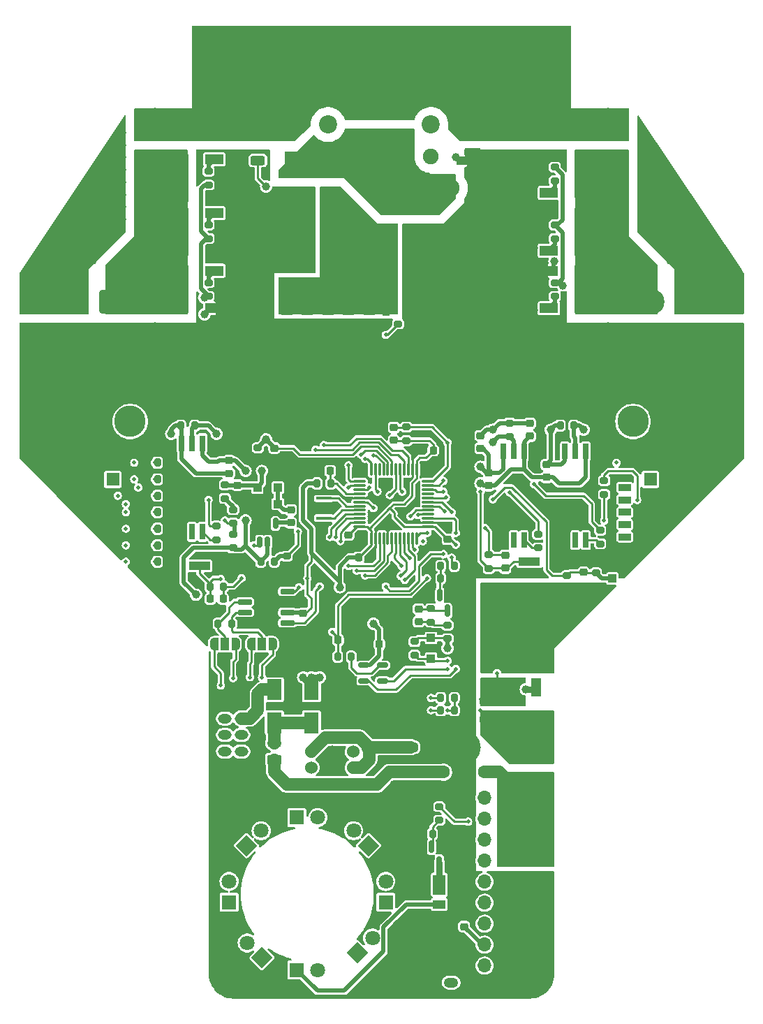
<source format=gbr>
%TF.GenerationSoftware,KiCad,Pcbnew,8.0.6*%
%TF.CreationDate,2024-11-17T22:54:01+09:00*%
%TF.ProjectId,ORION_boost_v5,4f52494f-4e5f-4626-9f6f-73745f76352e,rev?*%
%TF.SameCoordinates,Original*%
%TF.FileFunction,Copper,L4,Bot*%
%TF.FilePolarity,Positive*%
%FSLAX46Y46*%
G04 Gerber Fmt 4.6, Leading zero omitted, Abs format (unit mm)*
G04 Created by KiCad (PCBNEW 8.0.6) date 2024-11-17 22:54:01*
%MOMM*%
%LPD*%
G01*
G04 APERTURE LIST*
G04 Aperture macros list*
%AMRoundRect*
0 Rectangle with rounded corners*
0 $1 Rounding radius*
0 $2 $3 $4 $5 $6 $7 $8 $9 X,Y pos of 4 corners*
0 Add a 4 corners polygon primitive as box body*
4,1,4,$2,$3,$4,$5,$6,$7,$8,$9,$2,$3,0*
0 Add four circle primitives for the rounded corners*
1,1,$1+$1,$2,$3*
1,1,$1+$1,$4,$5*
1,1,$1+$1,$6,$7*
1,1,$1+$1,$8,$9*
0 Add four rect primitives between the rounded corners*
20,1,$1+$1,$2,$3,$4,$5,0*
20,1,$1+$1,$4,$5,$6,$7,0*
20,1,$1+$1,$6,$7,$8,$9,0*
20,1,$1+$1,$8,$9,$2,$3,0*%
%AMRotRect*
0 Rectangle, with rotation*
0 The origin of the aperture is its center*
0 $1 length*
0 $2 width*
0 $3 Rotation angle, in degrees counterclockwise*
0 Add horizontal line*
21,1,$1,$2,0,0,$3*%
%AMFreePoly0*
4,1,19,0.550000,-0.750000,0.000000,-0.750000,0.000000,-0.744911,-0.071157,-0.744911,-0.207708,-0.704816,-0.327430,-0.627875,-0.420627,-0.520320,-0.479746,-0.390866,-0.500000,-0.250000,-0.500000,0.250000,-0.479746,0.390866,-0.420627,0.520320,-0.327430,0.627875,-0.207708,0.704816,-0.071157,0.744911,0.000000,0.744911,0.000000,0.750000,0.550000,0.750000,0.550000,-0.750000,0.550000,-0.750000,
$1*%
%AMFreePoly1*
4,1,19,0.000000,0.744911,0.071157,0.744911,0.207708,0.704816,0.327430,0.627875,0.420627,0.520320,0.479746,0.390866,0.500000,0.250000,0.500000,-0.250000,0.479746,-0.390866,0.420627,-0.520320,0.327430,-0.627875,0.207708,-0.704816,0.071157,-0.744911,0.000000,-0.744911,0.000000,-0.750000,-0.550000,-0.750000,-0.550000,0.750000,0.000000,0.750000,0.000000,0.744911,0.000000,0.744911,
$1*%
G04 Aperture macros list end*
%TA.AperFunction,ComponentPad*%
%ADD10O,2.800000X2.460000*%
%TD*%
%TA.AperFunction,ComponentPad*%
%ADD11R,3.800000X3.800000*%
%TD*%
%TA.AperFunction,ComponentPad*%
%ADD12C,3.800000*%
%TD*%
%TA.AperFunction,ComponentPad*%
%ADD13RoundRect,0.250000X0.625000X-0.350000X0.625000X0.350000X-0.625000X0.350000X-0.625000X-0.350000X0*%
%TD*%
%TA.AperFunction,ComponentPad*%
%ADD14O,1.750000X1.200000*%
%TD*%
%TA.AperFunction,ComponentPad*%
%ADD15C,1.524000*%
%TD*%
%TA.AperFunction,ComponentPad*%
%ADD16C,1.600000*%
%TD*%
%TA.AperFunction,ComponentPad*%
%ADD17RoundRect,0.250000X-0.575000X0.350000X-0.575000X-0.350000X0.575000X-0.350000X0.575000X0.350000X0*%
%TD*%
%TA.AperFunction,ComponentPad*%
%ADD18O,1.650000X1.200000*%
%TD*%
%TA.AperFunction,ComponentPad*%
%ADD19R,1.700000X1.700000*%
%TD*%
%TA.AperFunction,ComponentPad*%
%ADD20O,1.700000X1.700000*%
%TD*%
%TA.AperFunction,ComponentPad*%
%ADD21RoundRect,0.500000X-0.500000X2.000000X-0.500000X-2.000000X0.500000X-2.000000X0.500000X2.000000X0*%
%TD*%
%TA.AperFunction,ComponentPad*%
%ADD22RoundRect,0.250000X1.150000X-0.980000X1.150000X0.980000X-1.150000X0.980000X-1.150000X-0.980000X0*%
%TD*%
%TA.AperFunction,ComponentPad*%
%ADD23C,4.000000*%
%TD*%
%TA.AperFunction,ComponentPad*%
%ADD24RoundRect,0.225000X0.575000X-0.225000X0.575000X0.225000X-0.575000X0.225000X-0.575000X-0.225000X0*%
%TD*%
%TA.AperFunction,ComponentPad*%
%ADD25R,1.600000X1.600000*%
%TD*%
%TA.AperFunction,SMDPad,CuDef*%
%ADD26RoundRect,0.200000X-0.200000X-0.275000X0.200000X-0.275000X0.200000X0.275000X-0.200000X0.275000X0*%
%TD*%
%TA.AperFunction,SMDPad,CuDef*%
%ADD27R,1.000000X1.000000*%
%TD*%
%TA.AperFunction,SMDPad,CuDef*%
%ADD28RoundRect,0.250000X-0.625000X0.312500X-0.625000X-0.312500X0.625000X-0.312500X0.625000X0.312500X0*%
%TD*%
%TA.AperFunction,SMDPad,CuDef*%
%ADD29R,2.580000X1.000000*%
%TD*%
%TA.AperFunction,SMDPad,CuDef*%
%ADD30R,2.200000X1.200000*%
%TD*%
%TA.AperFunction,SMDPad,CuDef*%
%ADD31R,6.400000X5.800000*%
%TD*%
%TA.AperFunction,SMDPad,CuDef*%
%ADD32R,1.200000X1.200000*%
%TD*%
%TA.AperFunction,SMDPad,CuDef*%
%ADD33R,1.000000X1.200000*%
%TD*%
%TA.AperFunction,SMDPad,CuDef*%
%ADD34FreePoly0,0.000000*%
%TD*%
%TA.AperFunction,SMDPad,CuDef*%
%ADD35R,1.000000X1.500000*%
%TD*%
%TA.AperFunction,SMDPad,CuDef*%
%ADD36FreePoly1,0.000000*%
%TD*%
%TA.AperFunction,SMDPad,CuDef*%
%ADD37RoundRect,0.200000X0.200000X0.275000X-0.200000X0.275000X-0.200000X-0.275000X0.200000X-0.275000X0*%
%TD*%
%TA.AperFunction,SMDPad,CuDef*%
%ADD38RoundRect,0.225000X-0.225000X-0.250000X0.225000X-0.250000X0.225000X0.250000X-0.225000X0.250000X0*%
%TD*%
%TA.AperFunction,SMDPad,CuDef*%
%ADD39RoundRect,0.200000X0.275000X-0.200000X0.275000X0.200000X-0.275000X0.200000X-0.275000X-0.200000X0*%
%TD*%
%TA.AperFunction,SMDPad,CuDef*%
%ADD40RoundRect,0.150000X0.150000X-0.512500X0.150000X0.512500X-0.150000X0.512500X-0.150000X-0.512500X0*%
%TD*%
%TA.AperFunction,SMDPad,CuDef*%
%ADD41RoundRect,0.200000X-0.275000X0.200000X-0.275000X-0.200000X0.275000X-0.200000X0.275000X0.200000X0*%
%TD*%
%TA.AperFunction,SMDPad,CuDef*%
%ADD42RoundRect,0.225000X-0.250000X0.225000X-0.250000X-0.225000X0.250000X-0.225000X0.250000X0.225000X0*%
%TD*%
%TA.AperFunction,ComponentPad*%
%ADD43RoundRect,0.250000X0.980000X1.150000X-0.980000X1.150000X-0.980000X-1.150000X0.980000X-1.150000X0*%
%TD*%
%TA.AperFunction,ComponentPad*%
%ADD44O,2.460000X2.800000*%
%TD*%
%TA.AperFunction,ComponentPad*%
%ADD45RotRect,1.800000X1.800000X45.000000*%
%TD*%
%TA.AperFunction,ComponentPad*%
%ADD46C,1.800000*%
%TD*%
%TA.AperFunction,SMDPad,CuDef*%
%ADD47RoundRect,0.250000X0.650000X-0.325000X0.650000X0.325000X-0.650000X0.325000X-0.650000X-0.325000X0*%
%TD*%
%TA.AperFunction,ComponentPad*%
%ADD48RotRect,1.800000X1.800000X135.000000*%
%TD*%
%TA.AperFunction,SMDPad,CuDef*%
%ADD49RoundRect,0.225000X0.225000X0.250000X-0.225000X0.250000X-0.225000X-0.250000X0.225000X-0.250000X0*%
%TD*%
%TA.AperFunction,SMDPad,CuDef*%
%ADD50RoundRect,0.225000X0.250000X-0.225000X0.250000X0.225000X-0.250000X0.225000X-0.250000X-0.225000X0*%
%TD*%
%TA.AperFunction,SMDPad,CuDef*%
%ADD51RoundRect,0.150000X0.512500X0.150000X-0.512500X0.150000X-0.512500X-0.150000X0.512500X-0.150000X0*%
%TD*%
%TA.AperFunction,SMDPad,CuDef*%
%ADD52R,1.500000X2.400000*%
%TD*%
%TA.AperFunction,SMDPad,CuDef*%
%ADD53R,1.500000X1.050000*%
%TD*%
%TA.AperFunction,SMDPad,CuDef*%
%ADD54RoundRect,0.250000X-0.650000X0.325000X-0.650000X-0.325000X0.650000X-0.325000X0.650000X0.325000X0*%
%TD*%
%TA.AperFunction,SMDPad,CuDef*%
%ADD55R,1.900000X0.400000*%
%TD*%
%TA.AperFunction,ComponentPad*%
%ADD56C,2.200000*%
%TD*%
%TA.AperFunction,SMDPad,CuDef*%
%ADD57R,0.640000X1.900000*%
%TD*%
%TA.AperFunction,SMDPad,CuDef*%
%ADD58RoundRect,0.150000X0.725000X0.150000X-0.725000X0.150000X-0.725000X-0.150000X0.725000X-0.150000X0*%
%TD*%
%TA.AperFunction,ComponentPad*%
%ADD59R,1.800000X1.800000*%
%TD*%
%TA.AperFunction,SMDPad,CuDef*%
%ADD60RoundRect,0.150000X-0.150000X0.587500X-0.150000X-0.587500X0.150000X-0.587500X0.150000X0.587500X0*%
%TD*%
%TA.AperFunction,SMDPad,CuDef*%
%ADD61R,1.200000X2.200000*%
%TD*%
%TA.AperFunction,SMDPad,CuDef*%
%ADD62R,5.800000X6.400000*%
%TD*%
%TA.AperFunction,SMDPad,CuDef*%
%ADD63R,1.800000X2.500000*%
%TD*%
%TA.AperFunction,SMDPad,CuDef*%
%ADD64RoundRect,0.250000X2.350000X-0.325000X2.350000X0.325000X-2.350000X0.325000X-2.350000X-0.325000X0*%
%TD*%
%TA.AperFunction,SMDPad,CuDef*%
%ADD65RoundRect,0.075000X-0.662500X-0.075000X0.662500X-0.075000X0.662500X0.075000X-0.662500X0.075000X0*%
%TD*%
%TA.AperFunction,SMDPad,CuDef*%
%ADD66RoundRect,0.075000X-0.075000X-0.662500X0.075000X-0.662500X0.075000X0.662500X-0.075000X0.662500X0*%
%TD*%
%TA.AperFunction,SMDPad,CuDef*%
%ADD67R,12.500000X3.150000*%
%TD*%
%TA.AperFunction,ComponentPad*%
%ADD68C,1.905000*%
%TD*%
%TA.AperFunction,ComponentPad*%
%ADD69O,1.905000X2.000000*%
%TD*%
%TA.AperFunction,ComponentPad*%
%ADD70R,1.905000X2.000000*%
%TD*%
%TA.AperFunction,ComponentPad*%
%ADD71RoundRect,0.250000X-0.625000X0.350000X-0.625000X-0.350000X0.625000X-0.350000X0.625000X0.350000X0*%
%TD*%
%TA.AperFunction,ViaPad*%
%ADD72C,1.000000*%
%TD*%
%TA.AperFunction,ViaPad*%
%ADD73C,4.000000*%
%TD*%
%TA.AperFunction,ViaPad*%
%ADD74C,0.500000*%
%TD*%
%TA.AperFunction,ViaPad*%
%ADD75C,3.200000*%
%TD*%
%TA.AperFunction,Conductor*%
%ADD76C,0.250000*%
%TD*%
%TA.AperFunction,Conductor*%
%ADD77C,0.500000*%
%TD*%
%TA.AperFunction,Conductor*%
%ADD78C,1.500000*%
%TD*%
%TA.AperFunction,Conductor*%
%ADD79C,0.800000*%
%TD*%
G04 APERTURE END LIST*
D10*
%TO.P,P5,1,P1*%
%TO.N,GND*%
X165450000Y-78480000D03*
%TO.P,P5,2,P2*%
%TO.N,/CAP_450V*%
X165450000Y-74520000D03*
%TD*%
D11*
%TO.P,P6,1,P1*%
%TO.N,GND*%
X89500000Y-89000000D03*
D12*
%TO.P,P6,2,P2*%
%TO.N,+BATT*%
X94500000Y-89000000D03*
%TD*%
D13*
%TO.P,J7,1,Pin_1*%
%TO.N,Net-(J7-Pin_1)*%
X112000000Y-130000000D03*
D14*
%TO.P,J7,2,Pin_2*%
%TO.N,Net-(D16-A)*%
X112000000Y-128000000D03*
%TD*%
D15*
%TO.P,J4,1,Pin_1*%
%TO.N,/LOGIC_POWER*%
X121540000Y-130951000D03*
%TO.P,J4,2,Pin_2*%
%TO.N,GND*%
X119000000Y-130951000D03*
%TO.P,J4,3,Pin_3*%
%TO.N,+12V*%
X116460000Y-130951000D03*
%TD*%
D16*
%TO.P,F2,1*%
%TO.N,Net-(J7-Pin_1)*%
X132500000Y-131500000D03*
%TO.P,F2,2*%
%TO.N,Net-(J5-Pin_1)*%
X137500000Y-131500000D03*
%TD*%
D17*
%TO.P,J1,1,Pin_1*%
%TO.N,GND*%
X108000000Y-123000000D03*
D18*
%TO.P,J1,2,Pin_2*%
X106000000Y-123000000D03*
%TO.P,J1,3,Pin_3*%
%TO.N,/LOGIC_POWER*%
X108000000Y-125000000D03*
%TO.P,J1,4,Pin_4*%
X106000000Y-125000000D03*
%TO.P,J1,5,Pin_5*%
%TO.N,/CAN0_L*%
X108000000Y-127000000D03*
%TO.P,J1,6,Pin_6*%
%TO.N,/CAN0_H*%
X106000000Y-127000000D03*
%TO.P,J1,7,Pin_7*%
%TO.N,/CAN1_L*%
X108000000Y-129000000D03*
%TO.P,J1,8,Pin_8*%
%TO.N,/CAN1_H*%
X106000000Y-129000000D03*
%TD*%
D19*
%TO.P,J2,1,Pin_1*%
%TO.N,GND*%
X137500000Y-157500000D03*
D20*
%TO.P,J2,2,Pin_2*%
%TO.N,unconnected-(J2-Pin_2-Pad2)*%
X137500000Y-154960000D03*
%TO.P,J2,3,Pin_3*%
%TO.N,+3.3V*%
X137500000Y-152420000D03*
%TO.P,J2,4,Pin_4*%
%TO.N,/MOUSE_NSS*%
X137500000Y-149880000D03*
%TO.P,J2,5,Pin_5*%
%TO.N,/SPI1_MISO*%
X137500000Y-147340000D03*
%TO.P,J2,6,Pin_6*%
%TO.N,/SPI1_MOSI*%
X137500000Y-144800000D03*
%TO.P,J2,7,Pin_7*%
%TO.N,/SPI1_SCK*%
X137500000Y-142260000D03*
%TO.P,J2,8,Pin_8*%
%TO.N,/MOUSE_RST*%
X137500000Y-139720000D03*
%TO.P,J2,9,Pin_9*%
%TO.N,unconnected-(J2-Pin_9-Pad9)*%
X137500000Y-137180000D03*
%TO.P,J2,10,Pin_10*%
%TO.N,unconnected-(J2-Pin_10-Pad10)*%
X137500000Y-134640000D03*
%TD*%
D21*
%TO.P,F1,1*%
%TO.N,Net-(U3-S+)*%
X142500000Y-127250000D03*
%TO.P,F1,2*%
%TO.N,Net-(J5-Pin_1)*%
X142500000Y-134750000D03*
%TD*%
D22*
%TO.P,P4,1,P1*%
%TO.N,GND*%
X84450000Y-78480000D03*
D10*
%TO.P,P4,2,P2*%
%TO.N,/CAP_450V*%
X84450000Y-74520000D03*
%TD*%
D15*
%TO.P,J3,1,Pin_1*%
%TO.N,/LOGIC_POWER*%
X116460000Y-129049000D03*
%TO.P,J3,2,Pin_2*%
%TO.N,GND*%
X119000000Y-129049000D03*
%TO.P,J3,3,Pin_3*%
%TO.N,+3.3V*%
X121540000Y-129049000D03*
%TD*%
D11*
%TO.P,P7,1,P1*%
%TO.N,GND*%
X160500000Y-89000000D03*
D12*
%TO.P,P7,2,P2*%
%TO.N,+BATT*%
X155500000Y-89000000D03*
%TD*%
D23*
%TO.P,J5,1,Pin_1*%
%TO.N,Net-(J5-Pin_1)*%
X142500000Y-140000000D03*
%TD*%
D24*
%TO.P,P1,1,P1*%
%TO.N,GND*%
X154500000Y-104500000D03*
%TO.P,P1,2,P2*%
%TO.N,unconnected-(P1-P2-Pad2)*%
X154500000Y-103000000D03*
%TO.P,P1,3,P3*%
%TO.N,/SWCLK*%
X154500000Y-101500000D03*
%TO.P,P1,4,P4*%
%TO.N,/SWDIO*%
X154500000Y-100000000D03*
%TO.P,P1,5,P5*%
%TO.N,/USART_TX*%
X154500000Y-98500000D03*
%TO.P,P1,6,P6*%
%TO.N,/USART_RX*%
X154500000Y-97000000D03*
%TD*%
D23*
%TO.P,J6,1,Pin_1*%
%TO.N,GND*%
X135000000Y-128500000D03*
%TD*%
D25*
%TO.P,C20,1*%
%TO.N,+BATT*%
X92402651Y-96000000D03*
D16*
%TO.P,C20,2*%
%TO.N,GND*%
X88902651Y-96000000D03*
%TD*%
D26*
%TO.P,R10,1*%
%TO.N,/TEMP_COIL_2*%
X104175000Y-109000000D03*
%TO.P,R10,2*%
%TO.N,+3.3V*%
X105825000Y-109000000D03*
%TD*%
D27*
%TO.P,D17,1,K*%
%TO.N,Net-(D17-K)*%
X131000000Y-117750000D03*
%TO.P,D17,2,A*%
%TO.N,Net-(D17-A)*%
X131000000Y-115250000D03*
%TD*%
D28*
%TO.P,R37,1*%
%TO.N,/CAP_450V*%
X110000000Y-54437500D03*
%TO.P,R37,2*%
%TO.N,/BOOST_V*%
X110000000Y-57362500D03*
%TD*%
D29*
%TO.P,J9,1,Pin_1*%
%TO.N,GND*%
X107085000Y-106500000D03*
%TO.P,J9,2,Pin_2*%
%TO.N,/TEMP_COIL_2*%
X102915000Y-106500000D03*
%TD*%
D30*
%TO.P,Q1,1,G*%
%TO.N,Net-(Q1-G)*%
X104700000Y-70720000D03*
D31*
%TO.P,Q1,2,D*%
%TO.N,Net-(D20-A)*%
X98400000Y-73000000D03*
D32*
%TO.P,Q1,3,S*%
%TO.N,GND*%
X105200000Y-75280000D03*
D33*
%TO.P,Q1,4,S_G*%
%TO.N,/KICK_2_SOURCE*%
X104106800Y-75280000D03*
%TD*%
D26*
%TO.P,R36,1*%
%TO.N,Net-(D22-A)*%
X132175000Y-124000000D03*
%TO.P,R36,2*%
%TO.N,+BATT*%
X133825000Y-124000000D03*
%TD*%
D34*
%TO.P,JP2,1,A*%
%TO.N,/CAN0_L*%
X109200000Y-116000000D03*
D35*
%TO.P,JP2,2,C*%
%TO.N,/CAN_L*%
X110500000Y-116000000D03*
D36*
%TO.P,JP2,3,B*%
%TO.N,/CAN1_L*%
X111800000Y-116000000D03*
%TD*%
D37*
%TO.P,R3,1*%
%TO.N,Net-(D2-K)*%
X97825000Y-104000000D03*
%TO.P,R3,2*%
%TO.N,GND*%
X96175000Y-104000000D03*
%TD*%
D38*
%TO.P,C1,1*%
%TO.N,GND*%
X117225000Y-95000000D03*
%TO.P,C1,2*%
%TO.N,Net-(U1-VDDA)*%
X118775000Y-95000000D03*
%TD*%
D25*
%TO.P,C33,1*%
%TO.N,+BATT*%
X157597349Y-96000000D03*
D16*
%TO.P,C33,2*%
%TO.N,GND*%
X161097349Y-96000000D03*
%TD*%
D39*
%TO.P,R9,1*%
%TO.N,/TEMP_COIL_1*%
X138000000Y-106825000D03*
%TO.P,R9,2*%
%TO.N,+3.3V*%
X138000000Y-105175000D03*
%TD*%
%TO.P,R12,1*%
%TO.N,Net-(PC1-A)*%
X104977500Y-103325000D03*
%TO.P,R12,2*%
%TO.N,/KICK_2*%
X104977500Y-101675000D03*
%TD*%
D40*
%TO.P,GD1,1,GND*%
%TO.N,GND*%
X112125000Y-103637500D03*
%TO.P,GD1,2,VDD*%
%TO.N,+12V*%
X111175000Y-103637500D03*
%TO.P,GD1,3,IN*%
%TO.N,/GD_16M_PWM*%
X110225000Y-103637500D03*
%TO.P,GD1,4,GND*%
%TO.N,GND*%
X110225000Y-101362500D03*
%TO.P,GD1,5,OUT*%
%TO.N,Net-(GD1-OUT)*%
X112125000Y-101362500D03*
%TD*%
D41*
%TO.P,R19,1*%
%TO.N,Net-(R19-Pad1)*%
X107000000Y-99675000D03*
%TO.P,R19,2*%
%TO.N,/GD_16M*%
X107000000Y-101325000D03*
%TD*%
D37*
%TO.P,R4,1*%
%TO.N,Net-(D3-K)*%
X97825000Y-102000000D03*
%TO.P,R4,2*%
%TO.N,GND*%
X96175000Y-102000000D03*
%TD*%
%TO.P,R23,1*%
%TO.N,/GD_16P*%
X112000000Y-106000000D03*
%TO.P,R23,2*%
%TO.N,+12V*%
X110350000Y-106000000D03*
%TD*%
D42*
%TO.P,C6,1*%
%TO.N,GND*%
X133000000Y-101725000D03*
%TO.P,C6,2*%
%TO.N,+3.3V*%
X133000000Y-103275000D03*
%TD*%
D43*
%TO.P,P2,1,P1*%
%TO.N,Net-(D20-A)*%
X91980000Y-74450000D03*
D44*
%TO.P,P2,2,P2*%
%TO.N,/CAP_450V*%
X88020000Y-74450000D03*
%TD*%
D45*
%TO.P,D8,1,K*%
%TO.N,Net-(D8-K)*%
X108598439Y-140401561D03*
D46*
%TO.P,D8,2,A*%
%TO.N,Net-(D7-K)*%
X110394490Y-138605510D03*
%TD*%
D47*
%TO.P,C15,1*%
%TO.N,/LOGIC_POWER*%
X123500000Y-128475000D03*
%TO.P,C15,2*%
%TO.N,GND*%
X123500000Y-125525000D03*
%TD*%
D39*
%TO.P,R14,1*%
%TO.N,+BATT*%
X147500000Y-109325000D03*
%TO.P,R14,2*%
%TO.N,/BATT_V*%
X147500000Y-107675000D03*
%TD*%
D48*
%TO.P,D11,1,K*%
%TO.N,Net-(D11-K)*%
X123401561Y-140401561D03*
D46*
%TO.P,D11,2,A*%
%TO.N,+12V*%
X121605510Y-138605510D03*
%TD*%
D42*
%TO.P,C7,1*%
%TO.N,+3.3V*%
X140000000Y-105225000D03*
%TO.P,C7,2*%
%TO.N,/TEMP_COIL_1*%
X140000000Y-106775000D03*
%TD*%
D49*
%TO.P,C11,1*%
%TO.N,GND*%
X126275000Y-116000000D03*
%TO.P,C11,2*%
%TO.N,+3.3V*%
X124725000Y-116000000D03*
%TD*%
D30*
%TO.P,Q9,1,G*%
%TO.N,Net-(Q9-G)*%
X145300000Y-61280000D03*
D31*
%TO.P,Q9,2,D*%
%TO.N,Net-(D21-A)*%
X151600000Y-59000000D03*
D30*
%TO.P,Q9,3,S*%
%TO.N,GND*%
X145300000Y-56720000D03*
%TD*%
D41*
%TO.P,R11,1*%
%TO.N,/TEMP_FET*%
X128000000Y-89675000D03*
%TO.P,R11,2*%
%TO.N,+3.3V*%
X128000000Y-91325000D03*
%TD*%
D38*
%TO.P,C3,1*%
%TO.N,GND*%
X129725000Y-92500000D03*
%TO.P,C3,2*%
%TO.N,+3.3V*%
X131275000Y-92500000D03*
%TD*%
D26*
%TO.P,R28,1*%
%TO.N,Net-(Q3-G)*%
X132175000Y-106500000D03*
%TO.P,R28,2*%
%TO.N,/POWER_SW_EN*%
X133825000Y-106500000D03*
%TD*%
D37*
%TO.P,R45,1*%
%TO.N,Net-(U1-VDDA)*%
X118825000Y-96500000D03*
%TO.P,R45,2*%
%TO.N,+3.3V*%
X117175000Y-96500000D03*
%TD*%
D41*
%TO.P,R39,1*%
%TO.N,Net-(Q8-G)*%
X104000000Y-65175000D03*
%TO.P,R39,2*%
%TO.N,/KICK_2_GATE*%
X104000000Y-66825000D03*
%TD*%
%TO.P,R32,1*%
%TO.N,Net-(C34-Pad2)*%
X133000000Y-113675000D03*
%TO.P,R32,2*%
%TO.N,Net-(D17-A)*%
X133000000Y-115325000D03*
%TD*%
D50*
%TO.P,C32,1*%
%TO.N,GND*%
X125500000Y-77275000D03*
%TO.P,C32,2*%
%TO.N,+BATT*%
X125500000Y-75725000D03*
%TD*%
D51*
%TO.P,U3,1,OUT*%
%TO.N,Net-(U3-OUT)*%
X125137500Y-118550000D03*
%TO.P,U3,2,GND*%
%TO.N,GND*%
X125137500Y-119500000D03*
%TO.P,U3,3,S+*%
%TO.N,Net-(U3-S+)*%
X125137500Y-120450000D03*
%TO.P,U3,4,S-*%
%TO.N,Net-(D17-K)*%
X122862500Y-120450000D03*
%TO.P,U3,5,Vcc*%
%TO.N,+3.3V*%
X122862500Y-118550000D03*
%TD*%
D52*
%TO.P,D6,1,K*%
%TO.N,Net-(D6-K)*%
X132000000Y-145150000D03*
D53*
%TO.P,D6,2,A*%
%TO.N,Net-(D10-K)*%
X132000000Y-147525000D03*
%TD*%
D37*
%TO.P,R5,1*%
%TO.N,Net-(D4-K)*%
X97825000Y-100000000D03*
%TO.P,R5,2*%
%TO.N,GND*%
X96175000Y-100000000D03*
%TD*%
D41*
%TO.P,R30,1*%
%TO.N,Net-(D17-A)*%
X129000000Y-115675000D03*
%TO.P,R30,2*%
%TO.N,Net-(D17-K)*%
X129000000Y-117325000D03*
%TD*%
%TO.P,R29,1*%
%TO.N,/KICK_1_GATE*%
X146000000Y-72175000D03*
%TO.P,R29,2*%
%TO.N,Net-(Q2-G)*%
X146000000Y-73825000D03*
%TD*%
%TO.P,R25,1*%
%TO.N,Net-(Q5-S_G)*%
X140500000Y-89175000D03*
%TO.P,R25,2*%
%TO.N,Net-(PC3-VO)*%
X140500000Y-90825000D03*
%TD*%
D49*
%TO.P,C9,1*%
%TO.N,+3.3V*%
X105775000Y-110500000D03*
%TO.P,C9,2*%
%TO.N,/TEMP_COIL_2*%
X104225000Y-110500000D03*
%TD*%
D54*
%TO.P,C25,1*%
%TO.N,+BATT*%
X118500000Y-75525000D03*
%TO.P,C25,2*%
%TO.N,GND*%
X118500000Y-78475000D03*
%TD*%
D30*
%TO.P,Q6,1,G*%
%TO.N,Net-(Q6-G)*%
X104700000Y-57220000D03*
D31*
%TO.P,Q6,2,D*%
%TO.N,Net-(D20-A)*%
X98400000Y-59500000D03*
D30*
%TO.P,Q6,3,S*%
%TO.N,GND*%
X104700000Y-61780000D03*
%TD*%
D50*
%TO.P,C4,1*%
%TO.N,GND*%
X121000000Y-104275000D03*
%TO.P,C4,2*%
%TO.N,+3.3V*%
X121000000Y-102725000D03*
%TD*%
D30*
%TO.P,Q8,1,G*%
%TO.N,Net-(Q8-G)*%
X104700000Y-63720000D03*
D31*
%TO.P,Q8,2,D*%
%TO.N,Net-(D20-A)*%
X98400000Y-66000000D03*
D30*
%TO.P,Q8,3,S*%
%TO.N,GND*%
X104700000Y-68280000D03*
%TD*%
D50*
%TO.P,C13,1*%
%TO.N,/KICK_2_SOURCE*%
X106500000Y-95275000D03*
%TO.P,C13,2*%
%TO.N,+12V*%
X106500000Y-93725000D03*
%TD*%
D37*
%TO.P,R44,1*%
%TO.N,Net-(D26-K)*%
X97825000Y-94000000D03*
%TO.P,R44,2*%
%TO.N,GND*%
X96175000Y-94000000D03*
%TD*%
D55*
%TO.P,X1,1*%
%TO.N,/OSC_OUT*%
X118000000Y-98300000D03*
%TO.P,X1,2*%
%TO.N,GND*%
X118000000Y-99500000D03*
%TO.P,X1,3*%
%TO.N,/OSC_IN*%
X118000000Y-100700000D03*
%TD*%
D39*
%TO.P,R41,1*%
%TO.N,Net-(Q10-G)*%
X132000000Y-137325000D03*
%TO.P,R41,2*%
%TO.N,/LED_CURRENT*%
X132000000Y-135675000D03*
%TD*%
D56*
%TO.P,C27,1*%
%TO.N,/CAP_450V*%
X146000000Y-53000000D03*
%TO.P,C27,2*%
%TO.N,+BATT*%
X131000000Y-53000000D03*
%TD*%
D57*
%TO.P,PC2,1,A*%
%TO.N,Net-(PC2-A)*%
X149770000Y-103370000D03*
%TO.P,PC2,2*%
%TO.N,N/C*%
X148500000Y-103370000D03*
%TO.P,PC2,3,K*%
%TO.N,GND*%
X147230000Y-103370000D03*
%TO.P,PC2,4,GND*%
%TO.N,/KICK_1_SOURCE*%
X147230000Y-92630000D03*
%TO.P,PC2,5,VO*%
%TO.N,/KICK_1_GATE*%
X148500000Y-92630000D03*
%TO.P,PC2,6,VCC*%
%TO.N,+12V*%
X149770000Y-92630000D03*
%TD*%
D26*
%TO.P,R22,1*%
%TO.N,/KICK_1_SOURCE*%
X146675000Y-89500000D03*
%TO.P,R22,2*%
%TO.N,/KICK_1_GATE*%
X148325000Y-89500000D03*
%TD*%
D50*
%TO.P,C21,1*%
%TO.N,+12V*%
X143000000Y-90775000D03*
%TO.P,C21,2*%
%TO.N,Net-(Q5-S_G)*%
X143000000Y-89225000D03*
%TD*%
%TO.P,C22,1*%
%TO.N,-12V*%
X137000000Y-92275000D03*
%TO.P,C22,2*%
%TO.N,Net-(Q5-S_G)*%
X137000000Y-90725000D03*
%TD*%
%TO.P,C10,1*%
%TO.N,+3.3V*%
X126500000Y-91275000D03*
%TO.P,C10,2*%
%TO.N,/TEMP_FET*%
X126500000Y-89725000D03*
%TD*%
D41*
%TO.P,R18,1*%
%TO.N,/GD_16M*%
X107000000Y-102675000D03*
%TO.P,R18,2*%
%TO.N,+12V*%
X107000000Y-104325000D03*
%TD*%
D58*
%TO.P,U2,1,TXD*%
%TO.N,/CAN_TX*%
X113575000Y-109595000D03*
%TO.P,U2,2,GND*%
%TO.N,GND*%
X113575000Y-110865000D03*
%TO.P,U2,3,VDD*%
%TO.N,+3.3V*%
X113575000Y-112135000D03*
%TO.P,U2,4,RXD*%
%TO.N,/CAN_RX*%
X113575000Y-113405000D03*
%TO.P,U2,5,SHDN*%
%TO.N,GND*%
X108425000Y-113405000D03*
%TO.P,U2,6,CANL*%
%TO.N,/CAN_L*%
X108425000Y-112135000D03*
%TO.P,U2,7,CANH*%
%TO.N,/CAN_H*%
X108425000Y-110865000D03*
%TO.P,U2,8,RS*%
%TO.N,GND*%
X108425000Y-109595000D03*
%TD*%
D59*
%TO.P,D9,1,K*%
%TO.N,Net-(D10-A)*%
X106500000Y-147275000D03*
D46*
%TO.P,D9,2,A*%
%TO.N,Net-(D8-K)*%
X106500000Y-144735000D03*
%TD*%
D50*
%TO.P,C8,1*%
%TO.N,GND*%
X135000000Y-151775000D03*
%TO.P,C8,2*%
%TO.N,+3.3V*%
X135000000Y-150225000D03*
%TD*%
D41*
%TO.P,R38,1*%
%TO.N,/BOOST_V*%
X110000000Y-92175000D03*
%TO.P,R38,2*%
%TO.N,GND*%
X110000000Y-93825000D03*
%TD*%
D60*
%TO.P,Q3,1,G*%
%TO.N,Net-(Q3-G)*%
X132050000Y-110062500D03*
%TO.P,Q3,2,S*%
%TO.N,GND*%
X133950000Y-110062500D03*
%TO.P,Q3,3,D*%
%TO.N,Net-(Q3-D)*%
X133000000Y-111937500D03*
%TD*%
D61*
%TO.P,Q4,1,G*%
%TO.N,Net-(D17-A)*%
X143780000Y-121200000D03*
D62*
%TO.P,Q4,2,D*%
%TO.N,+BATT*%
X141500000Y-114900000D03*
D61*
%TO.P,Q4,3,S*%
%TO.N,Net-(D17-K)*%
X139220000Y-121200000D03*
%TD*%
D42*
%TO.P,C19,1*%
%TO.N,-12V*%
X138000000Y-95225000D03*
%TO.P,C19,2*%
%TO.N,+12V*%
X138000000Y-96775000D03*
%TD*%
D41*
%TO.P,R40,1*%
%TO.N,/KICK_1_GATE*%
X146000000Y-58175000D03*
%TO.P,R40,2*%
%TO.N,Net-(Q9-G)*%
X146000000Y-59825000D03*
%TD*%
D63*
%TO.P,D16,1,K*%
%TO.N,/LOGIC_POWER*%
X112000000Y-121500000D03*
%TO.P,D16,2,A*%
%TO.N,Net-(D16-A)*%
X112000000Y-125500000D03*
%TD*%
D27*
%TO.P,D24,1,K*%
%TO.N,Net-(D23-A)*%
X112425000Y-97000000D03*
%TO.P,D24,2,A*%
%TO.N,-12V*%
X109925000Y-97000000D03*
%TD*%
D37*
%TO.P,R8,1*%
%TO.N,/CAN_L*%
X106825000Y-113500000D03*
%TO.P,R8,2*%
%TO.N,/CAN_H*%
X105175000Y-113500000D03*
%TD*%
D39*
%TO.P,R1,1*%
%TO.N,+3.3V*%
X152000000Y-97825000D03*
%TO.P,R1,2*%
%TO.N,/NRST*%
X152000000Y-96175000D03*
%TD*%
D42*
%TO.P,C14,1*%
%TO.N,/KICK_1_SOURCE*%
X145000000Y-94225000D03*
%TO.P,C14,2*%
%TO.N,+12V*%
X145000000Y-95775000D03*
%TD*%
D47*
%TO.P,C17,1*%
%TO.N,/LOGIC_POWER*%
X126000000Y-128475000D03*
%TO.P,C17,2*%
%TO.N,GND*%
X126000000Y-125525000D03*
%TD*%
D64*
%TO.P,R26,1*%
%TO.N,Net-(U3-S+)*%
X139500000Y-125125000D03*
%TO.P,R26,2*%
%TO.N,Net-(D17-K)*%
X139500000Y-122875000D03*
%TD*%
D37*
%TO.P,R2,1*%
%TO.N,Net-(D1-K)*%
X97825000Y-106000000D03*
%TO.P,R2,2*%
%TO.N,GND*%
X96175000Y-106000000D03*
%TD*%
D59*
%TO.P,D14,1,K*%
%TO.N,Net-(D10-K)*%
X114725000Y-155500000D03*
D46*
%TO.P,D14,2,A*%
%TO.N,Net-(D13-K)*%
X117265000Y-155500000D03*
%TD*%
D63*
%TO.P,D27,1,K*%
%TO.N,Net-(D18-A)*%
X116500000Y-121500000D03*
%TO.P,D27,2,A*%
%TO.N,Net-(D16-A)*%
X116500000Y-125500000D03*
%TD*%
D54*
%TO.P,C24,1*%
%TO.N,+BATT*%
X121000000Y-75525000D03*
%TO.P,C24,2*%
%TO.N,GND*%
X121000000Y-78475000D03*
%TD*%
D26*
%TO.P,R21,1*%
%TO.N,/KICK_2_SOURCE*%
X100675000Y-89500000D03*
%TO.P,R21,2*%
%TO.N,/KICK_2_GATE*%
X102325000Y-89500000D03*
%TD*%
D57*
%TO.P,PC1,1,A*%
%TO.N,Net-(PC1-A)*%
X103270000Y-102370000D03*
%TO.P,PC1,2*%
%TO.N,N/C*%
X102000000Y-102370000D03*
%TO.P,PC1,3,K*%
%TO.N,GND*%
X100730000Y-102370000D03*
%TO.P,PC1,4,GND*%
%TO.N,/KICK_2_SOURCE*%
X100730000Y-91630000D03*
%TO.P,PC1,5,VO*%
%TO.N,/KICK_2_GATE*%
X102000000Y-91630000D03*
%TO.P,PC1,6,VCC*%
%TO.N,+12V*%
X103270000Y-91630000D03*
%TD*%
D39*
%TO.P,TH1,1*%
%TO.N,GND*%
X127000000Y-78825000D03*
%TO.P,TH1,2*%
%TO.N,/TEMP_FET*%
X127000000Y-77175000D03*
%TD*%
D54*
%TO.P,C26,1*%
%TO.N,+BATT*%
X116000000Y-75525000D03*
%TO.P,C26,2*%
%TO.N,GND*%
X116000000Y-78475000D03*
%TD*%
D48*
%TO.P,D10,1,K*%
%TO.N,Net-(D10-K)*%
X110500000Y-154000000D03*
D46*
%TO.P,D10,2,A*%
%TO.N,Net-(D10-A)*%
X108703949Y-152203949D03*
%TD*%
D65*
%TO.P,U1,1,VBAT*%
%TO.N,+3.3V*%
X122337500Y-101750000D03*
%TO.P,U1,2,PC13*%
%TO.N,/LED_1*%
X122337500Y-101250000D03*
%TO.P,U1,3,PC14*%
%TO.N,/LED_2*%
X122337500Y-100750000D03*
%TO.P,U1,4,PC15*%
%TO.N,/LED_3*%
X122337500Y-100250000D03*
%TO.P,U1,5,PF0*%
%TO.N,/OSC_IN*%
X122337500Y-99750000D03*
%TO.P,U1,6,PF1*%
%TO.N,/OSC_OUT*%
X122337500Y-99250000D03*
%TO.P,U1,7,NRST*%
%TO.N,/NRST*%
X122337500Y-98750000D03*
%TO.P,U1,8,VSSA*%
%TO.N,GND*%
X122337500Y-98250000D03*
%TO.P,U1,9,VDDA*%
%TO.N,Net-(U1-VDDA)*%
X122337500Y-97750000D03*
%TO.P,U1,10,PA0*%
%TO.N,/BATT_V*%
X122337500Y-97250000D03*
%TO.P,U1,11,PA1*%
%TO.N,/GD_16P*%
X122337500Y-96750000D03*
%TO.P,U1,12,PA2*%
%TO.N,/GD_16M*%
X122337500Y-96250000D03*
D66*
%TO.P,U1,13,PA3*%
%TO.N,/BOOST_SW*%
X123750000Y-94837500D03*
%TO.P,U1,14,PA4*%
%TO.N,/LED_CURRENT*%
X124250000Y-94837500D03*
%TO.P,U1,15,PA5*%
%TO.N,unconnected-(U1-PA5-Pad15)*%
X124750000Y-94837500D03*
%TO.P,U1,16,PA6*%
%TO.N,/KICK_1*%
X125250000Y-94837500D03*
%TO.P,U1,17,PA7*%
%TO.N,/KICK_2*%
X125750000Y-94837500D03*
%TO.P,U1,18,PB0*%
%TO.N,/BOOST_V*%
X126250000Y-94837500D03*
%TO.P,U1,19,PB1*%
%TO.N,/BATT_CS*%
X126750000Y-94837500D03*
%TO.P,U1,20,PB2*%
%TO.N,/POWER_SW_EN*%
X127250000Y-94837500D03*
%TO.P,U1,21,PB10*%
%TO.N,/LED_4*%
X127750000Y-94837500D03*
%TO.P,U1,22,PB11*%
%TO.N,/LED_5*%
X128250000Y-94837500D03*
%TO.P,U1,23,VSS*%
%TO.N,GND*%
X128750000Y-94837500D03*
%TO.P,U1,24,VDD*%
%TO.N,+3.3V*%
X129250000Y-94837500D03*
D65*
%TO.P,U1,25,PB12*%
%TO.N,/TEMP_FET*%
X130662500Y-96250000D03*
%TO.P,U1,26,PB13*%
%TO.N,/TEMP_COIL_1*%
X130662500Y-96750000D03*
%TO.P,U1,27,PB14*%
%TO.N,/TEMP_COIL_2*%
X130662500Y-97250000D03*
%TO.P,U1,28,PB15*%
%TO.N,unconnected-(U1-PB15-Pad28)*%
X130662500Y-97750000D03*
%TO.P,U1,29,PA8*%
%TO.N,/SW_3*%
X130662500Y-98250000D03*
%TO.P,U1,30,PA9*%
%TO.N,/USART_TX*%
X130662500Y-98750000D03*
%TO.P,U1,31,PA10*%
%TO.N,/USART_RX*%
X130662500Y-99250000D03*
%TO.P,U1,32,PA11*%
%TO.N,/CAN_RX*%
X130662500Y-99750000D03*
%TO.P,U1,33,PA12*%
%TO.N,/CAN_TX*%
X130662500Y-100250000D03*
%TO.P,U1,34,PA13*%
%TO.N,/SWDIO*%
X130662500Y-100750000D03*
%TO.P,U1,35,VSS*%
%TO.N,GND*%
X130662500Y-101250000D03*
%TO.P,U1,36,VDD*%
%TO.N,+3.3V*%
X130662500Y-101750000D03*
D66*
%TO.P,U1,37,PA14*%
%TO.N,/SWCLK*%
X129250000Y-103162500D03*
%TO.P,U1,38,PA15*%
%TO.N,/MOUSE_NSS*%
X128750000Y-103162500D03*
%TO.P,U1,39,PB3*%
%TO.N,/SPI1_SCK*%
X128250000Y-103162500D03*
%TO.P,U1,40,PB4*%
%TO.N,/SPI1_MISO*%
X127750000Y-103162500D03*
%TO.P,U1,41,PB5*%
%TO.N,/SPI1_MOSI*%
X127250000Y-103162500D03*
%TO.P,U1,42,PB6*%
%TO.N,/MOUSE_RST*%
X126750000Y-103162500D03*
%TO.P,U1,43,PB7*%
%TO.N,/GD_16M_PWM*%
X126250000Y-103162500D03*
%TO.P,U1,44,BOOT0*%
%TO.N,GND*%
X125750000Y-103162500D03*
%TO.P,U1,45,PB8*%
%TO.N,/SW_1*%
X125250000Y-103162500D03*
%TO.P,U1,46,PB9*%
%TO.N,/SW_2*%
X124750000Y-103162500D03*
%TO.P,U1,47,VSS*%
%TO.N,GND*%
X124250000Y-103162500D03*
%TO.P,U1,48,VDD*%
%TO.N,+3.3V*%
X123750000Y-103162500D03*
%TD*%
D41*
%TO.P,R20,1*%
%TO.N,-12V*%
X106000000Y-96675000D03*
%TO.P,R20,2*%
%TO.N,Net-(R19-Pad1)*%
X106000000Y-98325000D03*
%TD*%
D67*
%TO.P,L1,1,1*%
%TO.N,+BATT*%
X119500000Y-73175000D03*
%TO.P,L1,2,2*%
%TO.N,Net-(D19-A)*%
X119500000Y-57825000D03*
%TD*%
D42*
%TO.P,C2,1*%
%TO.N,GND*%
X115500000Y-110725000D03*
%TO.P,C2,2*%
%TO.N,+3.3V*%
X115500000Y-112275000D03*
%TD*%
D26*
%TO.P,R35,1*%
%TO.N,Net-(D18-K)*%
X132175000Y-122500000D03*
%TO.P,R35,2*%
%TO.N,+BATT*%
X133825000Y-122500000D03*
%TD*%
D41*
%TO.P,R43,1*%
%TO.N,Net-(Q3-D)*%
X131000000Y-111675000D03*
%TO.P,R43,2*%
%TO.N,Net-(C34-Pad2)*%
X131000000Y-113325000D03*
%TD*%
D68*
%TO.P,Q5,1,G*%
%TO.N,Net-(PC3-VO)*%
X130960000Y-56907500D03*
D69*
%TO.P,Q5,2,D*%
%TO.N,Net-(D19-A)*%
X133500000Y-60717500D03*
D70*
%TO.P,Q5,3,S*%
%TO.N,GND*%
X136040000Y-56907500D03*
D27*
%TO.P,Q5,4,S_G*%
%TO.N,Net-(Q5-S_G)*%
X134617600Y-57415500D03*
%TD*%
D42*
%TO.P,C12,1*%
%TO.N,GND*%
X149500000Y-105725000D03*
%TO.P,C12,2*%
%TO.N,/BATT_V*%
X149500000Y-107275000D03*
%TD*%
D54*
%TO.P,C18,1*%
%TO.N,+BATT*%
X113500000Y-75525000D03*
%TO.P,C18,2*%
%TO.N,GND*%
X113500000Y-78475000D03*
%TD*%
D59*
%TO.P,D12,1,K*%
%TO.N,Net-(D12-K)*%
X125500000Y-147275000D03*
D46*
%TO.P,D12,2,A*%
%TO.N,Net-(D11-K)*%
X125500000Y-144735000D03*
%TD*%
D43*
%TO.P,P3,1,P1*%
%TO.N,/CAP_450V*%
X161980000Y-74450000D03*
D44*
%TO.P,P3,2,P2*%
%TO.N,Net-(D21-A)*%
X158020000Y-74450000D03*
%TD*%
D47*
%TO.P,C16,1*%
%TO.N,/LOGIC_POWER*%
X128500000Y-128475000D03*
%TO.P,C16,2*%
%TO.N,GND*%
X128500000Y-125525000D03*
%TD*%
D45*
%TO.P,D13,1,K*%
%TO.N,Net-(D13-K)*%
X122098439Y-153401561D03*
D46*
%TO.P,D13,2,A*%
%TO.N,Net-(D12-K)*%
X123894490Y-151605510D03*
%TD*%
D41*
%TO.P,R24,1*%
%TO.N,GND*%
X113500000Y-103675000D03*
%TO.P,R24,2*%
%TO.N,/GD_16P*%
X113500000Y-105325000D03*
%TD*%
%TO.P,R27,1*%
%TO.N,Net-(Q1-G)*%
X104000000Y-72175000D03*
%TO.P,R27,2*%
%TO.N,/KICK_2_GATE*%
X104000000Y-73825000D03*
%TD*%
D50*
%TO.P,C31,1*%
%TO.N,GND*%
X107500000Y-98275000D03*
%TO.P,C31,2*%
%TO.N,-12V*%
X107500000Y-96725000D03*
%TD*%
%TO.P,C29,1*%
%TO.N,GND*%
X112000000Y-93775000D03*
%TO.P,C29,2*%
%TO.N,/BOOST_V*%
X112000000Y-92225000D03*
%TD*%
D57*
%TO.P,PC3,1,A*%
%TO.N,Net-(PC3-A)*%
X142270000Y-103370000D03*
%TO.P,PC3,2*%
%TO.N,N/C*%
X141000000Y-103370000D03*
%TO.P,PC3,3,K*%
%TO.N,GND*%
X139730000Y-103370000D03*
%TO.P,PC3,4,GND*%
%TO.N,-12V*%
X139730000Y-92630000D03*
%TO.P,PC3,5,VO*%
%TO.N,Net-(PC3-VO)*%
X141000000Y-92630000D03*
%TO.P,PC3,6,VCC*%
%TO.N,+12V*%
X142270000Y-92630000D03*
%TD*%
D59*
%TO.P,D7,1,K*%
%TO.N,Net-(D7-K)*%
X114725000Y-137000000D03*
D46*
%TO.P,D7,2,A*%
%TO.N,+12V*%
X117265000Y-137000000D03*
%TD*%
D42*
%TO.P,C34,1*%
%TO.N,Net-(Q3-D)*%
X129500000Y-111725000D03*
%TO.P,C34,2*%
%TO.N,Net-(C34-Pad2)*%
X129500000Y-113275000D03*
%TD*%
D41*
%TO.P,R33,1*%
%TO.N,Net-(Q6-G)*%
X104000000Y-58675000D03*
%TO.P,R33,2*%
%TO.N,/KICK_2_GATE*%
X104000000Y-60325000D03*
%TD*%
D54*
%TO.P,C23,1*%
%TO.N,+BATT*%
X123500000Y-75525000D03*
%TO.P,C23,2*%
%TO.N,GND*%
X123500000Y-78475000D03*
%TD*%
D56*
%TO.P,C28,1*%
%TO.N,/CAP_450V*%
X103500000Y-53000000D03*
%TO.P,C28,2*%
%TO.N,+BATT*%
X118500000Y-53000000D03*
%TD*%
D60*
%TO.P,Q10,1,G*%
%TO.N,Net-(Q10-G)*%
X131050000Y-140562500D03*
%TO.P,Q10,2,S*%
%TO.N,GND*%
X132950000Y-140562500D03*
%TO.P,Q10,3,D*%
%TO.N,Net-(D6-K)*%
X132000000Y-142437500D03*
%TD*%
D39*
%TO.P,R16,1*%
%TO.N,Net-(PC3-A)*%
X144000000Y-104325000D03*
%TO.P,R16,2*%
%TO.N,/BOOST_SW*%
X144000000Y-102675000D03*
%TD*%
D49*
%TO.P,C5,1*%
%TO.N,GND*%
X123775000Y-105500000D03*
%TO.P,C5,2*%
%TO.N,+3.3V*%
X122225000Y-105500000D03*
%TD*%
D38*
%TO.P,C35,1*%
%TO.N,/BATT_CS*%
X119725000Y-115500000D03*
%TO.P,C35,2*%
%TO.N,GND*%
X121275000Y-115500000D03*
%TD*%
D71*
%TO.P,J12,1,Pin_1*%
%TO.N,GND*%
X133450000Y-155000000D03*
D14*
%TO.P,J12,2,Pin_2*%
%TO.N,/LOGIC_POWER*%
X133450000Y-157000000D03*
%TD*%
D34*
%TO.P,JP1,1,A*%
%TO.N,/CAN0_H*%
X104700000Y-116000000D03*
D35*
%TO.P,JP1,2,C*%
%TO.N,/CAN_H*%
X106000000Y-116000000D03*
D36*
%TO.P,JP1,3,B*%
%TO.N,/CAN1_H*%
X107300000Y-116000000D03*
%TD*%
D30*
%TO.P,Q2,1,G*%
%TO.N,Net-(Q2-G)*%
X145300000Y-75280000D03*
D31*
%TO.P,Q2,2,D*%
%TO.N,Net-(D21-A)*%
X151600000Y-73000000D03*
D32*
%TO.P,Q2,3,S*%
%TO.N,GND*%
X144800000Y-70720000D03*
D33*
%TO.P,Q2,4,S_G*%
%TO.N,/KICK_1_SOURCE*%
X145893200Y-70720000D03*
%TD*%
D37*
%TO.P,R42,1*%
%TO.N,GND*%
X132825000Y-139000000D03*
%TO.P,R42,2*%
%TO.N,Net-(Q10-G)*%
X131175000Y-139000000D03*
%TD*%
D62*
%TO.P,D19,1,K*%
%TO.N,/CAP_450V*%
X125000000Y-48900000D03*
D61*
%TO.P,D19,2,A*%
%TO.N,Net-(D19-A)*%
X122720000Y-55200000D03*
X127280000Y-55200000D03*
%TD*%
D50*
%TO.P,C30,1*%
%TO.N,Net-(GD1-OUT)*%
X114000000Y-101275000D03*
%TO.P,C30,2*%
%TO.N,Net-(D23-A)*%
X114000000Y-99725000D03*
%TD*%
D41*
%TO.P,R34,1*%
%TO.N,/KICK_1_GATE*%
X146000000Y-65175000D03*
%TO.P,R34,2*%
%TO.N,Net-(Q7-G)*%
X146000000Y-66825000D03*
%TD*%
D37*
%TO.P,R17,1*%
%TO.N,Net-(D25-K)*%
X97825000Y-96000000D03*
%TO.P,R17,2*%
%TO.N,GND*%
X96175000Y-96000000D03*
%TD*%
D29*
%TO.P,J8,1,Pin_1*%
%TO.N,GND*%
X147085000Y-106000000D03*
%TO.P,J8,2,Pin_2*%
%TO.N,/TEMP_COIL_1*%
X142915000Y-106000000D03*
%TD*%
D37*
%TO.P,R31,1*%
%TO.N,GND*%
X133825000Y-108000000D03*
%TO.P,R31,2*%
%TO.N,Net-(Q3-G)*%
X132175000Y-108000000D03*
%TD*%
D30*
%TO.P,Q7,1,G*%
%TO.N,Net-(Q7-G)*%
X145300000Y-68280000D03*
D31*
%TO.P,Q7,2,D*%
%TO.N,Net-(D21-A)*%
X151600000Y-66000000D03*
D30*
%TO.P,Q7,3,S*%
%TO.N,GND*%
X145300000Y-63720000D03*
%TD*%
D27*
%TO.P,D15,1,K*%
%TO.N,/BATT_V*%
X153000000Y-108037500D03*
%TO.P,D15,2,A*%
%TO.N,GND*%
X153000000Y-105537500D03*
%TD*%
D39*
%TO.P,R15,1*%
%TO.N,/BATT_V*%
X151000000Y-107325000D03*
%TO.P,R15,2*%
%TO.N,GND*%
X151000000Y-105675000D03*
%TD*%
%TO.P,R13,1*%
%TO.N,Net-(PC2-A)*%
X151500000Y-103825000D03*
%TO.P,R13,2*%
%TO.N,/KICK_1*%
X151500000Y-102175000D03*
%TD*%
D26*
%TO.P,R7,1*%
%TO.N,/BATT_CS*%
X119675000Y-117500000D03*
%TO.P,R7,2*%
%TO.N,Net-(U3-OUT)*%
X121325000Y-117500000D03*
%TD*%
D27*
%TO.P,D23,1,K*%
%TO.N,GND*%
X109925000Y-99000000D03*
%TO.P,D23,2,A*%
%TO.N,Net-(D23-A)*%
X112425000Y-99000000D03*
%TD*%
D37*
%TO.P,R6,1*%
%TO.N,Net-(D5-K)*%
X97825000Y-98000000D03*
%TO.P,R6,2*%
%TO.N,GND*%
X96175000Y-98000000D03*
%TD*%
D72*
%TO.N,GND*%
X87500000Y-85000000D03*
X143500000Y-80000000D03*
X136000000Y-72500000D03*
X145000000Y-77000000D03*
X136000000Y-69500000D03*
X115000000Y-65000000D03*
X113500000Y-80000000D03*
X143500000Y-75500000D03*
X158500000Y-83500000D03*
X96500000Y-85000000D03*
X116500000Y-66500000D03*
X140500000Y-75500000D03*
X93000000Y-80500000D03*
D73*
X128000000Y-151000000D03*
D72*
X149500000Y-77500000D03*
D74*
X146000000Y-104500000D03*
D72*
X91500000Y-77500000D03*
X112000000Y-68000000D03*
X155500000Y-83500000D03*
X161500000Y-80500000D03*
X99500000Y-85000000D03*
X112000000Y-86500000D03*
X106000000Y-66000000D03*
X98000000Y-83500000D03*
X87500000Y-83500000D03*
D74*
X113500000Y-103000000D03*
D72*
X133000000Y-74000000D03*
X115000000Y-66500000D03*
X110500000Y-71000000D03*
X160000000Y-83500000D03*
X137500000Y-74000000D03*
X142000000Y-74000000D03*
X115000000Y-68000000D03*
X167500000Y-80500000D03*
X155500000Y-79000000D03*
X134500000Y-80000000D03*
X96500000Y-86500000D03*
X160000000Y-85000000D03*
X140500000Y-80000000D03*
X113500000Y-85000000D03*
X157000000Y-83500000D03*
X149500000Y-85000000D03*
X110500000Y-83500000D03*
X107500000Y-69500000D03*
X90500000Y-83500000D03*
X139000000Y-63500000D03*
X139000000Y-65000000D03*
X163000000Y-80500000D03*
X142000000Y-75500000D03*
D73*
X97500000Y-79000000D03*
D72*
X155500000Y-77500000D03*
X161500000Y-85000000D03*
X86000000Y-83500000D03*
X107500000Y-68000000D03*
X113500000Y-83500000D03*
X143500000Y-83500000D03*
X108000000Y-83500000D03*
X140500000Y-71000000D03*
X151000000Y-85000000D03*
X115000000Y-83500000D03*
X115000000Y-80000000D03*
X102500000Y-85000000D03*
X126500000Y-133000000D03*
X109000000Y-63000000D03*
X140500000Y-85000000D03*
X143500000Y-78500000D03*
X148000000Y-85000000D03*
X106000000Y-80000000D03*
X134500000Y-77000000D03*
X160000000Y-77500000D03*
X140500000Y-65000000D03*
X137500000Y-59000000D03*
X94500000Y-80500000D03*
X140500000Y-68000000D03*
X140500000Y-86500000D03*
X167500000Y-77500000D03*
X143500000Y-74000000D03*
D74*
X131000000Y-90500000D03*
D72*
X101000000Y-86500000D03*
X136000000Y-83500000D03*
X90000000Y-80500000D03*
X113500000Y-63500000D03*
X88500000Y-79000000D03*
X87000000Y-77500000D03*
X113500000Y-65000000D03*
X134500000Y-74000000D03*
X133000000Y-78500000D03*
X143500000Y-65000000D03*
X137500000Y-65000000D03*
X145000000Y-85000000D03*
X107500000Y-75500000D03*
D73*
X84000000Y-86000000D03*
D72*
X89000000Y-85000000D03*
X90000000Y-79000000D03*
X134500000Y-71000000D03*
X93500000Y-85000000D03*
X110500000Y-72500000D03*
X125675500Y-111000000D03*
X137500000Y-78500000D03*
X108000000Y-64000000D03*
X133000000Y-80000000D03*
X136000000Y-68000000D03*
D73*
X84000000Y-91000000D03*
D72*
X106500000Y-85000000D03*
X100500000Y-79000000D03*
X137000000Y-61000000D03*
X110000000Y-62000000D03*
X91500000Y-79000000D03*
X143500000Y-72500000D03*
X140500000Y-77000000D03*
X139000000Y-69500000D03*
X137000000Y-62500000D03*
X112000000Y-65000000D03*
X107000000Y-65000000D03*
X110500000Y-77000000D03*
X107500000Y-72500000D03*
X136000000Y-85000000D03*
X142000000Y-68000000D03*
D74*
X128500000Y-92500000D03*
D72*
X102500000Y-83500000D03*
X116500000Y-69500000D03*
X136000000Y-74000000D03*
X154000000Y-86500000D03*
X157000000Y-85000000D03*
D74*
X115000000Y-94000000D03*
D72*
X91500000Y-80500000D03*
X93000000Y-79000000D03*
X139000000Y-74000000D03*
X139000000Y-75500000D03*
X89000000Y-83500000D03*
X94500000Y-79000000D03*
X161500000Y-77500000D03*
X87000000Y-79000000D03*
X107500000Y-80000000D03*
X139000000Y-85000000D03*
X107500000Y-74000000D03*
X140500000Y-66500000D03*
X140500000Y-83500000D03*
X82500000Y-80500000D03*
X139000000Y-71000000D03*
X155500000Y-80500000D03*
X134500000Y-66500000D03*
X143500000Y-77000000D03*
X158500000Y-79000000D03*
X152500000Y-83500000D03*
X143500000Y-68000000D03*
X94500000Y-77500000D03*
X144500000Y-66000000D03*
X134500000Y-83500000D03*
X133000000Y-109000000D03*
X167500000Y-82000000D03*
X137500000Y-77000000D03*
X106000000Y-68000000D03*
X108000000Y-85000000D03*
X113500000Y-66500000D03*
X145000000Y-83500000D03*
D74*
X120000000Y-105500000D03*
D72*
X113500000Y-68000000D03*
X157000000Y-79000000D03*
X115000000Y-69500000D03*
D75*
X106000000Y-136000000D03*
D72*
X110500000Y-74000000D03*
D73*
X152500000Y-79000000D03*
D72*
X140500000Y-74000000D03*
X149500000Y-80500000D03*
X108000000Y-86500000D03*
X106000000Y-74000000D03*
D73*
X166000000Y-91000000D03*
D72*
X140500000Y-78500000D03*
D73*
X128000000Y-136000000D03*
D72*
X133000000Y-69500000D03*
X100500000Y-77500000D03*
D74*
X119000000Y-99500000D03*
D72*
X141500000Y-63000000D03*
X140500000Y-69500000D03*
X102000000Y-79000000D03*
X142000000Y-86500000D03*
X112000000Y-85000000D03*
X110500000Y-66500000D03*
X88500000Y-80500000D03*
X137500000Y-68000000D03*
X157000000Y-80500000D03*
X154000000Y-83500000D03*
X134500000Y-78500000D03*
X139000000Y-66500000D03*
D73*
X107000000Y-156000000D03*
D72*
X116500000Y-68000000D03*
X107500000Y-78500000D03*
X113500000Y-62000000D03*
X106000000Y-77000000D03*
D74*
X111000000Y-101500000D03*
D72*
X140500000Y-62000000D03*
X163000000Y-77500000D03*
X137500000Y-71000000D03*
X133000000Y-71000000D03*
X136000000Y-65000000D03*
X139000000Y-80000000D03*
X112000000Y-69500000D03*
X112000000Y-80000000D03*
X142000000Y-80000000D03*
X102500000Y-86500000D03*
X106000000Y-75500000D03*
X152500000Y-86500000D03*
X112000000Y-83500000D03*
X139000000Y-77000000D03*
X136000000Y-78500000D03*
X161500000Y-83500000D03*
X137500000Y-75500000D03*
X106000000Y-78500000D03*
X120025000Y-125525000D03*
X151000000Y-83500000D03*
X145000000Y-78500000D03*
X134500000Y-75500000D03*
X148000000Y-83500000D03*
X136000000Y-75500000D03*
X134500000Y-69500000D03*
X115000000Y-62000000D03*
X92000000Y-85000000D03*
X136000000Y-80000000D03*
D74*
X139000000Y-103500000D03*
D72*
X151000000Y-86500000D03*
D74*
X113500000Y-94000000D03*
D72*
X102000000Y-77500000D03*
X107500000Y-66500000D03*
X145000000Y-80000000D03*
X137500000Y-66500000D03*
X106000000Y-72500000D03*
X110500000Y-69500000D03*
X116500000Y-80000000D03*
X140500000Y-72500000D03*
X106500000Y-83500000D03*
X138500000Y-60000000D03*
X136000000Y-66500000D03*
X110500000Y-85000000D03*
X136000000Y-77000000D03*
X82500000Y-79000000D03*
D74*
X125000000Y-99500000D03*
D72*
X160000000Y-79000000D03*
X92000000Y-83500000D03*
X163000000Y-83500000D03*
X161500000Y-79000000D03*
X90500000Y-85000000D03*
X82500000Y-77500000D03*
X155500000Y-85000000D03*
X133000000Y-75500000D03*
X149500000Y-86500000D03*
X163000000Y-79000000D03*
X142000000Y-83500000D03*
X149500000Y-83500000D03*
X137500000Y-80000000D03*
X88500000Y-77500000D03*
X139500000Y-61000000D03*
X148000000Y-80500000D03*
X102000000Y-80500000D03*
X99500000Y-83500000D03*
X142000000Y-72500000D03*
X163000000Y-85000000D03*
X93500000Y-83500000D03*
X134500000Y-68000000D03*
X142000000Y-66500000D03*
X167500000Y-79000000D03*
X93000000Y-77500000D03*
X145000000Y-86500000D03*
D74*
X101500000Y-100500000D03*
D72*
X149500000Y-79000000D03*
X148000000Y-86500000D03*
X107500000Y-77000000D03*
X137500000Y-86500000D03*
X139000000Y-72500000D03*
X133000000Y-68000000D03*
X110500000Y-63500000D03*
X137500000Y-72500000D03*
X98000000Y-85000000D03*
X98000000Y-86500000D03*
X139000000Y-86500000D03*
X148000000Y-77500000D03*
X142000000Y-78500000D03*
X106500000Y-86500000D03*
X157000000Y-77500000D03*
X137500000Y-83500000D03*
X110500000Y-75500000D03*
X116500000Y-63500000D03*
X142000000Y-77000000D03*
D74*
X121500000Y-114500000D03*
D72*
X110500000Y-80000000D03*
X143500000Y-85000000D03*
D73*
X166000000Y-86000000D03*
D72*
X139000000Y-78500000D03*
D74*
X96500000Y-108000000D03*
D72*
X109000000Y-65000000D03*
X100500000Y-80500000D03*
X143500000Y-86500000D03*
X134500000Y-72500000D03*
X139000000Y-68000000D03*
X82500000Y-82000000D03*
X113500000Y-69500000D03*
X137500000Y-85000000D03*
X107500000Y-71000000D03*
X96500000Y-83500000D03*
X115000000Y-63500000D03*
D74*
X131900500Y-140500000D03*
D72*
X142000000Y-69500000D03*
D73*
X143000000Y-156000000D03*
D72*
X143500000Y-71000000D03*
X101000000Y-85000000D03*
X148000000Y-79000000D03*
X164500000Y-83500000D03*
X142000000Y-85000000D03*
X154000000Y-85000000D03*
X101000000Y-83500000D03*
D74*
X127189363Y-100376896D03*
D72*
X87000000Y-80500000D03*
X142000000Y-71000000D03*
X133000000Y-72500000D03*
X139000000Y-83500000D03*
X160000000Y-80500000D03*
X110500000Y-86500000D03*
X158500000Y-85000000D03*
X116500000Y-65000000D03*
X112000000Y-66500000D03*
X95000000Y-83500000D03*
X136000000Y-71000000D03*
X143500000Y-69500000D03*
D74*
X129000000Y-90500000D03*
D75*
X126000000Y-156000000D03*
D72*
X133000000Y-77000000D03*
X116500000Y-62000000D03*
X158500000Y-77500000D03*
X142500000Y-64000000D03*
X95000000Y-85000000D03*
X90000000Y-77500000D03*
X110500000Y-78500000D03*
X110500000Y-68000000D03*
X137500000Y-69500000D03*
D74*
X126000000Y-100500000D03*
D72*
X152500000Y-85000000D03*
X158500000Y-80500000D03*
X99500000Y-86500000D03*
D74*
%TO.N,+3.3V*%
X134000000Y-103925500D03*
X116000000Y-108000000D03*
X94000000Y-104000000D03*
X108000000Y-108000000D03*
D72*
X124000000Y-113500000D03*
D74*
X152000000Y-101000000D03*
D72*
X119916990Y-109083010D03*
D74*
X137574500Y-101925500D03*
D72*
%TO.N,/CAP_450V*%
X107500000Y-48000000D03*
X164500000Y-72500000D03*
X124000000Y-43500000D03*
X133500000Y-49500000D03*
X133500000Y-48000000D03*
X110500000Y-52500000D03*
X166000000Y-72500000D03*
X92000000Y-60000000D03*
X90500000Y-64500000D03*
X145500000Y-49500000D03*
X115000000Y-52500000D03*
X121000000Y-48000000D03*
X116500000Y-42000000D03*
X104500000Y-46500000D03*
X113500000Y-45000000D03*
X138000000Y-54000000D03*
X147000000Y-42000000D03*
X93500000Y-55500000D03*
X112000000Y-49500000D03*
X113500000Y-48000000D03*
X129000000Y-42000000D03*
X139500000Y-54000000D03*
X156500000Y-60000000D03*
X160500000Y-68500000D03*
X135000000Y-43500000D03*
X103000000Y-42000000D03*
X130500000Y-46500000D03*
X104500000Y-49500000D03*
X104500000Y-45000000D03*
X121000000Y-46500000D03*
X109000000Y-48000000D03*
X110500000Y-48000000D03*
X82500000Y-75500000D03*
X159500000Y-60000000D03*
X110500000Y-46500000D03*
X124000000Y-45000000D03*
X103000000Y-49500000D03*
X158000000Y-60000000D03*
X145500000Y-45000000D03*
X115000000Y-49500000D03*
X158500000Y-66500000D03*
X133500000Y-51000000D03*
X144000000Y-54000000D03*
X142500000Y-46500000D03*
X82500000Y-74000000D03*
X139500000Y-48000000D03*
X113500000Y-42000000D03*
X130500000Y-45000000D03*
X144000000Y-48000000D03*
X90500000Y-60000000D03*
X119500000Y-46500000D03*
X130500000Y-43500000D03*
X90500000Y-61500000D03*
X139500000Y-45000000D03*
X138000000Y-46500000D03*
X142500000Y-49500000D03*
X118000000Y-45000000D03*
X159500000Y-67500000D03*
X110500000Y-49500000D03*
X126000000Y-45000000D03*
X142500000Y-42000000D03*
X141000000Y-42000000D03*
X92000000Y-61500000D03*
X109000000Y-54000000D03*
X138000000Y-45000000D03*
X136500000Y-54000000D03*
X133500000Y-45000000D03*
X109000000Y-43500000D03*
X121000000Y-43500000D03*
X127500000Y-42000000D03*
X145500000Y-46500000D03*
X115000000Y-43500000D03*
X119500000Y-45000000D03*
X135000000Y-46500000D03*
X159500000Y-64500000D03*
X103000000Y-48000000D03*
X119500000Y-43500000D03*
X160000000Y-69500000D03*
X158000000Y-61500000D03*
X106000000Y-42000000D03*
X161500000Y-72500000D03*
X92000000Y-57000000D03*
X110500000Y-51000000D03*
X115000000Y-45000000D03*
X106000000Y-45000000D03*
X106000000Y-46500000D03*
X107500000Y-43500000D03*
X107500000Y-51000000D03*
X142500000Y-48000000D03*
X132000000Y-48000000D03*
X139500000Y-49500000D03*
X167500000Y-75500000D03*
X107500000Y-54000000D03*
X116500000Y-48000000D03*
X158000000Y-63000000D03*
D73*
X152500000Y-53000000D03*
D72*
X132000000Y-46500000D03*
X132000000Y-43500000D03*
X142500000Y-54000000D03*
X112000000Y-52500000D03*
X141000000Y-43500000D03*
X93500000Y-54000000D03*
X109000000Y-45000000D03*
X103000000Y-45000000D03*
X141000000Y-51000000D03*
X106000000Y-54000000D03*
X88500000Y-69500000D03*
X113500000Y-43500000D03*
X159500000Y-63000000D03*
X109000000Y-49500000D03*
X110500000Y-54000000D03*
X139500000Y-43500000D03*
X138000000Y-43500000D03*
X133500000Y-46500000D03*
X116500000Y-43500000D03*
X144000000Y-42000000D03*
X127500000Y-45000000D03*
X93500000Y-64500000D03*
X92000000Y-63000000D03*
X121000000Y-49500000D03*
X141000000Y-54000000D03*
X136500000Y-46500000D03*
X129000000Y-49500000D03*
X122500000Y-43500000D03*
X141000000Y-49500000D03*
X132000000Y-42000000D03*
X147000000Y-43500000D03*
X136500000Y-51000000D03*
X92000000Y-58500000D03*
X106000000Y-51000000D03*
X90500000Y-63000000D03*
X115000000Y-51000000D03*
D73*
X97500000Y-53000000D03*
D72*
X110500000Y-45000000D03*
X142500000Y-43500000D03*
X116500000Y-49500000D03*
X135000000Y-52500000D03*
X122500000Y-42000000D03*
X156500000Y-61500000D03*
X147000000Y-45000000D03*
X144000000Y-43500000D03*
X142500000Y-52500000D03*
X135000000Y-45000000D03*
X107500000Y-49500000D03*
X106000000Y-43500000D03*
X118000000Y-48000000D03*
X88500000Y-72500000D03*
X107500000Y-45000000D03*
X129000000Y-46500000D03*
X104500000Y-43500000D03*
X163000000Y-72500000D03*
X115000000Y-48000000D03*
X113500000Y-51000000D03*
X112000000Y-54000000D03*
X144000000Y-46500000D03*
X161500000Y-69500000D03*
X144000000Y-45000000D03*
X130500000Y-48000000D03*
X129000000Y-43500000D03*
X118000000Y-42000000D03*
X93500000Y-61500000D03*
X112000000Y-48000000D03*
X109000000Y-52500000D03*
X103000000Y-46500000D03*
X107500000Y-42000000D03*
X82500000Y-72500000D03*
X158000000Y-58500000D03*
X104500000Y-48000000D03*
X156500000Y-55500000D03*
X156500000Y-57000000D03*
X144000000Y-52500000D03*
X115000000Y-46500000D03*
X133500000Y-42000000D03*
X139500000Y-52500000D03*
X107500000Y-52500000D03*
X126000000Y-43500000D03*
X145500000Y-48000000D03*
X93500000Y-58500000D03*
X135000000Y-48000000D03*
X113500000Y-49500000D03*
X89500000Y-68500000D03*
X103000000Y-43500000D03*
X130500000Y-42000000D03*
X138000000Y-49500000D03*
X130500000Y-49500000D03*
X116500000Y-45000000D03*
X109000000Y-46500000D03*
X147000000Y-49500000D03*
X167500000Y-74000000D03*
X107500000Y-46500000D03*
X119500000Y-42000000D03*
X139500000Y-46500000D03*
X93500000Y-63000000D03*
X109000000Y-42000000D03*
X136500000Y-49500000D03*
X158000000Y-57000000D03*
X93500000Y-60000000D03*
X113500000Y-52500000D03*
X119500000Y-48000000D03*
X124000000Y-42000000D03*
X110500000Y-43500000D03*
X144000000Y-51000000D03*
X119500000Y-49500000D03*
X106000000Y-49500000D03*
X156500000Y-54000000D03*
X112000000Y-42000000D03*
X109000000Y-51000000D03*
X139500000Y-42000000D03*
X136500000Y-48000000D03*
X135000000Y-42000000D03*
X106000000Y-52500000D03*
X90000000Y-69500000D03*
X121000000Y-45000000D03*
X138000000Y-52500000D03*
X129000000Y-48000000D03*
X121000000Y-42000000D03*
X135000000Y-51000000D03*
X104500000Y-42000000D03*
X142500000Y-51000000D03*
X156500000Y-58500000D03*
X118000000Y-49500000D03*
X116500000Y-51000000D03*
X141000000Y-46500000D03*
X118000000Y-43500000D03*
X167500000Y-72500000D03*
X112000000Y-51000000D03*
X136500000Y-52500000D03*
X91500000Y-66500000D03*
X106000000Y-48000000D03*
X147000000Y-48000000D03*
X144000000Y-49500000D03*
X115000000Y-42000000D03*
X116500000Y-46500000D03*
X141000000Y-45000000D03*
X145500000Y-43500000D03*
X90500000Y-67500000D03*
X126000000Y-42000000D03*
X129000000Y-45000000D03*
X159500000Y-61500000D03*
X132000000Y-45000000D03*
X156500000Y-63000000D03*
X132000000Y-49500000D03*
X127500000Y-43500000D03*
X136500000Y-45000000D03*
X112000000Y-43500000D03*
X136500000Y-42000000D03*
X110500000Y-42000000D03*
X92500000Y-65500000D03*
X138000000Y-42000000D03*
X112000000Y-45000000D03*
X84000000Y-72500000D03*
X141000000Y-48000000D03*
X156500000Y-64500000D03*
X145500000Y-42000000D03*
X141000000Y-52500000D03*
X142500000Y-45000000D03*
X118000000Y-46500000D03*
X135000000Y-49500000D03*
X133500000Y-43500000D03*
X147000000Y-46500000D03*
X138000000Y-51000000D03*
X138000000Y-48000000D03*
X139500000Y-51000000D03*
X93500000Y-57000000D03*
X85500000Y-72500000D03*
X87000000Y-72500000D03*
X136500000Y-43500000D03*
X113500000Y-54000000D03*
X113500000Y-46500000D03*
X161500000Y-71000000D03*
X122500000Y-45000000D03*
X112000000Y-46500000D03*
X157500000Y-65500000D03*
X88500000Y-71000000D03*
%TO.N,-12V*%
X137000000Y-94500000D03*
X110500000Y-95000000D03*
%TO.N,+12V*%
X102500000Y-110000000D03*
X137000000Y-96500000D03*
D74*
X94000000Y-106000000D03*
D72*
X108500000Y-101000000D03*
X108500000Y-95000000D03*
%TO.N,+BATT*%
X124000000Y-75500000D03*
X122500000Y-74000000D03*
X124000000Y-69500000D03*
X148000000Y-110500000D03*
X119500000Y-72500000D03*
X137500000Y-109000000D03*
X119500000Y-71000000D03*
X125500000Y-69500000D03*
X118000000Y-68000000D03*
X137500000Y-115000000D03*
X121000000Y-71000000D03*
X145000000Y-109000000D03*
X140500000Y-109000000D03*
X143500000Y-110500000D03*
X121000000Y-72500000D03*
X148000000Y-113500000D03*
X124000000Y-68000000D03*
X146500000Y-112000000D03*
X137500000Y-113500000D03*
X145000000Y-113500000D03*
X139000000Y-109000000D03*
X122500000Y-66500000D03*
X140500000Y-110500000D03*
X125500000Y-72500000D03*
X140500000Y-113500000D03*
X124000000Y-74000000D03*
X118000000Y-71000000D03*
X146500000Y-109000000D03*
X148000000Y-112000000D03*
X121000000Y-75500000D03*
X142000000Y-113500000D03*
X148000000Y-109000000D03*
X146500000Y-113500000D03*
X121000000Y-65000000D03*
X140500000Y-115000000D03*
X140500000Y-116500000D03*
X142000000Y-112000000D03*
X122500000Y-68000000D03*
X119500000Y-74000000D03*
X118000000Y-65000000D03*
X118000000Y-75500000D03*
X139000000Y-110500000D03*
X137500000Y-110500000D03*
X151000000Y-109000000D03*
X145000000Y-115000000D03*
X122500000Y-75500000D03*
X146500000Y-110500000D03*
X121000000Y-69500000D03*
X124000000Y-72500000D03*
X149500000Y-112000000D03*
X122500000Y-72500000D03*
X143500000Y-115000000D03*
X118000000Y-62000000D03*
X118000000Y-74000000D03*
X125500000Y-75500000D03*
X124000000Y-66500000D03*
X122500000Y-69500000D03*
X119500000Y-66500000D03*
X121000000Y-63500000D03*
X119500000Y-63500000D03*
X125500000Y-71000000D03*
X142000000Y-109000000D03*
X145000000Y-110500000D03*
X125500000Y-68000000D03*
X143500000Y-109000000D03*
X151000000Y-110500000D03*
X143500000Y-113500000D03*
X121000000Y-68000000D03*
X121000000Y-74000000D03*
X149500000Y-110500000D03*
X149500000Y-109000000D03*
X143500000Y-112000000D03*
X119500000Y-62000000D03*
X118000000Y-63500000D03*
X137500000Y-116500000D03*
X143500000Y-116500000D03*
X122500000Y-65000000D03*
X119500000Y-65000000D03*
X142000000Y-115000000D03*
D74*
X133024500Y-124000000D03*
D72*
X118000000Y-69500000D03*
X145000000Y-116500000D03*
X146500000Y-115000000D03*
X139000000Y-116500000D03*
X145000000Y-112000000D03*
X139000000Y-112000000D03*
X118000000Y-66500000D03*
X121000000Y-66500000D03*
X125500000Y-66500000D03*
X139000000Y-113500000D03*
X139000000Y-115000000D03*
X142000000Y-110500000D03*
X124000000Y-71000000D03*
X125500000Y-74000000D03*
X119500000Y-69500000D03*
X140500000Y-112000000D03*
X142000000Y-116500000D03*
X119500000Y-75500000D03*
X119500000Y-68000000D03*
X118000000Y-72500000D03*
X137500000Y-112000000D03*
X122500000Y-71000000D03*
D74*
%TO.N,/LED_1*%
X94000000Y-102000000D03*
X120000000Y-103500000D03*
D72*
%TO.N,Net-(Q5-S_G)*%
X134000000Y-57000000D03*
X138500000Y-90000000D03*
D74*
%TO.N,/LED_2*%
X119425500Y-103000000D03*
X94000000Y-100000000D03*
%TO.N,/NRST*%
X124000000Y-99500000D03*
X156000000Y-98500000D03*
%TO.N,Net-(D1-K)*%
X97500000Y-106000000D03*
%TO.N,/USART_TX*%
X133500000Y-100000000D03*
%TO.N,/USART_RX*%
X132624000Y-99875500D03*
%TO.N,/CAN_RX*%
X128500000Y-100500000D03*
X117500000Y-109000000D03*
%TO.N,/CAN_TX*%
X115000000Y-109074500D03*
X129425500Y-100324500D03*
%TO.N,/SWDIO*%
X134000000Y-102500000D03*
%TO.N,/SWCLK*%
X130574500Y-102500000D03*
%TO.N,Net-(D2-K)*%
X97500000Y-104000000D03*
%TO.N,Net-(D3-K)*%
X97500000Y-102000000D03*
%TO.N,Net-(D4-K)*%
X97500000Y-100000000D03*
%TO.N,Net-(D5-K)*%
X97500000Y-98000000D03*
%TO.N,/CAN0_L*%
X109039508Y-120000000D03*
%TO.N,/CAN0_H*%
X105500000Y-121000000D03*
%TO.N,/CAN1_L*%
X110500000Y-120000000D03*
%TO.N,/CAN1_H*%
X107000000Y-120100688D03*
%TO.N,/BATT_CS*%
X119000000Y-114500000D03*
X126000000Y-97925500D03*
X130500000Y-108000000D03*
%TO.N,/POWER_SW_EN*%
X133500000Y-105500000D03*
X127500000Y-97500000D03*
%TO.N,/LED_3*%
X118725997Y-103000000D03*
X94000000Y-99000000D03*
D72*
%TO.N,Net-(D17-A)*%
X142500000Y-121450500D03*
X133000000Y-116500000D03*
D74*
%TO.N,Net-(D17-K)*%
X139000000Y-119500000D03*
X133000000Y-118000000D03*
X137041622Y-122699500D03*
X134000000Y-119000000D03*
%TO.N,Net-(D18-K)*%
X131000000Y-122500000D03*
%TO.N,/BATT_V*%
X138500000Y-98425500D03*
X123500000Y-97000000D03*
%TO.N,/GD_16P*%
X121000000Y-97000000D03*
X114843767Y-102343767D03*
%TO.N,/GD_16M*%
X121000000Y-94300500D03*
X106000000Y-101000000D03*
%TO.N,/BOOST_SW*%
X140500000Y-97574500D03*
X123000000Y-93500000D03*
%TO.N,/LED_CURRENT*%
X124500000Y-97500000D03*
X130000000Y-103500000D03*
X135500000Y-137500000D03*
%TO.N,/KICK_1*%
X124000000Y-93074500D03*
X143500000Y-96593766D03*
%TO.N,/KICK_2*%
X104000000Y-98500000D03*
X122500000Y-93000000D03*
D72*
%TO.N,/BOOST_V*%
X111000000Y-91175500D03*
X111000000Y-60500000D03*
D74*
%TO.N,/TEMP_FET*%
X125500000Y-78500000D03*
X133000000Y-91550000D03*
%TO.N,/TEMP_COIL_1*%
X132500000Y-96199500D03*
X137000000Y-97500000D03*
%TO.N,/TEMP_COIL_2*%
X132500000Y-105074500D03*
X125500000Y-109000000D03*
X132500000Y-97500000D03*
X105500000Y-108074500D03*
%TO.N,/MOUSE_NSS*%
X129000000Y-104500000D03*
%TO.N,/SPI1_SCK*%
X127806516Y-108193484D03*
%TO.N,/SPI1_MISO*%
X128399930Y-105525570D03*
%TO.N,/SPI1_MOSI*%
X127306516Y-107693484D03*
%TO.N,/MOUSE_RST*%
X127425500Y-106500000D03*
%TO.N,/GD_16M_PWM*%
X109500000Y-104000000D03*
X123000000Y-107649000D03*
%TO.N,/SW_1*%
X122000000Y-107074500D03*
X95500000Y-97000000D03*
%TO.N,/SW_2*%
X121000000Y-106500000D03*
X93000000Y-98000000D03*
D72*
%TO.N,Net-(D18-A)*%
X115500000Y-120000000D03*
X117500000Y-120000000D03*
X116500000Y-120000000D03*
%TO.N,/KICK_2_SOURCE*%
X99500000Y-90500000D03*
X103500000Y-76000000D03*
%TO.N,Net-(D19-A)*%
X116000000Y-56000000D03*
X114500000Y-59000000D03*
X113000000Y-59000000D03*
X116000000Y-57500000D03*
X114500000Y-57500000D03*
X116000000Y-59000000D03*
%TO.N,Net-(D20-A)*%
X97500000Y-72500000D03*
X94500000Y-72500000D03*
X96000000Y-74000000D03*
X94500000Y-74000000D03*
X96000000Y-72500000D03*
X94500000Y-75500000D03*
X97500000Y-74000000D03*
X96000000Y-75500000D03*
%TO.N,Net-(D21-A)*%
X155500000Y-72500000D03*
X154000000Y-72500000D03*
X155500000Y-75500000D03*
X152500000Y-74000000D03*
X154000000Y-74000000D03*
X152500000Y-72500000D03*
X155500000Y-74000000D03*
X154000000Y-75500000D03*
D74*
%TO.N,Net-(D22-A)*%
X131000000Y-124000000D03*
%TO.N,Net-(D25-K)*%
X97500000Y-96000000D03*
%TO.N,Net-(D26-K)*%
X97500000Y-94000000D03*
%TO.N,Net-(U3-S+)*%
X137000000Y-124000000D03*
X133000000Y-119000000D03*
D72*
%TO.N,Net-(PC3-VO)*%
X138500000Y-91500000D03*
%TO.N,/KICK_2_GATE*%
X103498268Y-73988969D03*
X105000000Y-90500000D03*
%TO.N,/KICK_1_GATE*%
X147000000Y-72500000D03*
X149500000Y-90000000D03*
%TO.N,/KICK_1_SOURCE*%
X145975500Y-69579502D03*
X145500000Y-90000000D03*
D74*
%TO.N,/LED_4*%
X95000000Y-96000000D03*
X117000000Y-92425500D03*
%TO.N,/LED_5*%
X118000000Y-91851000D03*
X95000000Y-94000000D03*
%TO.N,/SW_3*%
X132801035Y-98198965D03*
X153500000Y-94000000D03*
%TD*%
D76*
%TO.N,Net-(U1-VDDA)*%
X122337500Y-97750000D02*
X120750000Y-97750000D01*
X118775000Y-96450000D02*
X118825000Y-96500000D01*
X119500000Y-96500000D02*
X118825000Y-96500000D01*
X120750000Y-97750000D02*
X119500000Y-96500000D01*
X118775000Y-95000000D02*
X118775000Y-96450000D01*
D77*
%TO.N,GND*%
X135000000Y-152000000D02*
X136000000Y-153000000D01*
D76*
X147230000Y-103370000D02*
X146130000Y-103370000D01*
D77*
X113500000Y-103675000D02*
X113500000Y-103000000D01*
X126275000Y-111599500D02*
X126275000Y-116000000D01*
D76*
X96175000Y-98000000D02*
X96175000Y-100000000D01*
D77*
X117225000Y-94362500D02*
X117225000Y-95000000D01*
X110225000Y-102050000D02*
X110675000Y-102500000D01*
D76*
X128250000Y-97750000D02*
X128250000Y-96250000D01*
X133950000Y-110062500D02*
X133950000Y-108125000D01*
D77*
X107500000Y-98275000D02*
X107775000Y-98275000D01*
D76*
X128062467Y-101250000D02*
X130662500Y-101250000D01*
X139730000Y-103370000D02*
X139130000Y-103370000D01*
D77*
X110595000Y-113405000D02*
X111000000Y-113000000D01*
X113575000Y-110865000D02*
X115360000Y-110865000D01*
D78*
X126000000Y-125525000D02*
X128500000Y-125525000D01*
D77*
X96500000Y-108000000D02*
X96175000Y-107675000D01*
X125675500Y-111000000D02*
X126275000Y-111599500D01*
X111675000Y-102500000D02*
X110675000Y-102500000D01*
D76*
X126000000Y-98500000D02*
X127500000Y-98500000D01*
X129000000Y-90500000D02*
X131000000Y-90500000D01*
X110862500Y-101362500D02*
X111000000Y-101500000D01*
D77*
X112125000Y-103637500D02*
X112125000Y-102950000D01*
D76*
X118000000Y-99500000D02*
X116500000Y-99500000D01*
X124250000Y-103162500D02*
X124250000Y-102062468D01*
D77*
X131963000Y-140562500D02*
X131900500Y-140500000D01*
X110225000Y-99300000D02*
X109925000Y-99000000D01*
X136000000Y-153000000D02*
X136000000Y-156000000D01*
D76*
X96175000Y-94000000D02*
X96175000Y-96000000D01*
X128750000Y-95750000D02*
X128750000Y-94837500D01*
D77*
X112000000Y-93775000D02*
X113275000Y-93775000D01*
D78*
X120025000Y-125525000D02*
X123500000Y-125525000D01*
D76*
X128250000Y-96250000D02*
X128750000Y-95750000D01*
X96175000Y-98000000D02*
X96175000Y-96000000D01*
X146000000Y-104500000D02*
X146000000Y-103500000D01*
D77*
X111056827Y-109595000D02*
X108425000Y-109595000D01*
D76*
X101000000Y-100500000D02*
X100730000Y-100770000D01*
X146000000Y-103500000D02*
X146130000Y-103370000D01*
X116500000Y-101000000D02*
X117000000Y-101500000D01*
D77*
X136000000Y-156000000D02*
X137500000Y-157500000D01*
X112326827Y-110865000D02*
X111056827Y-109595000D01*
X151137500Y-105537500D02*
X151000000Y-105675000D01*
X108425000Y-113405000D02*
X110595000Y-113405000D01*
D76*
X123775000Y-104725000D02*
X124250000Y-104250000D01*
X118000000Y-99500000D02*
X119000000Y-99500000D01*
D77*
X107775000Y-98275000D02*
X108500000Y-99000000D01*
D76*
X125000000Y-99500000D02*
X126000000Y-98500000D01*
D77*
X110225000Y-101362500D02*
X110225000Y-99300000D01*
D76*
X96175000Y-106000000D02*
X96175000Y-104000000D01*
D79*
X132950000Y-140562500D02*
X132950000Y-139125000D01*
D77*
X153000000Y-105537500D02*
X151137500Y-105537500D01*
D78*
X123500000Y-125525000D02*
X126000000Y-125525000D01*
D76*
X139130000Y-103370000D02*
X139000000Y-103500000D01*
D79*
X132950000Y-139125000D02*
X132825000Y-139000000D01*
D77*
X126275000Y-116000000D02*
X126275000Y-118923528D01*
X96175000Y-107675000D02*
X96175000Y-106000000D01*
D76*
X110000000Y-93825000D02*
X110050000Y-93775000D01*
X116725000Y-97775000D02*
X116500000Y-98000000D01*
X127189363Y-100376896D02*
X128062467Y-101250000D01*
D77*
X126275000Y-118923528D02*
X125698528Y-119500000D01*
D76*
X129725000Y-92500000D02*
X128500000Y-92500000D01*
D77*
X151000000Y-105675000D02*
X150950000Y-105725000D01*
D76*
X110050000Y-93775000D02*
X112000000Y-93775000D01*
D77*
X112125000Y-102950000D02*
X111675000Y-102500000D01*
D76*
X123750000Y-98250000D02*
X122337500Y-98250000D01*
X125000000Y-99500000D02*
X123750000Y-98250000D01*
D77*
X133825000Y-108175000D02*
X133825000Y-108000000D01*
D76*
X122337500Y-98250000D02*
X120386396Y-98250000D01*
D77*
X133000000Y-109000000D02*
X133825000Y-108175000D01*
D78*
X135000000Y-128500000D02*
X135000000Y-127500000D01*
D77*
X115360000Y-110865000D02*
X115500000Y-110725000D01*
D76*
X110225000Y-101362500D02*
X110862500Y-101362500D01*
D77*
X111000000Y-112191827D02*
X112326827Y-110865000D01*
X115000000Y-94000000D02*
X116862500Y-94000000D01*
X113575000Y-110865000D02*
X112326827Y-110865000D01*
X146000000Y-104915000D02*
X147085000Y-106000000D01*
D76*
X128750000Y-94837500D02*
X128750000Y-93475000D01*
D78*
X133025000Y-125525000D02*
X128500000Y-125525000D01*
D76*
X125406234Y-100906234D02*
X125812468Y-100500000D01*
X119911396Y-97775000D02*
X116725000Y-97775000D01*
X124250000Y-103162500D02*
X124250000Y-104250000D01*
X132525000Y-101250000D02*
X133000000Y-101725000D01*
D77*
X146000000Y-104500000D02*
X146000000Y-104915000D01*
X125698528Y-119500000D02*
X125137500Y-119500000D01*
X150950000Y-105725000D02*
X149500000Y-105725000D01*
X113500000Y-103675000D02*
X112162500Y-103675000D01*
D76*
X127500000Y-98500000D02*
X128250000Y-97750000D01*
X130662500Y-101250000D02*
X132525000Y-101250000D01*
D77*
X110225000Y-101362500D02*
X110225000Y-102050000D01*
X108500000Y-99000000D02*
X109925000Y-99000000D01*
D76*
X101500000Y-100500000D02*
X101000000Y-100500000D01*
D77*
X113275000Y-93775000D02*
X113500000Y-94000000D01*
D76*
X149500000Y-105725000D02*
X149225000Y-106000000D01*
X125750000Y-101250000D02*
X125406234Y-100906234D01*
X118727208Y-101500000D02*
X118863604Y-101363604D01*
X120000000Y-105275000D02*
X121000000Y-104275000D01*
D77*
X132950000Y-140562500D02*
X131963000Y-140562500D01*
D76*
X124250000Y-102062468D02*
X125406234Y-100906234D01*
X120000000Y-105500000D02*
X120000000Y-105275000D01*
X100730000Y-100770000D02*
X100730000Y-102370000D01*
X121275000Y-114725000D02*
X121500000Y-114500000D01*
X123775000Y-105500000D02*
X123775000Y-104725000D01*
X117000000Y-101500000D02*
X118727208Y-101500000D01*
X125812468Y-100500000D02*
X126000000Y-100500000D01*
D77*
X135000000Y-151775000D02*
X135000000Y-152000000D01*
D76*
X120386396Y-98250000D02*
X119911396Y-97775000D01*
X121275000Y-115500000D02*
X121275000Y-114725000D01*
D79*
X106000000Y-123000000D02*
X108000000Y-123000000D01*
D76*
X128750000Y-93475000D02*
X129725000Y-92500000D01*
X125750000Y-103162500D02*
X125750000Y-101250000D01*
X96175000Y-100000000D02*
X96175000Y-102000000D01*
X149225000Y-106000000D02*
X147085000Y-106000000D01*
X133950000Y-108125000D02*
X133825000Y-108000000D01*
D77*
X111000000Y-113000000D02*
X111000000Y-112191827D01*
D78*
X135000000Y-127500000D02*
X133025000Y-125525000D01*
D76*
X116500000Y-98000000D02*
X116500000Y-101000000D01*
X96175000Y-102000000D02*
X96175000Y-104000000D01*
D77*
X116862500Y-94000000D02*
X117225000Y-94362500D01*
X112162500Y-103675000D02*
X112125000Y-103637500D01*
%TO.N,+3.3V*%
X121010050Y-105500000D02*
X122225000Y-105500000D01*
X119916990Y-106593060D02*
X121010050Y-105500000D01*
D76*
X116000000Y-108000000D02*
X116000000Y-109972183D01*
X116000000Y-106500000D02*
X116500000Y-106000000D01*
X122337500Y-101750000D02*
X121975000Y-101750000D01*
D77*
X119916990Y-109083010D02*
X119916990Y-108416990D01*
D76*
X138000000Y-102351000D02*
X138000000Y-105175000D01*
X128000000Y-91325000D02*
X130825000Y-91325000D01*
X128700000Y-96436396D02*
X129250000Y-95886396D01*
X131475000Y-101750000D02*
X133000000Y-103275000D01*
X123775000Y-102275000D02*
X123750000Y-102300000D01*
D77*
X137195000Y-152420000D02*
X135000000Y-150225000D01*
D76*
X152000000Y-101000000D02*
X152000000Y-97825000D01*
X127750000Y-99000000D02*
X128700000Y-98050000D01*
X128700000Y-98050000D02*
X128700000Y-96436396D01*
X123750000Y-103162500D02*
X123750000Y-103975000D01*
X131275000Y-91775000D02*
X131275000Y-92500000D01*
X126000000Y-99500000D02*
X123500000Y-102000000D01*
X123500000Y-102000000D02*
X123775000Y-102275000D01*
X123750000Y-102300000D02*
X123750000Y-103162500D01*
D77*
X122862500Y-118550000D02*
X123626472Y-118550000D01*
D76*
X126000000Y-99500000D02*
X126500000Y-99000000D01*
D77*
X113575000Y-112135000D02*
X115360000Y-112135000D01*
X115360000Y-112135000D02*
X115500000Y-112275000D01*
X115500000Y-101000000D02*
X115500000Y-97000000D01*
D76*
X126500000Y-99000000D02*
X127750000Y-99000000D01*
X130662500Y-101750000D02*
X127750000Y-101750000D01*
X133349500Y-103275000D02*
X133000000Y-103275000D01*
X129250000Y-93750000D02*
X129612500Y-93387500D01*
X134000000Y-103925500D02*
X133349500Y-103275000D01*
X116500000Y-106000000D02*
X116500000Y-105000000D01*
X129250000Y-95886396D02*
X129250000Y-94837500D01*
D77*
X124725000Y-117451472D02*
X124725000Y-116000000D01*
D76*
X105825000Y-110450000D02*
X105775000Y-110500000D01*
X130387500Y-93387500D02*
X131275000Y-92500000D01*
X138000000Y-105175000D02*
X139950000Y-105175000D01*
X116445710Y-111554290D02*
X115725000Y-112275000D01*
X130825000Y-91325000D02*
X131275000Y-91775000D01*
X107000000Y-109000000D02*
X105825000Y-109000000D01*
X126575000Y-100075000D02*
X126000000Y-99500000D01*
X116000000Y-108000000D02*
X116000000Y-106500000D01*
X123250000Y-101750000D02*
X123500000Y-102000000D01*
X115725000Y-112275000D02*
X115500000Y-112275000D01*
X122337500Y-101750000D02*
X123250000Y-101750000D01*
D77*
X116500000Y-102000000D02*
X115500000Y-101000000D01*
X137500000Y-152420000D02*
X137195000Y-152420000D01*
D76*
X126500000Y-91275000D02*
X126550000Y-91325000D01*
X126550000Y-91325000D02*
X128000000Y-91325000D01*
D77*
X124000000Y-113500000D02*
X124725000Y-114225000D01*
X119916990Y-108416990D02*
X116500000Y-105000000D01*
D76*
X121975000Y-101750000D02*
X121000000Y-102725000D01*
X123750000Y-103975000D02*
X122225000Y-105500000D01*
D77*
X123626472Y-118550000D02*
X124725000Y-117451472D01*
X124725000Y-114225000D02*
X124725000Y-116000000D01*
D76*
X130662500Y-101750000D02*
X131475000Y-101750000D01*
X105825000Y-109000000D02*
X105825000Y-110450000D01*
X129612500Y-93387500D02*
X130387500Y-93387500D01*
D77*
X119916990Y-109083010D02*
X119916990Y-106593060D01*
D76*
X127750000Y-101750000D02*
X126575000Y-100575000D01*
X108000000Y-108000000D02*
X107000000Y-109000000D01*
X139950000Y-105175000D02*
X140000000Y-105225000D01*
X126575000Y-100575000D02*
X126575000Y-100075000D01*
X137574500Y-101925500D02*
X138000000Y-102351000D01*
D77*
X116000000Y-96500000D02*
X117175000Y-96500000D01*
X115500000Y-97000000D02*
X116000000Y-96500000D01*
X116500000Y-105000000D02*
X116500000Y-102000000D01*
D76*
X116445710Y-110417893D02*
X116445710Y-111554290D01*
X116000000Y-109972183D02*
X116445710Y-110417893D01*
X129250000Y-94837500D02*
X129250000Y-93750000D01*
D77*
%TO.N,-12V*%
X110500000Y-96425000D02*
X109925000Y-97000000D01*
X110500000Y-95000000D02*
X110500000Y-96425000D01*
X107500000Y-96725000D02*
X109650000Y-96725000D01*
X138000000Y-93000000D02*
X138000000Y-95225000D01*
X106050000Y-96725000D02*
X106000000Y-96675000D01*
X109650000Y-96725000D02*
X109925000Y-97000000D01*
X137275000Y-92275000D02*
X138000000Y-93000000D01*
X139730000Y-94770000D02*
X139275000Y-95225000D01*
X139730000Y-92630000D02*
X139730000Y-94770000D01*
X107500000Y-96725000D02*
X106050000Y-96725000D01*
X137725000Y-95225000D02*
X138000000Y-95225000D01*
X139275000Y-95225000D02*
X138000000Y-95225000D01*
X137000000Y-94500000D02*
X137725000Y-95225000D01*
X137000000Y-92275000D02*
X137275000Y-92275000D01*
%TO.N,+12V*%
X142270000Y-94770000D02*
X143275000Y-95775000D01*
X105150000Y-93850000D02*
X104000000Y-93850000D01*
X142270000Y-92630000D02*
X142270000Y-94770000D01*
X149770000Y-95730000D02*
X149000000Y-96500000D01*
X142270000Y-92630000D02*
X142270000Y-91505000D01*
X111175000Y-105175000D02*
X110350000Y-106000000D01*
X138000000Y-96775000D02*
X138725000Y-96775000D01*
X107000000Y-104325000D02*
X107175000Y-104500000D01*
X102175000Y-104325000D02*
X107000000Y-104325000D01*
X107175000Y-104500000D02*
X108000000Y-104500000D01*
X101000000Y-108500000D02*
X101000000Y-105500000D01*
X108500000Y-95000000D02*
X107225000Y-93725000D01*
X138725000Y-96775000D02*
X140730000Y-94770000D01*
X146500000Y-96500000D02*
X145775000Y-95775000D01*
X140730000Y-94770000D02*
X142270000Y-94770000D01*
X108500000Y-104150000D02*
X108500000Y-101000000D01*
X149770000Y-92630000D02*
X149770000Y-95730000D01*
X105275000Y-93725000D02*
X105150000Y-93850000D01*
X111175000Y-103637500D02*
X111175000Y-105175000D01*
X101000000Y-105500000D02*
X102175000Y-104325000D01*
X143275000Y-95775000D02*
X145000000Y-95775000D01*
X107225000Y-93725000D02*
X106500000Y-93725000D01*
X149000000Y-96500000D02*
X146500000Y-96500000D01*
X137275000Y-96775000D02*
X138000000Y-96775000D01*
X103270000Y-91630000D02*
X103270000Y-93120000D01*
X145775000Y-95775000D02*
X145000000Y-95775000D01*
X106500000Y-93725000D02*
X105275000Y-93725000D01*
X102500000Y-110000000D02*
X101000000Y-108500000D01*
X110350000Y-106000000D02*
X108500000Y-104150000D01*
X142270000Y-91505000D02*
X143000000Y-90775000D01*
X103270000Y-93120000D02*
X104000000Y-93850000D01*
X137000000Y-96500000D02*
X137275000Y-96775000D01*
X108000000Y-104500000D02*
X108500000Y-104000000D01*
D76*
%TO.N,+BATT*%
X133825000Y-124000000D02*
X133825000Y-122500000D01*
X133825000Y-124000000D02*
X133024500Y-124000000D01*
%TO.N,/LED_1*%
X120200000Y-102300000D02*
X120200000Y-102272183D01*
X121222183Y-101250000D02*
X122337500Y-101250000D01*
X120200000Y-102272183D02*
X121222183Y-101250000D01*
X120000000Y-103500000D02*
X120000000Y-102500000D01*
X120000000Y-102500000D02*
X120200000Y-102300000D01*
D77*
%TO.N,Net-(Q5-S_G)*%
X134415500Y-57415500D02*
X134617600Y-57415500D01*
X138500000Y-90000000D02*
X137725000Y-90000000D01*
X138500000Y-90000000D02*
X139325000Y-89175000D01*
X137725000Y-90000000D02*
X137000000Y-90725000D01*
X142950000Y-89175000D02*
X140500000Y-89175000D01*
X134000000Y-57000000D02*
X134415500Y-57415500D01*
X139325000Y-89175000D02*
X140500000Y-89175000D01*
X143000000Y-89225000D02*
X142950000Y-89175000D01*
D76*
%TO.N,/LED_2*%
X119425500Y-102074500D02*
X120750000Y-100750000D01*
X120750000Y-100750000D02*
X122337500Y-100750000D01*
X119425500Y-103000000D02*
X119425500Y-102074500D01*
D77*
%TO.N,Net-(GD1-OUT)*%
X112125000Y-101362500D02*
X112212500Y-101275000D01*
X112212500Y-101275000D02*
X114000000Y-101275000D01*
%TO.N,Net-(D23-A)*%
X112425000Y-97000000D02*
X112425000Y-99000000D01*
X114000000Y-99725000D02*
X113150000Y-99725000D01*
X113150000Y-99725000D02*
X112425000Y-99000000D01*
D76*
%TO.N,/CAN_H*%
X106000000Y-116000000D02*
X106000000Y-115000000D01*
X106500000Y-112175000D02*
X106500000Y-111500000D01*
X106500000Y-111500000D02*
X107135000Y-110865000D01*
X105175000Y-114175000D02*
X105175000Y-113500000D01*
X105175000Y-113500000D02*
X106500000Y-112175000D01*
X107135000Y-110865000D02*
X108425000Y-110865000D01*
X106000000Y-115000000D02*
X105175000Y-114175000D01*
%TO.N,/CAN_L*%
X106825000Y-113500000D02*
X106825000Y-112675000D01*
X110500000Y-116000000D02*
X110500000Y-115000000D01*
X107365000Y-112135000D02*
X108425000Y-112135000D01*
X110500000Y-115000000D02*
X110000000Y-114500000D01*
X110000000Y-114500000D02*
X107000000Y-114500000D01*
X107000000Y-114500000D02*
X106825000Y-114325000D01*
X106825000Y-114325000D02*
X106825000Y-113500000D01*
X106825000Y-112675000D02*
X107365000Y-112135000D01*
%TO.N,/NRST*%
X123250000Y-98750000D02*
X122337500Y-98750000D01*
X152500000Y-95000000D02*
X152000000Y-95500000D01*
X156000000Y-95562500D02*
X155437500Y-95000000D01*
X152000000Y-95500000D02*
X152000000Y-96175000D01*
X156000000Y-98500000D02*
X156000000Y-95562500D01*
X155437500Y-95000000D02*
X152500000Y-95000000D01*
X124000000Y-99500000D02*
X123250000Y-98750000D01*
%TO.N,Net-(Q3-D)*%
X130950000Y-111725000D02*
X131000000Y-111675000D01*
X131262500Y-111937500D02*
X131000000Y-111675000D01*
X133000000Y-111937500D02*
X131262500Y-111937500D01*
X129500000Y-111725000D02*
X130950000Y-111725000D01*
%TO.N,Net-(D1-K)*%
X97500000Y-106000000D02*
X97825000Y-106000000D01*
%TO.N,/OSC_IN*%
X122337500Y-99750000D02*
X120250000Y-99750000D01*
X120250000Y-99750000D02*
X119300000Y-100700000D01*
X119300000Y-100700000D02*
X118000000Y-100700000D01*
%TO.N,/OSC_OUT*%
X119800000Y-98300000D02*
X118000000Y-98300000D01*
X120750000Y-99250000D02*
X119800000Y-98300000D01*
X122337500Y-99250000D02*
X120750000Y-99250000D01*
%TO.N,/USART_TX*%
X132311673Y-98750000D02*
X130662500Y-98750000D01*
X133500000Y-99938327D02*
X132311673Y-98750000D01*
X133500000Y-100000000D02*
X133500000Y-99938327D01*
%TO.N,/USART_RX*%
X131998500Y-99250000D02*
X130662500Y-99250000D01*
X132624000Y-99875500D02*
X131998500Y-99250000D01*
%TO.N,/CAN_RX*%
X117000000Y-109500000D02*
X117000000Y-112027817D01*
X117500000Y-109000000D02*
X117000000Y-109500000D01*
X128500000Y-100436827D02*
X129186827Y-99750000D01*
X117000000Y-112027817D02*
X115622817Y-113405000D01*
X115622817Y-113405000D02*
X113575000Y-113405000D01*
X128500000Y-100500000D02*
X128500000Y-100436827D01*
X129186827Y-99750000D02*
X130662500Y-99750000D01*
%TO.N,/CAN_TX*%
X129500000Y-100250000D02*
X130662500Y-100250000D01*
X129425500Y-100324500D02*
X129500000Y-100250000D01*
X115000000Y-109074500D02*
X114479500Y-109595000D01*
X114479500Y-109595000D02*
X113575000Y-109595000D01*
%TO.N,/SWDIO*%
X133750000Y-100750000D02*
X134000000Y-101000000D01*
X130662500Y-100750000D02*
X133750000Y-100750000D01*
X134000000Y-102500000D02*
X134000000Y-101000000D01*
%TO.N,/SWCLK*%
X129706250Y-102500000D02*
X129250000Y-102956250D01*
X129250000Y-102956250D02*
X129250000Y-103162500D01*
X130574500Y-102500000D02*
X129706250Y-102500000D01*
%TO.N,Net-(D2-K)*%
X97500000Y-104000000D02*
X97825000Y-104000000D01*
%TO.N,Net-(D3-K)*%
X97500000Y-102000000D02*
X97825000Y-102000000D01*
%TO.N,Net-(D4-K)*%
X97500000Y-100000000D02*
X97825000Y-100000000D01*
%TO.N,Net-(D5-K)*%
X97500000Y-98000000D02*
X97825000Y-98000000D01*
D79*
%TO.N,Net-(D6-K)*%
X132000000Y-142437500D02*
X132000000Y-145150000D01*
D76*
%TO.N,/CAN0_L*%
X109039508Y-120000000D02*
X109039508Y-118360492D01*
X109039508Y-118360492D02*
X109200000Y-118200000D01*
X109200000Y-118200000D02*
X109200000Y-116000000D01*
%TO.N,/CAN0_H*%
X105500000Y-119500000D02*
X104700000Y-118700000D01*
X105500000Y-121000000D02*
X105500000Y-119500000D01*
X104700000Y-118700000D02*
X104700000Y-116000000D01*
%TO.N,/CAN1_L*%
X111800000Y-117250000D02*
X111800000Y-116000000D01*
X110500000Y-120000000D02*
X110500000Y-118550000D01*
X110500000Y-118550000D02*
X111800000Y-117250000D01*
%TO.N,/CAN1_H*%
X107000000Y-120100688D02*
X107000000Y-118100000D01*
X107300000Y-117800000D02*
X107300000Y-116000000D01*
X107000000Y-118100000D02*
X107300000Y-117800000D01*
D78*
%TO.N,/LOGIC_POWER*%
X118172000Y-127337000D02*
X122362000Y-127337000D01*
X116460000Y-129049000D02*
X118172000Y-127337000D01*
X109000000Y-125000000D02*
X110000000Y-124000000D01*
X121540000Y-130951000D02*
X122549000Y-130951000D01*
X110500000Y-121500000D02*
X112000000Y-121500000D01*
X123500000Y-128475000D02*
X126000000Y-128475000D01*
X126000000Y-128475000D02*
X128500000Y-128475000D01*
X110000000Y-122000000D02*
X110500000Y-121500000D01*
X110000000Y-124000000D02*
X110000000Y-122000000D01*
X122549000Y-130951000D02*
X123500000Y-130000000D01*
X122362000Y-127337000D02*
X123500000Y-128475000D01*
X108000000Y-125000000D02*
X109000000Y-125000000D01*
X123500000Y-130000000D02*
X123500000Y-128475000D01*
D76*
%TO.N,/BATT_CS*%
X119000000Y-114500000D02*
X119725000Y-115225000D01*
X128500000Y-110000000D02*
X121000000Y-110000000D01*
X119725000Y-115500000D02*
X119725000Y-117450000D01*
X126000000Y-97925500D02*
X126750000Y-97175500D01*
X119725000Y-111275000D02*
X119725000Y-115500000D01*
X119725000Y-117450000D02*
X119675000Y-117500000D01*
X119725000Y-115225000D02*
X119725000Y-115500000D01*
X121000000Y-110000000D02*
X119725000Y-111275000D01*
X126750000Y-97175500D02*
X126750000Y-94837500D01*
X130500000Y-108000000D02*
X128500000Y-110000000D01*
%TO.N,/POWER_SW_EN*%
X133500000Y-106175000D02*
X133825000Y-106500000D01*
X127250000Y-97250000D02*
X127250000Y-94837500D01*
X127500000Y-97500000D02*
X127250000Y-97250000D01*
X133500000Y-105500000D02*
X133500000Y-106175000D01*
D77*
%TO.N,Net-(D10-K)*%
X125244490Y-153255510D02*
X120500000Y-158000000D01*
X117225000Y-158000000D02*
X114725000Y-155500000D01*
X120500000Y-158000000D02*
X117225000Y-158000000D01*
X125244490Y-150290686D02*
X125244490Y-153255510D01*
X128010176Y-147525000D02*
X125244490Y-150290686D01*
X132000000Y-147525000D02*
X128010176Y-147525000D01*
D76*
%TO.N,/LED_3*%
X118863604Y-102862393D02*
X118863604Y-102000000D01*
X118863604Y-102000000D02*
X120613604Y-100250000D01*
X118725997Y-103000000D02*
X118863604Y-102862393D01*
X120613604Y-100250000D02*
X122337500Y-100250000D01*
D78*
%TO.N,Net-(D16-A)*%
X112000000Y-125500000D02*
X116500000Y-125500000D01*
X112000000Y-125500000D02*
X112000000Y-128000000D01*
D76*
%TO.N,Net-(D17-A)*%
X129425000Y-115250000D02*
X129000000Y-115675000D01*
X131000000Y-115250000D02*
X129425000Y-115250000D01*
D79*
X143529500Y-121450500D02*
X143780000Y-121200000D01*
D76*
X132925000Y-115250000D02*
X133000000Y-115325000D01*
D79*
X142500000Y-121450500D02*
X143529500Y-121450500D01*
D76*
X131000000Y-115250000D02*
X132925000Y-115250000D01*
D77*
X133000000Y-116500000D02*
X133000000Y-115325000D01*
D76*
%TO.N,Net-(D17-K)*%
X139000000Y-120980000D02*
X139220000Y-121200000D01*
X137041622Y-122699500D02*
X137217122Y-122875000D01*
X133000000Y-118000000D02*
X131250000Y-118000000D01*
X123450000Y-120450000D02*
X122862500Y-120450000D01*
X134000000Y-119000000D02*
X133244016Y-119755984D01*
X137217122Y-122875000D02*
X139500000Y-122875000D01*
X139000000Y-119500000D02*
X139000000Y-120980000D01*
X128512214Y-119755984D02*
X126768198Y-121500000D01*
X124500000Y-121500000D02*
X123450000Y-120450000D01*
X129425000Y-117750000D02*
X129000000Y-117325000D01*
X126768198Y-121500000D02*
X124500000Y-121500000D01*
X133244016Y-119755984D02*
X128512214Y-119755984D01*
X131000000Y-117750000D02*
X129425000Y-117750000D01*
X131250000Y-118000000D02*
X131000000Y-117750000D01*
%TO.N,Net-(D18-K)*%
X132175000Y-122500000D02*
X131000000Y-122500000D01*
%TO.N,/BATT_V*%
X139925500Y-97000000D02*
X140813173Y-97000000D01*
X149500000Y-107275000D02*
X147900000Y-107275000D01*
X145675000Y-107675000D02*
X147500000Y-107675000D01*
X145000000Y-101186827D02*
X145000000Y-107000000D01*
X123250000Y-97250000D02*
X122337500Y-97250000D01*
X149550000Y-107325000D02*
X151000000Y-107325000D01*
X140813173Y-97000000D02*
X145000000Y-101186827D01*
X138500000Y-98425500D02*
X139925500Y-97000000D01*
X145000000Y-107000000D02*
X145675000Y-107675000D01*
X123500000Y-97000000D02*
X123250000Y-97250000D01*
D77*
X151712500Y-108037500D02*
X151000000Y-107325000D01*
D76*
X149500000Y-107275000D02*
X149550000Y-107325000D01*
D77*
X153000000Y-108037500D02*
X151712500Y-108037500D01*
D76*
X147900000Y-107275000D02*
X147500000Y-107675000D01*
%TO.N,/GD_16P*%
X122337500Y-96750000D02*
X121250000Y-96750000D01*
X114843767Y-102343767D02*
X114843767Y-103981233D01*
X121250000Y-96750000D02*
X121000000Y-97000000D01*
X114843767Y-103981233D02*
X113500000Y-105325000D01*
D77*
X112000000Y-106000000D02*
X112675000Y-105325000D01*
X112675000Y-105325000D02*
X113500000Y-105325000D01*
D76*
%TO.N,/GD_16M*%
X106325000Y-101325000D02*
X107000000Y-101325000D01*
D77*
X107000000Y-101325000D02*
X107175000Y-101500000D01*
X107175000Y-101500000D02*
X107175000Y-102500000D01*
X107175000Y-102500000D02*
X107000000Y-102675000D01*
D76*
X121000000Y-94300500D02*
X121000000Y-96000000D01*
X121250000Y-96250000D02*
X122337500Y-96250000D01*
X121000000Y-96000000D02*
X121250000Y-96250000D01*
X106000000Y-101000000D02*
X106325000Y-101325000D01*
%TO.N,/BOOST_SW*%
X144000000Y-101074500D02*
X144000000Y-102675000D01*
X123000000Y-93500000D02*
X123215685Y-93500000D01*
X140500000Y-97574500D02*
X144000000Y-101074500D01*
X123215685Y-93500000D02*
X123750000Y-94034315D01*
X123750000Y-94034315D02*
X123750000Y-94837500D01*
%TO.N,/LED_CURRENT*%
X124500000Y-97500000D02*
X124250000Y-97250000D01*
X135500000Y-137500000D02*
X133825000Y-137500000D01*
X133825000Y-137500000D02*
X132000000Y-135675000D01*
X124250000Y-97250000D02*
X124250000Y-94837500D01*
%TO.N,/KICK_1*%
X124000000Y-93074500D02*
X124290185Y-93074500D01*
X150495000Y-98995000D02*
X150495000Y-101170000D01*
X149500000Y-98000000D02*
X150495000Y-98995000D01*
X143500000Y-96593766D02*
X144906234Y-98000000D01*
X150495000Y-101170000D02*
X151500000Y-102175000D01*
X125250000Y-94034315D02*
X125250000Y-94837500D01*
X124290185Y-93074500D02*
X125250000Y-94034315D01*
X144906234Y-98000000D02*
X149500000Y-98000000D01*
%TO.N,/KICK_2*%
X123000000Y-92500000D02*
X124352081Y-92500000D01*
X124352081Y-92500000D02*
X125750000Y-93897919D01*
X122500000Y-93000000D02*
X123000000Y-92500000D01*
X104000000Y-101500000D02*
X104175000Y-101675000D01*
X104000000Y-98500000D02*
X104000000Y-101500000D01*
X104175000Y-101675000D02*
X104977500Y-101675000D01*
X125750000Y-93897919D02*
X125750000Y-94837500D01*
%TO.N,/BOOST_V*%
X126250000Y-94837500D02*
X126250000Y-93750000D01*
X114275000Y-92225000D02*
X112000000Y-92225000D01*
X110000000Y-59500000D02*
X110000000Y-57362500D01*
X111000000Y-60500000D02*
X110000000Y-59500000D01*
D77*
X110999500Y-91175500D02*
X110000000Y-92175000D01*
D76*
X126250000Y-93750000D02*
X124500000Y-92000000D01*
X124500000Y-92000000D02*
X122500000Y-92000000D01*
X115050000Y-93000000D02*
X114275000Y-92225000D01*
D77*
X111000000Y-91175500D02*
X112000000Y-92175500D01*
D76*
X122500000Y-92000000D02*
X121500000Y-93000000D01*
X121500000Y-93000000D02*
X115050000Y-93000000D01*
D77*
X111000000Y-91175500D02*
X110999500Y-91175500D01*
X112000000Y-92175500D02*
X112000000Y-92225000D01*
D76*
%TO.N,/TEMP_FET*%
X133000000Y-91550000D02*
X133000000Y-94500000D01*
X133000000Y-94500000D02*
X131250000Y-96250000D01*
X128000000Y-89675000D02*
X127950000Y-89725000D01*
X127950000Y-89725000D02*
X126500000Y-89725000D01*
X125675000Y-78500000D02*
X125500000Y-78500000D01*
X127000000Y-77175000D02*
X125675000Y-78500000D01*
X131250000Y-96250000D02*
X130662500Y-96250000D01*
X133000000Y-91550000D02*
X131125000Y-89675000D01*
X131125000Y-89675000D02*
X128000000Y-89675000D01*
%TO.N,/TEMP_COIL_1*%
X138050000Y-106775000D02*
X138000000Y-106825000D01*
X137000000Y-105825000D02*
X138000000Y-106825000D01*
X132500000Y-96199500D02*
X131949500Y-96750000D01*
X140000000Y-106775000D02*
X138050000Y-106775000D01*
X140000000Y-106775000D02*
X140225000Y-106775000D01*
X141000000Y-106000000D02*
X142915000Y-106000000D01*
X131949500Y-96750000D02*
X130662500Y-96750000D01*
X137000000Y-97500000D02*
X137000000Y-105825000D01*
X140225000Y-106775000D02*
X141000000Y-106000000D01*
%TO.N,/TEMP_COIL_2*%
X104175000Y-108474000D02*
X104175000Y-109000000D01*
X104175000Y-109000000D02*
X104175000Y-108675000D01*
X105500000Y-108074500D02*
X104574500Y-108074500D01*
X128363604Y-109500000D02*
X126000000Y-109500000D01*
X132500000Y-97500000D02*
X131715685Y-97500000D01*
X130925500Y-105074500D02*
X129500000Y-106500000D01*
X104175000Y-109000000D02*
X104225000Y-109050000D01*
X102915000Y-107415000D02*
X102915000Y-106500000D01*
X131465685Y-97250000D02*
X130662500Y-97250000D01*
X129500000Y-106500000D02*
X129500000Y-108363604D01*
X104574500Y-108074500D02*
X104175000Y-108474000D01*
X104225000Y-109050000D02*
X104225000Y-110500000D01*
X132500000Y-105074500D02*
X130925500Y-105074500D01*
X126000000Y-109500000D02*
X125500000Y-109000000D01*
X129500000Y-108363604D02*
X128363604Y-109500000D01*
X131715685Y-97500000D02*
X131465685Y-97250000D01*
X104175000Y-108675000D02*
X102915000Y-107415000D01*
%TO.N,/MOUSE_NSS*%
X128750000Y-104250000D02*
X128750000Y-103162500D01*
X129000000Y-104500000D02*
X128750000Y-104250000D01*
%TO.N,/SPI1_SCK*%
X127806516Y-108193484D02*
X129000000Y-107000000D01*
X128250000Y-104563173D02*
X128250000Y-103162500D01*
X129000000Y-105313173D02*
X128250000Y-104563173D01*
X129000000Y-107000000D02*
X129000000Y-105313173D01*
%TO.N,/SPI1_MISO*%
X127750000Y-104875640D02*
X127750000Y-103162500D01*
X128399930Y-105525570D02*
X127750000Y-104875640D01*
%TO.N,/SPI1_MOSI*%
X128000000Y-107000000D02*
X128000000Y-105938813D01*
X127306516Y-107693484D02*
X128000000Y-107000000D01*
X127250000Y-105188813D02*
X127250000Y-103162500D01*
X128000000Y-105938813D02*
X127250000Y-105188813D01*
%TO.N,/MOUSE_RST*%
X126750000Y-104926777D02*
X126750000Y-103162500D01*
X127425500Y-106500000D02*
X126522159Y-105596659D01*
X126522159Y-105596659D02*
X126522159Y-105154618D01*
X126522159Y-105154618D02*
X126750000Y-104926777D01*
%TO.N,/GD_16M_PWM*%
X109500000Y-104000000D02*
X109862500Y-104000000D01*
X124151609Y-107649000D02*
X125700000Y-106100609D01*
X123000000Y-107649000D02*
X124151609Y-107649000D01*
X125700000Y-106100609D02*
X125700000Y-105300000D01*
X109862500Y-104000000D02*
X110225000Y-103637500D01*
X125700000Y-105300000D02*
X126250000Y-104750000D01*
X126250000Y-104750000D02*
X126250000Y-103162500D01*
%TO.N,/SW_1*%
X125250000Y-105914213D02*
X125250000Y-103162500D01*
X124089713Y-107074500D02*
X125250000Y-105914213D01*
X122000000Y-107074500D02*
X124089713Y-107074500D01*
%TO.N,/SW_2*%
X124027817Y-106500000D02*
X124750000Y-105777817D01*
X121000000Y-106500000D02*
X124027817Y-106500000D01*
X124750000Y-105777817D02*
X124750000Y-103162500D01*
D79*
%TO.N,Net-(D18-A)*%
X116500000Y-120000000D02*
X117500000Y-120000000D01*
X116500000Y-121000000D02*
X115500000Y-120000000D01*
X116500000Y-121500000D02*
X116500000Y-121000000D01*
D77*
%TO.N,/KICK_2_SOURCE*%
X100000000Y-89500000D02*
X100675000Y-89500000D01*
X100675000Y-89500000D02*
X100730000Y-89555000D01*
X100730000Y-93500000D02*
X102505000Y-95275000D01*
X104106800Y-75280000D02*
X104106800Y-75393200D01*
X99500000Y-90000000D02*
X100000000Y-89500000D01*
X100730000Y-89555000D02*
X100730000Y-93500000D01*
X104106800Y-75393200D02*
X103500000Y-76000000D01*
X99500000Y-90500000D02*
X99500000Y-90000000D01*
X102505000Y-95275000D02*
X106500000Y-95275000D01*
D76*
%TO.N,Net-(D22-A)*%
X132175000Y-124000000D02*
X131000000Y-124000000D01*
%TO.N,Net-(D25-K)*%
X97825000Y-96000000D02*
X97500000Y-96000000D01*
%TO.N,Net-(D26-K)*%
X97825000Y-94000000D02*
X97500000Y-94000000D01*
D78*
%TO.N,Net-(J5-Pin_1)*%
X142500000Y-134750000D02*
X139250000Y-131500000D01*
X139250000Y-131500000D02*
X137500000Y-131500000D01*
D79*
%TO.N,Net-(U3-S+)*%
X139500000Y-125125000D02*
X140375000Y-125125000D01*
D76*
X138125000Y-125125000D02*
X139500000Y-125125000D01*
X133000000Y-119000000D02*
X127900000Y-119000000D01*
X137000000Y-124000000D02*
X138125000Y-125125000D01*
X127900000Y-119000000D02*
X126450000Y-120450000D01*
X126450000Y-120450000D02*
X125137500Y-120450000D01*
D78*
%TO.N,Net-(J7-Pin_1)*%
X112000000Y-131500000D02*
X113500000Y-133000000D01*
X124449390Y-133000000D02*
X125949390Y-131500000D01*
X113500000Y-133000000D02*
X124449390Y-133000000D01*
X112000000Y-130000000D02*
X112000000Y-131500000D01*
X125949390Y-131500000D02*
X132500000Y-131500000D01*
D76*
%TO.N,Net-(PC1-A)*%
X104977500Y-103325000D02*
X104225000Y-103325000D01*
X104225000Y-103325000D02*
X103270000Y-102370000D01*
%TO.N,Net-(PC2-A)*%
X151045000Y-103370000D02*
X151500000Y-103825000D01*
X149770000Y-103370000D02*
X151045000Y-103370000D01*
%TO.N,Net-(PC3-A)*%
X143225000Y-104325000D02*
X144000000Y-104325000D01*
X142270000Y-103370000D02*
X143225000Y-104325000D01*
D77*
%TO.N,Net-(PC3-VO)*%
X141000000Y-92630000D02*
X141000000Y-91325000D01*
X141000000Y-91325000D02*
X140500000Y-90825000D01*
X139175000Y-90825000D02*
X140500000Y-90825000D01*
X138500000Y-91500000D02*
X139175000Y-90825000D01*
%TO.N,/KICK_2_GATE*%
X103075000Y-72900000D02*
X103075000Y-67425000D01*
X103675000Y-66825000D02*
X104000000Y-66825000D01*
X103555000Y-60325000D02*
X103075000Y-60805000D01*
X104000000Y-60325000D02*
X103555000Y-60325000D01*
X103075000Y-65900000D02*
X104000000Y-66825000D01*
X105000000Y-90500000D02*
X104000000Y-89500000D01*
X104000000Y-73825000D02*
X103075000Y-72900000D01*
X102000000Y-89825000D02*
X102325000Y-89500000D01*
X102000000Y-91630000D02*
X102000000Y-89825000D01*
X103075000Y-67425000D02*
X103675000Y-66825000D01*
X104000000Y-89500000D02*
X102325000Y-89500000D01*
X103662237Y-73825000D02*
X103498268Y-73988969D01*
X104000000Y-73825000D02*
X103662237Y-73825000D01*
X103075000Y-60805000D02*
X103075000Y-65900000D01*
%TO.N,/KICK_1_GATE*%
X146925000Y-71688200D02*
X146925000Y-66100000D01*
X148500000Y-92630000D02*
X148500000Y-91000000D01*
X146000000Y-72175000D02*
X146438200Y-72175000D01*
X146925000Y-59100000D02*
X146925000Y-64575000D01*
X146000000Y-72175000D02*
X146675000Y-72175000D01*
X149500000Y-90000000D02*
X149000000Y-89500000D01*
X146000000Y-58175000D02*
X146925000Y-59100000D01*
X146325000Y-65175000D02*
X146000000Y-65175000D01*
X149000000Y-89500000D02*
X148325000Y-89500000D01*
X148500000Y-89675000D02*
X148325000Y-89500000D01*
X146925000Y-64575000D02*
X146325000Y-65175000D01*
X146925000Y-66100000D02*
X146000000Y-65175000D01*
X146438200Y-72175000D02*
X146925000Y-71688200D01*
X148325000Y-90825000D02*
X148325000Y-89500000D01*
X146675000Y-72175000D02*
X147000000Y-72500000D01*
X148500000Y-91000000D02*
X148325000Y-90825000D01*
%TO.N,Net-(Q1-G)*%
X104000000Y-71420000D02*
X104700000Y-70720000D01*
X104000000Y-72175000D02*
X104000000Y-71420000D01*
%TO.N,Net-(Q2-G)*%
X146000000Y-73825000D02*
X146000000Y-74555000D01*
X146000000Y-74555000D02*
X145300000Y-75255000D01*
D76*
%TO.N,Net-(Q3-G)*%
X132175000Y-106500000D02*
X132175000Y-108000000D01*
X132050000Y-108125000D02*
X132050000Y-110062500D01*
X132175000Y-108000000D02*
X132050000Y-108125000D01*
D77*
%TO.N,Net-(R19-Pad1)*%
X106000000Y-98325000D02*
X107000000Y-99325000D01*
X107000000Y-99325000D02*
X107000000Y-99675000D01*
%TO.N,Net-(Q6-G)*%
X104000000Y-58675000D02*
X104000000Y-57920000D01*
X104000000Y-57920000D02*
X104700000Y-57220000D01*
%TO.N,/KICK_1_SOURCE*%
X145500000Y-90000000D02*
X146000000Y-89500000D01*
X145893200Y-69661802D02*
X145975500Y-69579502D01*
X146775000Y-94225000D02*
X145000000Y-94225000D01*
X145893200Y-70695000D02*
X145893200Y-69661802D01*
X145500000Y-93725000D02*
X145000000Y-94225000D01*
X147230000Y-92630000D02*
X147230000Y-93770000D01*
X146000000Y-89500000D02*
X146675000Y-89500000D01*
X145500000Y-90000000D02*
X145500000Y-93725000D01*
X147230000Y-93770000D02*
X146775000Y-94225000D01*
%TO.N,Net-(Q7-G)*%
X146000000Y-67580000D02*
X145300000Y-68280000D01*
X146000000Y-66825000D02*
X146000000Y-67580000D01*
D76*
%TO.N,Net-(C34-Pad2)*%
X129500000Y-113275000D02*
X130950000Y-113275000D01*
X131350000Y-113675000D02*
X131000000Y-113325000D01*
X130950000Y-113275000D02*
X131000000Y-113325000D01*
X133000000Y-113675000D02*
X131350000Y-113675000D01*
D77*
%TO.N,Net-(Q8-G)*%
X104000000Y-65175000D02*
X104000000Y-64420000D01*
X104000000Y-64420000D02*
X104700000Y-63720000D01*
D76*
%TO.N,/LED_4*%
X126136396Y-93000000D02*
X127000000Y-93000000D01*
X122363604Y-91500000D02*
X124636396Y-91500000D01*
X117000000Y-92425500D02*
X121438104Y-92425500D01*
X121438104Y-92425500D02*
X122363604Y-91500000D01*
X124636396Y-91500000D02*
X126136396Y-93000000D01*
X127750000Y-93750000D02*
X127750000Y-94837500D01*
X127000000Y-93000000D02*
X127750000Y-93750000D01*
D77*
%TO.N,Net-(Q9-G)*%
X146000000Y-59825000D02*
X146000000Y-60580000D01*
X146000000Y-60580000D02*
X145300000Y-61280000D01*
D76*
%TO.N,/LED_5*%
X127500000Y-92500000D02*
X128250000Y-93250000D01*
X124822792Y-91050000D02*
X126272792Y-92500000D01*
X121149000Y-91851000D02*
X121950000Y-91050000D01*
X128250000Y-93250000D02*
X128250000Y-94837500D01*
X126272792Y-92500000D02*
X127500000Y-92500000D01*
X121950000Y-91050000D02*
X124822792Y-91050000D01*
X118000000Y-91851000D02*
X121149000Y-91851000D01*
%TO.N,/SW_3*%
X132801035Y-98198965D02*
X132750000Y-98250000D01*
X132750000Y-98250000D02*
X130662500Y-98250000D01*
%TO.N,Net-(Q10-G)*%
X131175000Y-139000000D02*
X131175000Y-138150000D01*
X131175000Y-139000000D02*
X131175000Y-140437500D01*
X131175000Y-140437500D02*
X131050000Y-140562500D01*
X131175000Y-138150000D02*
X132000000Y-137325000D01*
%TO.N,Net-(U3-OUT)*%
X124753249Y-118550000D02*
X123803249Y-119500000D01*
X122000000Y-119500000D02*
X121325000Y-118825000D01*
X121325000Y-118825000D02*
X121325000Y-117500000D01*
X125137500Y-118550000D02*
X124753249Y-118550000D01*
X123803249Y-119500000D02*
X122000000Y-119500000D01*
%TD*%
%TA.AperFunction,Conductor*%
%TO.N,Net-(U3-S+)*%
G36*
X145891621Y-124020002D02*
G01*
X145938114Y-124073658D01*
X145949500Y-124126000D01*
X145949500Y-130374000D01*
X145929498Y-130442121D01*
X145875842Y-130488614D01*
X145823500Y-130500000D01*
X140552190Y-130500000D01*
X140484069Y-130479998D01*
X140463095Y-130463095D01*
X137036905Y-127036905D01*
X137002879Y-126974593D01*
X137000000Y-126947810D01*
X137000000Y-124126000D01*
X137020002Y-124057879D01*
X137073658Y-124011386D01*
X137126000Y-124000000D01*
X145823500Y-124000000D01*
X145891621Y-124020002D01*
G37*
%TD.AperFunction*%
%TD*%
%TA.AperFunction,Conductor*%
%TO.N,Net-(J5-Pin_1)*%
G36*
X145891621Y-131520002D02*
G01*
X145938114Y-131573658D01*
X145949500Y-131626000D01*
X145949500Y-142874000D01*
X145929498Y-142942121D01*
X145875842Y-142988614D01*
X145823500Y-143000000D01*
X139126000Y-143000000D01*
X139057879Y-142979998D01*
X139011386Y-142926342D01*
X139000000Y-142874000D01*
X139000000Y-131626000D01*
X139020002Y-131557879D01*
X139073658Y-131511386D01*
X139126000Y-131500000D01*
X145823500Y-131500000D01*
X145891621Y-131520002D01*
G37*
%TD.AperFunction*%
%TD*%
%TA.AperFunction,Conductor*%
%TO.N,+BATT*%
G36*
X151520809Y-108504292D02*
G01*
X151646607Y-108538000D01*
X151646608Y-108538000D01*
X152141286Y-108538000D01*
X152209407Y-108558002D01*
X152255900Y-108611658D01*
X152261682Y-108629563D01*
X152264033Y-108635239D01*
X152264034Y-108635240D01*
X152319399Y-108718101D01*
X152402260Y-108773466D01*
X152475326Y-108788000D01*
X153336392Y-108788000D01*
X153404513Y-108808002D01*
X153451006Y-108861658D01*
X153461110Y-108931932D01*
X153431616Y-108996512D01*
X153425487Y-109003095D01*
X145979082Y-116449500D01*
X145949500Y-116479082D01*
X145949500Y-119374000D01*
X145929498Y-119442121D01*
X145875842Y-119488614D01*
X145823500Y-119500000D01*
X139614827Y-119500000D01*
X139546706Y-119479998D01*
X139500213Y-119426342D01*
X139490110Y-119391932D01*
X139485166Y-119357549D01*
X139485165Y-119357548D01*
X139485165Y-119357543D01*
X139425377Y-119226627D01*
X139331128Y-119117857D01*
X139331127Y-119117856D01*
X139331126Y-119117855D01*
X139210053Y-119040047D01*
X139071961Y-118999500D01*
X138928039Y-118999500D01*
X138789946Y-119040047D01*
X138668873Y-119117855D01*
X138574623Y-119226626D01*
X138514835Y-119357543D01*
X138514833Y-119357549D01*
X138509890Y-119391932D01*
X138480397Y-119456513D01*
X138420671Y-119494896D01*
X138385173Y-119500000D01*
X137126000Y-119500000D01*
X137057879Y-119479998D01*
X137011386Y-119426342D01*
X137000000Y-119374000D01*
X137000000Y-108626000D01*
X137020002Y-108557879D01*
X137073658Y-108511386D01*
X137126000Y-108500000D01*
X151488201Y-108500000D01*
X151520809Y-108504292D01*
G37*
%TD.AperFunction*%
%TD*%
%TA.AperFunction,Conductor*%
%TO.N,/CAP_450V*%
G36*
X147942121Y-41020002D02*
G01*
X147988614Y-41073658D01*
X148000000Y-41126000D01*
X148000000Y-51000000D01*
X154874000Y-51000000D01*
X154942121Y-51020002D01*
X154988614Y-51073658D01*
X155000000Y-51126000D01*
X155000000Y-54874000D01*
X154979998Y-54942121D01*
X154926342Y-54988614D01*
X154874000Y-55000000D01*
X134552190Y-55000000D01*
X134484069Y-54979998D01*
X134463095Y-54963095D01*
X133082448Y-53582448D01*
X133048422Y-53520136D01*
X133048178Y-53467724D01*
X133085798Y-53286686D01*
X133105408Y-53000000D01*
X133085798Y-52713314D01*
X133027334Y-52431968D01*
X132931104Y-52161203D01*
X132931102Y-52161199D01*
X132931101Y-52161196D01*
X132798899Y-51906061D01*
X132781459Y-51881355D01*
X132633189Y-51671302D01*
X132437055Y-51461294D01*
X132437056Y-51461294D01*
X132214149Y-51279947D01*
X132214147Y-51279945D01*
X131968625Y-51130639D01*
X131705058Y-51016156D01*
X131600141Y-50986760D01*
X131428357Y-50938628D01*
X131143688Y-50899500D01*
X131143678Y-50899500D01*
X130856322Y-50899500D01*
X130856311Y-50899500D01*
X130571642Y-50938628D01*
X130352604Y-51000000D01*
X130294942Y-51016156D01*
X130294940Y-51016156D01*
X130294939Y-51016157D01*
X130031375Y-51130639D01*
X129785850Y-51279947D01*
X129562944Y-51461294D01*
X129366811Y-51671302D01*
X129201100Y-51906061D01*
X129068898Y-52161196D01*
X128978272Y-52416195D01*
X128936612Y-52473684D01*
X128870485Y-52499524D01*
X128859547Y-52500000D01*
X120640453Y-52500000D01*
X120572332Y-52479998D01*
X120525839Y-52426342D01*
X120521728Y-52416195D01*
X120431104Y-52161203D01*
X120431102Y-52161199D01*
X120431101Y-52161196D01*
X120298899Y-51906061D01*
X120281459Y-51881355D01*
X120133189Y-51671302D01*
X119937055Y-51461294D01*
X119937056Y-51461294D01*
X119714149Y-51279947D01*
X119714147Y-51279945D01*
X119468625Y-51130639D01*
X119205058Y-51016156D01*
X119100141Y-50986760D01*
X118928357Y-50938628D01*
X118643688Y-50899500D01*
X118643678Y-50899500D01*
X118356322Y-50899500D01*
X118356311Y-50899500D01*
X118071642Y-50938628D01*
X117852604Y-51000000D01*
X117794942Y-51016156D01*
X117794940Y-51016156D01*
X117794939Y-51016157D01*
X117531375Y-51130639D01*
X117285850Y-51279947D01*
X117062944Y-51461294D01*
X116866811Y-51671302D01*
X116701100Y-51906061D01*
X116568898Y-52161196D01*
X116472666Y-52431966D01*
X116472664Y-52431974D01*
X116414201Y-52713321D01*
X116414200Y-52713327D01*
X116394592Y-52999995D01*
X116394592Y-53000005D01*
X116397429Y-53041488D01*
X116382122Y-53110815D01*
X116360819Y-53139180D01*
X115448862Y-54051137D01*
X114536903Y-54963096D01*
X114474593Y-54997120D01*
X114447810Y-55000000D01*
X95126000Y-55000000D01*
X95057879Y-54979998D01*
X95011386Y-54926342D01*
X95000000Y-54874000D01*
X95000000Y-51126000D01*
X95020002Y-51057879D01*
X95073658Y-51011386D01*
X95126000Y-51000000D01*
X102000000Y-51000000D01*
X102000000Y-41126000D01*
X102020002Y-41057879D01*
X102073658Y-41011386D01*
X102126000Y-41000000D01*
X147874000Y-41000000D01*
X147942121Y-41020002D01*
G37*
%TD.AperFunction*%
%TD*%
%TA.AperFunction,Conductor*%
%TO.N,/CAP_450V*%
G36*
X93958101Y-51913363D02*
G01*
X93995476Y-51973726D01*
X94000000Y-52007188D01*
X94000000Y-65947809D01*
X93979998Y-66015930D01*
X93963095Y-66036904D01*
X89500000Y-70499998D01*
X89500000Y-75874000D01*
X89479998Y-75942121D01*
X89426342Y-75988614D01*
X89374000Y-76000000D01*
X81176500Y-76000000D01*
X81108379Y-75979998D01*
X81061886Y-75926342D01*
X81050500Y-75874000D01*
X81050500Y-71053438D01*
X81070502Y-70985317D01*
X81071662Y-70983546D01*
X81394027Y-70499998D01*
X93769164Y-51937294D01*
X93823591Y-51891711D01*
X93894025Y-51882789D01*
X93958101Y-51913363D01*
G37*
%TD.AperFunction*%
%TD*%
%TA.AperFunction,Conductor*%
%TO.N,+BATT*%
G36*
X120015931Y-60520002D02*
G01*
X120036905Y-60536905D01*
X124499998Y-64999999D01*
X124500000Y-65000000D01*
X126874000Y-65000000D01*
X126942121Y-65020002D01*
X126988614Y-65073658D01*
X127000000Y-65126000D01*
X127000000Y-75874000D01*
X126979998Y-75942121D01*
X126926342Y-75988614D01*
X126874000Y-76000000D01*
X112626000Y-76000000D01*
X112557879Y-75979998D01*
X112511386Y-75926342D01*
X112500000Y-75874000D01*
X112500000Y-71626000D01*
X112520002Y-71557879D01*
X112573658Y-71511386D01*
X112626000Y-71500000D01*
X117500000Y-71500000D01*
X117500000Y-60626000D01*
X117520002Y-60557879D01*
X117573658Y-60511386D01*
X117626000Y-60500000D01*
X119947810Y-60500000D01*
X120015931Y-60520002D01*
G37*
%TD.AperFunction*%
%TD*%
%TA.AperFunction,Conductor*%
%TO.N,/CAP_450V*%
G36*
X156208512Y-51911964D02*
G01*
X156230834Y-51937291D01*
X168605973Y-70499998D01*
X168928338Y-70983546D01*
X168949482Y-71051321D01*
X168949500Y-71053438D01*
X168949500Y-75874000D01*
X168929498Y-75942121D01*
X168875842Y-75988614D01*
X168823500Y-76000000D01*
X160626000Y-76000000D01*
X160557879Y-75979998D01*
X160511386Y-75926342D01*
X160500000Y-75874000D01*
X160500000Y-70500000D01*
X160499999Y-70499998D01*
X156036905Y-66036904D01*
X156002879Y-65974592D01*
X156000000Y-65947809D01*
X156000000Y-52007188D01*
X156020002Y-51939067D01*
X156073658Y-51892574D01*
X156143932Y-51882470D01*
X156208512Y-51911964D01*
G37*
%TD.AperFunction*%
%TD*%
%TA.AperFunction,Conductor*%
%TO.N,Net-(D19-A)*%
G36*
X128927668Y-53520002D02*
G01*
X128974161Y-53573658D01*
X128978266Y-53583791D01*
X128992725Y-53624474D01*
X129000000Y-53666666D01*
X129000000Y-57000001D01*
X129002613Y-57006310D01*
X129011883Y-57045537D01*
X129021940Y-57186147D01*
X129081322Y-57459126D01*
X129178951Y-57720879D01*
X129187379Y-57736313D01*
X129298695Y-57940174D01*
X129312837Y-57966072D01*
X129480246Y-58189704D01*
X129480249Y-58189707D01*
X129480251Y-58189710D01*
X129677790Y-58387249D01*
X129901431Y-58554665D01*
X130146622Y-58688549D01*
X130408371Y-58786177D01*
X130681349Y-58845559D01*
X130811334Y-58854855D01*
X130877853Y-58879665D01*
X130891432Y-58891432D01*
X131000000Y-59000000D01*
X133874000Y-59000000D01*
X133942121Y-59020002D01*
X133988614Y-59073658D01*
X134000000Y-59126000D01*
X134000000Y-61947810D01*
X133979998Y-62015931D01*
X133963095Y-62036905D01*
X132036905Y-63963095D01*
X131974593Y-63997121D01*
X131947810Y-64000000D01*
X128500000Y-64000000D01*
X125052190Y-64000000D01*
X124984069Y-63979998D01*
X124963095Y-63963095D01*
X120500001Y-59500000D01*
X120500000Y-59500000D01*
X112626000Y-59500000D01*
X112557879Y-59479998D01*
X112511386Y-59426342D01*
X112500000Y-59374000D01*
X112500000Y-58552189D01*
X112520002Y-58484068D01*
X112536900Y-58463099D01*
X116680385Y-54319614D01*
X116742693Y-54285591D01*
X116813508Y-54290656D01*
X116863118Y-54326256D01*
X116863873Y-54325552D01*
X117062944Y-54538705D01*
X117062943Y-54538705D01*
X117062947Y-54538708D01*
X117285853Y-54720055D01*
X117531375Y-54869361D01*
X117794942Y-54983844D01*
X118071642Y-55061371D01*
X118356311Y-55100499D01*
X118356322Y-55100500D01*
X118643678Y-55100500D01*
X118643688Y-55100499D01*
X118851927Y-55071876D01*
X118928358Y-55061371D01*
X119205058Y-54983844D01*
X119468625Y-54869361D01*
X119714147Y-54720055D01*
X119937053Y-54538708D01*
X120133189Y-54328698D01*
X120298901Y-54093936D01*
X120431104Y-53838797D01*
X120521728Y-53583804D01*
X120563388Y-53526316D01*
X120629515Y-53500476D01*
X120640453Y-53500000D01*
X128859547Y-53500000D01*
X128927668Y-53520002D01*
G37*
%TD.AperFunction*%
%TD*%
%TA.AperFunction,Conductor*%
%TO.N,Net-(D21-A)*%
G36*
X154942121Y-56020002D02*
G01*
X154988614Y-56073658D01*
X155000000Y-56126000D01*
X155000000Y-66500001D01*
X158463095Y-69963095D01*
X158497121Y-70025407D01*
X158500000Y-70052190D01*
X158500000Y-75874000D01*
X158479998Y-75942121D01*
X158426342Y-75988614D01*
X158374000Y-76000000D01*
X148626000Y-76000000D01*
X148557879Y-75979998D01*
X148511386Y-75926342D01*
X148500000Y-75874000D01*
X148500000Y-56126000D01*
X148520002Y-56057879D01*
X148573658Y-56011386D01*
X148626000Y-56000000D01*
X154874000Y-56000000D01*
X154942121Y-56020002D01*
G37*
%TD.AperFunction*%
%TD*%
%TA.AperFunction,Conductor*%
%TO.N,Net-(D17-K)*%
G36*
X142442121Y-120020002D02*
G01*
X142488614Y-120073658D01*
X142500000Y-120126000D01*
X142500000Y-120582650D01*
X142479998Y-120650771D01*
X142426342Y-120697264D01*
X142388110Y-120707857D01*
X142331945Y-120714186D01*
X142331938Y-120714187D01*
X142172310Y-120770043D01*
X142092605Y-120820126D01*
X142029110Y-120860023D01*
X142029108Y-120860024D01*
X142029106Y-120860026D01*
X142029105Y-120860026D01*
X141909526Y-120979605D01*
X141909526Y-120979606D01*
X141819543Y-121122810D01*
X141776788Y-121245000D01*
X141763687Y-121282441D01*
X141744751Y-121450500D01*
X141763687Y-121618559D01*
X141773677Y-121647109D01*
X141819543Y-121778189D01*
X141819544Y-121778190D01*
X141909523Y-121921390D01*
X141909526Y-121921393D01*
X141909526Y-121921394D01*
X142029105Y-122040973D01*
X142029107Y-122040974D01*
X142029110Y-122040977D01*
X142172310Y-122130956D01*
X142331941Y-122186813D01*
X142388109Y-122193141D01*
X142453561Y-122220645D01*
X142493754Y-122279169D01*
X142500000Y-122318349D01*
X142500000Y-123374000D01*
X142479998Y-123442121D01*
X142426342Y-123488614D01*
X142374000Y-123500000D01*
X137126000Y-123500000D01*
X137057879Y-123479998D01*
X137011386Y-123426342D01*
X137000000Y-123374000D01*
X137000000Y-120126000D01*
X137020002Y-120057879D01*
X137073658Y-120011386D01*
X137126000Y-120000000D01*
X142374000Y-120000000D01*
X142442121Y-120020002D01*
G37*
%TD.AperFunction*%
%TD*%
%TA.AperFunction,Conductor*%
%TO.N,Net-(D20-A)*%
G36*
X101442121Y-56020002D02*
G01*
X101488614Y-56073658D01*
X101500000Y-56126000D01*
X101500000Y-75874000D01*
X101479998Y-75942121D01*
X101426342Y-75988614D01*
X101374000Y-76000000D01*
X91626000Y-76000000D01*
X91557879Y-75979998D01*
X91511386Y-75926342D01*
X91500000Y-75874000D01*
X91500000Y-70052190D01*
X91520002Y-69984069D01*
X91536905Y-69963095D01*
X95000000Y-66500000D01*
X95000000Y-56126000D01*
X95020002Y-56057879D01*
X95073658Y-56011386D01*
X95126000Y-56000000D01*
X101374000Y-56000000D01*
X101442121Y-56020002D01*
G37*
%TD.AperFunction*%
%TD*%
%TA.AperFunction,Conductor*%
%TO.N,GND*%
G36*
X124298099Y-103936392D02*
G01*
X124352847Y-103981595D01*
X124374464Y-104049220D01*
X124374500Y-104052219D01*
X124374500Y-105570090D01*
X124354498Y-105638211D01*
X124337595Y-105659185D01*
X123909185Y-106087595D01*
X123846873Y-106121621D01*
X123820090Y-106124500D01*
X122999291Y-106124500D01*
X122931170Y-106104498D01*
X122884677Y-106050842D01*
X122874573Y-105980568D01*
X122881236Y-105954467D01*
X122919412Y-105852114D01*
X122919412Y-105852113D01*
X122925499Y-105795496D01*
X122925499Y-105795494D01*
X122925500Y-105795485D01*
X122925499Y-105382726D01*
X122945501Y-105314607D01*
X122962395Y-105293641D01*
X124050475Y-104205563D01*
X124096310Y-104126174D01*
X124099909Y-104119941D01*
X124099909Y-104119940D01*
X124099911Y-104119937D01*
X124125500Y-104024436D01*
X124125500Y-104024433D01*
X124126793Y-104019608D01*
X124163744Y-103958985D01*
X124227605Y-103927964D01*
X124298099Y-103936392D01*
G37*
%TD.AperFunction*%
%TA.AperFunction,Conductor*%
G36*
X133566621Y-101145502D02*
G01*
X133613114Y-101199158D01*
X133624500Y-101251500D01*
X133624500Y-102122070D01*
X133604498Y-102190191D01*
X133593728Y-102204578D01*
X133592441Y-102206064D01*
X133574622Y-102226628D01*
X133514835Y-102357543D01*
X133514833Y-102357549D01*
X133498079Y-102474077D01*
X133468586Y-102538658D01*
X133408860Y-102577041D01*
X133359896Y-102581423D01*
X133295501Y-102574501D01*
X133295489Y-102574500D01*
X133295485Y-102574500D01*
X133295479Y-102574500D01*
X132882728Y-102574500D01*
X132814607Y-102554498D01*
X132793633Y-102537595D01*
X131705563Y-101449526D01*
X131705558Y-101449522D01*
X131619942Y-101400092D01*
X131619940Y-101400091D01*
X131619938Y-101400090D01*
X131619935Y-101400089D01*
X131619930Y-101400087D01*
X131552959Y-101382142D01*
X131552956Y-101382142D01*
X131519608Y-101373206D01*
X131458986Y-101336254D01*
X131427965Y-101272393D01*
X131436395Y-101201899D01*
X131481598Y-101147152D01*
X131549224Y-101125536D01*
X131552221Y-101125500D01*
X133498500Y-101125500D01*
X133566621Y-101145502D01*
G37*
%TD.AperFunction*%
%TA.AperFunction,Conductor*%
G36*
X126044030Y-100091171D02*
G01*
X126089093Y-100120131D01*
X126162595Y-100193632D01*
X126196620Y-100255944D01*
X126199500Y-100282728D01*
X126199500Y-100624438D01*
X126207032Y-100652549D01*
X126225088Y-100719935D01*
X126274522Y-100805558D01*
X126274526Y-100805563D01*
X127428368Y-101959405D01*
X127462394Y-102021717D01*
X127457329Y-102092532D01*
X127414782Y-102149368D01*
X127348262Y-102174179D01*
X127339274Y-102174500D01*
X127136864Y-102174500D01*
X127136850Y-102174501D01*
X127089457Y-102180740D01*
X127089452Y-102180742D01*
X127053247Y-102197624D01*
X126983055Y-102208283D01*
X126946752Y-102197624D01*
X126910545Y-102180741D01*
X126910542Y-102180740D01*
X126877511Y-102176392D01*
X126863139Y-102174500D01*
X126863137Y-102174500D01*
X126636864Y-102174500D01*
X126636850Y-102174501D01*
X126589457Y-102180740D01*
X126589452Y-102180742D01*
X126553247Y-102197624D01*
X126483055Y-102208283D01*
X126446752Y-102197624D01*
X126410545Y-102180741D01*
X126410542Y-102180740D01*
X126377511Y-102176392D01*
X126363139Y-102174500D01*
X126363137Y-102174500D01*
X126136864Y-102174500D01*
X126136850Y-102174501D01*
X126089459Y-102180740D01*
X126089455Y-102180740D01*
X126089455Y-102180741D01*
X126089454Y-102180741D01*
X126089452Y-102180742D01*
X125985419Y-102229253D01*
X125904253Y-102310419D01*
X125864195Y-102396325D01*
X125817277Y-102449610D01*
X125749000Y-102469071D01*
X125681040Y-102448529D01*
X125635805Y-102396325D01*
X125595746Y-102310419D01*
X125514580Y-102229253D01*
X125410543Y-102180740D01*
X125370325Y-102175446D01*
X125363139Y-102174500D01*
X125363138Y-102174500D01*
X125136864Y-102174500D01*
X125136850Y-102174501D01*
X125089457Y-102180740D01*
X125089452Y-102180742D01*
X125053247Y-102197624D01*
X124983055Y-102208283D01*
X124946752Y-102197624D01*
X124910545Y-102180741D01*
X124910542Y-102180740D01*
X124877511Y-102176392D01*
X124863139Y-102174500D01*
X124863137Y-102174500D01*
X124636864Y-102174500D01*
X124636850Y-102174501D01*
X124589459Y-102180740D01*
X124589455Y-102180740D01*
X124589455Y-102180741D01*
X124589454Y-102180741D01*
X124589452Y-102180742D01*
X124485419Y-102229253D01*
X124404253Y-102310419D01*
X124390695Y-102339496D01*
X124343777Y-102392781D01*
X124275500Y-102412242D01*
X124207540Y-102391700D01*
X124161474Y-102337677D01*
X124150500Y-102286246D01*
X124150500Y-102225565D01*
X124149871Y-102223217D01*
X124124911Y-102130063D01*
X124091284Y-102071819D01*
X124074547Y-102002827D01*
X124097767Y-101935735D01*
X124111303Y-101919732D01*
X125910905Y-100120130D01*
X125973215Y-100086106D01*
X126044030Y-100091171D01*
G37*
%TD.AperFunction*%
%TA.AperFunction,Conductor*%
G36*
X128601611Y-95811434D02*
G01*
X128640467Y-95870854D01*
X128641031Y-95941848D01*
X128608953Y-95996406D01*
X128469438Y-96135921D01*
X128446634Y-96158725D01*
X128399526Y-96205832D01*
X128399522Y-96205837D01*
X128350092Y-96291453D01*
X128350089Y-96291460D01*
X128336833Y-96340935D01*
X128330881Y-96363149D01*
X128324500Y-96386962D01*
X128324500Y-97842271D01*
X128304498Y-97910392D01*
X128287596Y-97931366D01*
X127631368Y-98587595D01*
X127569055Y-98621620D01*
X127542272Y-98624500D01*
X126549436Y-98624500D01*
X126450564Y-98624500D01*
X126392113Y-98640161D01*
X126355058Y-98650090D01*
X126269440Y-98699522D01*
X126269434Y-98699527D01*
X125769437Y-99199526D01*
X125769436Y-99199526D01*
X123573573Y-101395389D01*
X123511261Y-101429415D01*
X123440446Y-101424350D01*
X123421484Y-101415416D01*
X123394938Y-101400090D01*
X123394935Y-101400089D01*
X123388500Y-101396374D01*
X123339506Y-101344992D01*
X123325499Y-101287256D01*
X123325499Y-101136862D01*
X123325498Y-101136859D01*
X123325498Y-101136850D01*
X123320087Y-101095746D01*
X123319259Y-101089455D01*
X123302375Y-101053249D01*
X123291715Y-100983059D01*
X123302377Y-100946749D01*
X123318525Y-100912118D01*
X123319259Y-100910545D01*
X123325500Y-100863139D01*
X123325499Y-100636862D01*
X123325498Y-100636859D01*
X123325498Y-100636850D01*
X123320272Y-100597150D01*
X123319259Y-100589455D01*
X123302375Y-100553249D01*
X123291715Y-100483059D01*
X123302377Y-100446749D01*
X123315124Y-100419412D01*
X123319259Y-100410545D01*
X123325500Y-100363139D01*
X123325499Y-100136862D01*
X123325498Y-100136859D01*
X123325498Y-100136850D01*
X123322228Y-100112018D01*
X123319259Y-100089455D01*
X123302375Y-100053249D01*
X123291715Y-99983059D01*
X123302377Y-99946749D01*
X123308956Y-99932638D01*
X123319259Y-99910545D01*
X123325500Y-99863139D01*
X123325499Y-99807081D01*
X123345500Y-99738963D01*
X123399155Y-99692469D01*
X123469429Y-99682364D01*
X123534010Y-99711856D01*
X123566112Y-99754737D01*
X123574623Y-99773373D01*
X123652409Y-99863144D01*
X123668873Y-99882144D01*
X123704676Y-99905153D01*
X123789947Y-99959953D01*
X123928039Y-100000500D01*
X124071961Y-100000500D01*
X124210053Y-99959953D01*
X124331128Y-99882143D01*
X124425377Y-99773373D01*
X124485165Y-99642457D01*
X124505647Y-99500000D01*
X124485165Y-99357543D01*
X124425377Y-99226627D01*
X124331128Y-99117857D01*
X124331127Y-99117856D01*
X124331126Y-99117855D01*
X124210053Y-99040047D01*
X124071960Y-98999499D01*
X124065085Y-98998511D01*
X124000505Y-98969015D01*
X123993926Y-98962889D01*
X123480563Y-98449526D01*
X123480558Y-98449522D01*
X123394942Y-98400092D01*
X123394940Y-98400091D01*
X123394938Y-98400090D01*
X123394935Y-98400089D01*
X123394930Y-98400087D01*
X123327958Y-98382142D01*
X123327957Y-98382142D01*
X123299439Y-98374500D01*
X123299436Y-98374500D01*
X123299435Y-98374500D01*
X123160141Y-98374500D01*
X123092020Y-98354498D01*
X123045527Y-98300842D01*
X123035423Y-98230568D01*
X123064917Y-98165988D01*
X123106891Y-98134305D01*
X123189579Y-98095747D01*
X123270747Y-98014579D01*
X123319259Y-97910545D01*
X123325500Y-97863139D01*
X123325499Y-97712745D01*
X123345501Y-97644626D01*
X123388500Y-97603626D01*
X123394934Y-97599910D01*
X123394938Y-97599910D01*
X123480562Y-97550475D01*
X123493926Y-97537110D01*
X123556236Y-97503085D01*
X123565092Y-97501487D01*
X123571950Y-97500500D01*
X123571961Y-97500500D01*
X123710053Y-97459953D01*
X123764872Y-97424722D01*
X123832992Y-97404721D01*
X123901113Y-97424723D01*
X123942111Y-97467721D01*
X123946876Y-97475974D01*
X123949524Y-97480561D01*
X123949525Y-97480562D01*
X123949526Y-97480563D01*
X123968962Y-97499999D01*
X124002987Y-97562308D01*
X124004581Y-97571144D01*
X124014835Y-97642457D01*
X124074623Y-97773373D01*
X124153181Y-97864035D01*
X124168873Y-97882144D01*
X124203657Y-97904498D01*
X124289947Y-97959953D01*
X124428039Y-98000500D01*
X124571961Y-98000500D01*
X124710053Y-97959953D01*
X124831128Y-97882143D01*
X124925377Y-97773373D01*
X124985165Y-97642457D01*
X125005647Y-97500000D01*
X124985165Y-97357543D01*
X124925377Y-97226627D01*
X124831128Y-97117857D01*
X124831127Y-97117856D01*
X124763970Y-97074697D01*
X124710053Y-97040047D01*
X124710049Y-97040046D01*
X124701858Y-97036305D01*
X124703127Y-97033525D01*
X124656253Y-97003384D01*
X124626778Y-96938795D01*
X124625500Y-96920897D01*
X124625500Y-95951499D01*
X124645502Y-95883378D01*
X124699158Y-95836885D01*
X124751497Y-95825499D01*
X124863138Y-95825499D01*
X124863141Y-95825498D01*
X124863149Y-95825498D01*
X124882340Y-95822971D01*
X124910545Y-95819259D01*
X124946748Y-95802376D01*
X125016939Y-95791715D01*
X125053249Y-95802376D01*
X125072674Y-95811434D01*
X125089455Y-95819259D01*
X125136861Y-95825500D01*
X125363138Y-95825499D01*
X125363141Y-95825498D01*
X125363149Y-95825498D01*
X125382340Y-95822971D01*
X125410545Y-95819259D01*
X125446748Y-95802376D01*
X125516939Y-95791715D01*
X125553249Y-95802376D01*
X125572674Y-95811434D01*
X125589455Y-95819259D01*
X125636861Y-95825500D01*
X125863138Y-95825499D01*
X125863141Y-95825498D01*
X125863149Y-95825498D01*
X125882340Y-95822971D01*
X125910545Y-95819259D01*
X125946748Y-95802376D01*
X126016939Y-95791715D01*
X126053249Y-95802376D01*
X126072674Y-95811434D01*
X126089455Y-95819259D01*
X126136861Y-95825500D01*
X126248500Y-95825499D01*
X126316620Y-95845500D01*
X126363113Y-95899156D01*
X126374500Y-95951499D01*
X126374500Y-96967773D01*
X126354498Y-97035894D01*
X126337599Y-97056863D01*
X126171819Y-97222644D01*
X126006073Y-97388390D01*
X125943761Y-97422415D01*
X125934915Y-97424011D01*
X125928039Y-97424999D01*
X125789946Y-97465547D01*
X125668873Y-97543355D01*
X125574623Y-97652126D01*
X125529697Y-97750500D01*
X125514835Y-97783043D01*
X125494353Y-97925500D01*
X125514835Y-98067957D01*
X125574623Y-98198873D01*
X125625116Y-98257146D01*
X125668873Y-98307644D01*
X125702515Y-98329264D01*
X125789947Y-98385453D01*
X125928039Y-98426000D01*
X126071961Y-98426000D01*
X126210053Y-98385453D01*
X126331128Y-98307643D01*
X126425377Y-98198873D01*
X126485165Y-98067957D01*
X126495415Y-97996661D01*
X126524907Y-97932083D01*
X126531022Y-97925513D01*
X126823576Y-97632960D01*
X126885887Y-97598936D01*
X126956703Y-97604001D01*
X127013538Y-97646548D01*
X127027281Y-97669710D01*
X127074623Y-97773373D01*
X127153181Y-97864035D01*
X127168873Y-97882144D01*
X127203657Y-97904498D01*
X127289947Y-97959953D01*
X127428039Y-98000500D01*
X127571961Y-98000500D01*
X127710053Y-97959953D01*
X127831128Y-97882143D01*
X127925377Y-97773373D01*
X127985165Y-97642457D01*
X128005647Y-97500000D01*
X127985165Y-97357543D01*
X127925377Y-97226627D01*
X127831128Y-97117857D01*
X127831127Y-97117856D01*
X127763970Y-97074697D01*
X127710053Y-97040047D01*
X127710049Y-97040046D01*
X127701858Y-97036305D01*
X127703127Y-97033525D01*
X127656253Y-97003384D01*
X127626778Y-96938795D01*
X127625500Y-96920897D01*
X127625500Y-95951499D01*
X127645502Y-95883378D01*
X127699158Y-95836885D01*
X127751497Y-95825499D01*
X127863138Y-95825499D01*
X127863141Y-95825498D01*
X127863149Y-95825498D01*
X127882340Y-95822971D01*
X127910545Y-95819259D01*
X127946748Y-95802376D01*
X128016939Y-95791715D01*
X128053249Y-95802376D01*
X128072674Y-95811434D01*
X128089455Y-95819259D01*
X128136861Y-95825500D01*
X128363138Y-95825499D01*
X128363141Y-95825498D01*
X128363149Y-95825498D01*
X128382340Y-95822971D01*
X128410545Y-95819259D01*
X128466606Y-95793116D01*
X128536798Y-95782455D01*
X128601611Y-95811434D01*
G37*
%TD.AperFunction*%
%TA.AperFunction,Conductor*%
G36*
X129592532Y-96179067D02*
G01*
X129649368Y-96221614D01*
X129674179Y-96288134D01*
X129674500Y-96297121D01*
X129674500Y-96363134D01*
X129674501Y-96363149D01*
X129680740Y-96410542D01*
X129680740Y-96410543D01*
X129680741Y-96410545D01*
X129695443Y-96442073D01*
X129697624Y-96446751D01*
X129708284Y-96516943D01*
X129697624Y-96553246D01*
X129680742Y-96589450D01*
X129680740Y-96589457D01*
X129674500Y-96636857D01*
X129674500Y-96863135D01*
X129674501Y-96863149D01*
X129680740Y-96910542D01*
X129680740Y-96910543D01*
X129680741Y-96910545D01*
X129695121Y-96941383D01*
X129697624Y-96946751D01*
X129708284Y-97016943D01*
X129697624Y-97053246D01*
X129680742Y-97089450D01*
X129680740Y-97089457D01*
X129674500Y-97136857D01*
X129674500Y-97363135D01*
X129674501Y-97363149D01*
X129680740Y-97410542D01*
X129680740Y-97410543D01*
X129680741Y-97410545D01*
X129697624Y-97446751D01*
X129708284Y-97516943D01*
X129697624Y-97553246D01*
X129680742Y-97589450D01*
X129680740Y-97589457D01*
X129674500Y-97636857D01*
X129674500Y-97863135D01*
X129674501Y-97863149D01*
X129680740Y-97910542D01*
X129680740Y-97910543D01*
X129680741Y-97910545D01*
X129697624Y-97946751D01*
X129708284Y-98016943D01*
X129697624Y-98053246D01*
X129680742Y-98089450D01*
X129680740Y-98089457D01*
X129674500Y-98136857D01*
X129674500Y-98363135D01*
X129674501Y-98363149D01*
X129680740Y-98410542D01*
X129680740Y-98410543D01*
X129680741Y-98410545D01*
X129693351Y-98437588D01*
X129697624Y-98446751D01*
X129708284Y-98516943D01*
X129697624Y-98553246D01*
X129680742Y-98589450D01*
X129680740Y-98589457D01*
X129674500Y-98636857D01*
X129674500Y-98863135D01*
X129674501Y-98863149D01*
X129680740Y-98910542D01*
X129680740Y-98910543D01*
X129680741Y-98910545D01*
X129687249Y-98924501D01*
X129697624Y-98946751D01*
X129708284Y-99016943D01*
X129697624Y-99053246D01*
X129680742Y-99089450D01*
X129680740Y-99089457D01*
X129674500Y-99136857D01*
X129674500Y-99248500D01*
X129654498Y-99316621D01*
X129600842Y-99363114D01*
X129548500Y-99374500D01*
X129236263Y-99374500D01*
X129137391Y-99374500D01*
X129108869Y-99382142D01*
X129041896Y-99400087D01*
X129041884Y-99400092D01*
X128956268Y-99449522D01*
X128956264Y-99449526D01*
X128419988Y-99985800D01*
X128366393Y-100017600D01*
X128289946Y-100040047D01*
X128289945Y-100040048D01*
X128168872Y-100117856D01*
X128074623Y-100226626D01*
X128030772Y-100322646D01*
X128014835Y-100357543D01*
X127994353Y-100500000D01*
X128014835Y-100642457D01*
X128074623Y-100773373D01*
X128162248Y-100874499D01*
X128168873Y-100882144D01*
X128201911Y-100903376D01*
X128289947Y-100959953D01*
X128428039Y-101000500D01*
X128571961Y-101000500D01*
X128710053Y-100959953D01*
X128831128Y-100882143D01*
X128925377Y-100773373D01*
X128926873Y-100770096D01*
X128929232Y-100767373D01*
X128930249Y-100765792D01*
X128930476Y-100765938D01*
X128973363Y-100716439D01*
X129041482Y-100696433D01*
X129109601Y-100716430D01*
X129215447Y-100784453D01*
X129353539Y-100825000D01*
X129497461Y-100825000D01*
X129522186Y-100817739D01*
X129593181Y-100817738D01*
X129652908Y-100856120D01*
X129678651Y-100903376D01*
X129680739Y-100910542D01*
X129729253Y-101014580D01*
X129810419Y-101095746D01*
X129810420Y-101095746D01*
X129810421Y-101095747D01*
X129874226Y-101125500D01*
X129893109Y-101134305D01*
X129946394Y-101181222D01*
X129965855Y-101249500D01*
X129945313Y-101317460D01*
X129891290Y-101363525D01*
X129839859Y-101374500D01*
X127957727Y-101374500D01*
X127889606Y-101354498D01*
X127868632Y-101337595D01*
X126987405Y-100456368D01*
X126953379Y-100394056D01*
X126950500Y-100367273D01*
X126950500Y-100025567D01*
X126950500Y-100025565D01*
X126949126Y-100020437D01*
X126924911Y-99930063D01*
X126924909Y-99930060D01*
X126924909Y-99930058D01*
X126875477Y-99844440D01*
X126875472Y-99844434D01*
X126757664Y-99726626D01*
X126621632Y-99590595D01*
X126587608Y-99528283D01*
X126592672Y-99457468D01*
X126635219Y-99400632D01*
X126701739Y-99375821D01*
X126710728Y-99375500D01*
X127799436Y-99375500D01*
X127873176Y-99355741D01*
X127873177Y-99355741D01*
X127882017Y-99353372D01*
X127894938Y-99349910D01*
X127980562Y-99300475D01*
X128050475Y-99230562D01*
X128110000Y-99171037D01*
X128110002Y-99171033D01*
X129000475Y-98280563D01*
X129041556Y-98209407D01*
X129046662Y-98200564D01*
X129046663Y-98200560D01*
X129049910Y-98194938D01*
X129063972Y-98142457D01*
X129075500Y-98099436D01*
X129075500Y-98000564D01*
X129075500Y-96644123D01*
X129095502Y-96576002D01*
X129112405Y-96555028D01*
X129459405Y-96208028D01*
X129521717Y-96174002D01*
X129592532Y-96179067D01*
G37*
%TD.AperFunction*%
%TA.AperFunction,Conductor*%
G36*
X130985394Y-90070502D02*
G01*
X131006368Y-90087405D01*
X132468962Y-91549999D01*
X132502988Y-91612311D01*
X132504581Y-91621144D01*
X132514835Y-91692457D01*
X132574623Y-91823373D01*
X132588759Y-91839687D01*
X132593723Y-91845415D01*
X132623217Y-91909995D01*
X132624500Y-91927929D01*
X132624500Y-94292272D01*
X132604498Y-94360393D01*
X132587595Y-94381367D01*
X131156366Y-95812595D01*
X131094054Y-95846621D01*
X131067271Y-95849500D01*
X129961864Y-95849500D01*
X129961850Y-95849501D01*
X129914459Y-95855740D01*
X129914451Y-95855742D01*
X129804750Y-95906897D01*
X129734558Y-95917558D01*
X129669745Y-95888578D01*
X129630889Y-95829158D01*
X129625500Y-95792702D01*
X129625500Y-95653707D01*
X129637307Y-95600454D01*
X129644258Y-95585548D01*
X129644259Y-95585543D01*
X129650500Y-95538139D01*
X129650499Y-94136862D01*
X129650498Y-94136859D01*
X129650498Y-94136850D01*
X129644259Y-94089457D01*
X129644259Y-94089455D01*
X129640129Y-94080598D01*
X129637304Y-94074539D01*
X129625500Y-94021292D01*
X129625500Y-93957727D01*
X129645502Y-93889606D01*
X129662405Y-93868632D01*
X129731132Y-93799905D01*
X129793444Y-93765879D01*
X129820227Y-93763000D01*
X130436935Y-93763000D01*
X130436936Y-93763000D01*
X130505041Y-93744751D01*
X130532438Y-93737410D01*
X130618062Y-93687975D01*
X130687975Y-93618062D01*
X131043632Y-93262403D01*
X131105945Y-93228379D01*
X131132728Y-93225499D01*
X131545488Y-93225499D01*
X131577844Y-93222020D01*
X131602114Y-93219412D01*
X131730226Y-93171628D01*
X131731855Y-93170409D01*
X131839687Y-93089687D01*
X131921626Y-92980229D01*
X131921626Y-92980228D01*
X131921628Y-92980226D01*
X131969412Y-92852114D01*
X131975500Y-92795485D01*
X131975499Y-92204516D01*
X131969412Y-92147886D01*
X131921628Y-92019774D01*
X131921626Y-92019770D01*
X131839687Y-91910312D01*
X131730226Y-91828371D01*
X131722319Y-91824054D01*
X131723141Y-91822548D01*
X131674774Y-91786335D01*
X131653213Y-91733388D01*
X131652638Y-91733543D01*
X131651409Y-91728958D01*
X131650726Y-91727280D01*
X131650500Y-91725565D01*
X131646090Y-91709108D01*
X131646089Y-91709105D01*
X131645938Y-91708543D01*
X131624910Y-91630063D01*
X131624910Y-91630062D01*
X131617978Y-91618055D01*
X131575477Y-91544441D01*
X131575473Y-91544436D01*
X131543441Y-91512404D01*
X131505562Y-91474525D01*
X131055563Y-91024526D01*
X131055562Y-91024525D01*
X131055561Y-91024524D01*
X131055558Y-91024522D01*
X130969942Y-90975092D01*
X130969940Y-90975091D01*
X130969938Y-90975090D01*
X130969935Y-90975089D01*
X130969930Y-90975087D01*
X130922185Y-90962294D01*
X130922184Y-90962294D01*
X130874439Y-90949500D01*
X130874436Y-90949500D01*
X130874435Y-90949500D01*
X128768990Y-90949500D01*
X128700869Y-90929498D01*
X128667610Y-90898321D01*
X128662127Y-90890892D01*
X128609641Y-90819775D01*
X128597148Y-90802847D01*
X128487885Y-90722208D01*
X128487881Y-90722206D01*
X128359704Y-90677355D01*
X128359700Y-90677354D01*
X128329266Y-90674500D01*
X127670734Y-90674500D01*
X127670733Y-90674500D01*
X127640299Y-90677354D01*
X127640295Y-90677355D01*
X127512118Y-90722206D01*
X127512114Y-90722208D01*
X127402850Y-90802849D01*
X127381939Y-90831182D01*
X127325393Y-90874113D01*
X127254614Y-90879658D01*
X127192072Y-90846057D01*
X127177456Y-90826667D01*
X127177029Y-90826988D01*
X127089687Y-90710312D01*
X126980229Y-90628373D01*
X126952563Y-90618054D01*
X126895728Y-90575506D01*
X126870919Y-90508985D01*
X126886012Y-90439611D01*
X126936215Y-90389410D01*
X126952548Y-90381951D01*
X126980226Y-90371628D01*
X127089687Y-90289687D01*
X127118766Y-90250842D01*
X127177029Y-90173012D01*
X127178855Y-90174379D01*
X127220154Y-90133064D01*
X127289525Y-90117959D01*
X127356050Y-90142757D01*
X127381940Y-90168818D01*
X127388562Y-90177791D01*
X127402849Y-90197148D01*
X127402850Y-90197150D01*
X127501247Y-90269770D01*
X127512118Y-90277793D01*
X127611219Y-90312470D01*
X127640301Y-90322646D01*
X127670734Y-90325500D01*
X127670736Y-90325500D01*
X128329264Y-90325500D01*
X128329266Y-90325500D01*
X128359699Y-90322646D01*
X128487882Y-90277793D01*
X128498746Y-90269775D01*
X128597148Y-90197152D01*
X128597148Y-90197150D01*
X128597150Y-90197150D01*
X128667610Y-90101678D01*
X128724155Y-90058747D01*
X128768990Y-90050500D01*
X130917273Y-90050500D01*
X130985394Y-90070502D01*
G37*
%TD.AperFunction*%
%TA.AperFunction,Conductor*%
G36*
X130684056Y-91720502D02*
G01*
X130730549Y-91774158D01*
X130740653Y-91844432D01*
X130714331Y-91902064D01*
X130715713Y-91903099D01*
X130628373Y-92019770D01*
X130628371Y-92019775D01*
X130580587Y-92147885D01*
X130580587Y-92147886D01*
X130574500Y-92204503D01*
X130574500Y-92617271D01*
X130554498Y-92685392D01*
X130537596Y-92706366D01*
X130268868Y-92975095D01*
X130206555Y-93009120D01*
X130179772Y-93012000D01*
X129661936Y-93012000D01*
X129563064Y-93012000D01*
X129535307Y-93019437D01*
X129467569Y-93037587D01*
X129467557Y-93037592D01*
X129381941Y-93087022D01*
X129381938Y-93087025D01*
X129381937Y-93087026D01*
X129019438Y-93449525D01*
X128989881Y-93479082D01*
X128949526Y-93519436D01*
X128949522Y-93519441D01*
X128900091Y-93605058D01*
X128900087Y-93605067D01*
X128894882Y-93624498D01*
X128894882Y-93624500D01*
X128876477Y-93693190D01*
X128874789Y-93699488D01*
X128874780Y-93699520D01*
X128873198Y-93705418D01*
X128836231Y-93766031D01*
X128772362Y-93797036D01*
X128701870Y-93788589D01*
X128647135Y-93743372D01*
X128625535Y-93675741D01*
X128625500Y-93672775D01*
X128625500Y-93200563D01*
X128625220Y-93199520D01*
X128625211Y-93199488D01*
X128624729Y-93197691D01*
X128599910Y-93105063D01*
X128599910Y-93105062D01*
X128560955Y-93037590D01*
X128550477Y-93019441D01*
X128550473Y-93019436D01*
X128526538Y-92995501D01*
X128480562Y-92949525D01*
X127730563Y-92199526D01*
X127730562Y-92199525D01*
X127730561Y-92199524D01*
X127730555Y-92199519D01*
X127724715Y-92193678D01*
X127726268Y-92192124D01*
X127691220Y-92144125D01*
X127686998Y-92073254D01*
X127721762Y-92011351D01*
X127784474Y-91978070D01*
X127809791Y-91975500D01*
X128329264Y-91975500D01*
X128329266Y-91975500D01*
X128359699Y-91972646D01*
X128487882Y-91927793D01*
X128490455Y-91925894D01*
X128597148Y-91847152D01*
X128597148Y-91847150D01*
X128597150Y-91847150D01*
X128667610Y-91751678D01*
X128724155Y-91708747D01*
X128768990Y-91700500D01*
X130615935Y-91700500D01*
X130684056Y-91720502D01*
G37*
%TD.AperFunction*%
%TA.AperFunction,Conductor*%
G36*
X111442121Y-56020002D02*
G01*
X111488614Y-56073658D01*
X111500000Y-56126000D01*
X111500000Y-59702257D01*
X111479998Y-59770378D01*
X111426342Y-59816871D01*
X111356068Y-59826975D01*
X111332386Y-59821187D01*
X111168059Y-59763687D01*
X111141212Y-59760662D01*
X111000000Y-59744751D01*
X110999999Y-59744751D01*
X110967499Y-59748413D01*
X110858788Y-59760661D01*
X110788857Y-59748413D01*
X110755586Y-59724549D01*
X110412405Y-59381368D01*
X110378379Y-59319056D01*
X110375500Y-59292273D01*
X110375500Y-58301499D01*
X110395502Y-58233378D01*
X110449158Y-58186885D01*
X110501500Y-58175499D01*
X110672865Y-58175499D01*
X110672872Y-58175499D01*
X110732483Y-58169091D01*
X110846646Y-58126510D01*
X110867326Y-58118798D01*
X110867326Y-58118797D01*
X110867331Y-58118796D01*
X110982546Y-58032546D01*
X111068796Y-57917331D01*
X111119091Y-57782483D01*
X111125500Y-57722873D01*
X111125499Y-57002128D01*
X111119091Y-56942517D01*
X111072560Y-56817760D01*
X111068798Y-56807673D01*
X111068796Y-56807670D01*
X111068796Y-56807669D01*
X111025671Y-56750061D01*
X110982546Y-56692453D01*
X110897581Y-56628849D01*
X110867331Y-56606204D01*
X110867329Y-56606203D01*
X110867326Y-56606201D01*
X110732483Y-56555909D01*
X110732486Y-56555909D01*
X110672873Y-56549500D01*
X109327135Y-56549500D01*
X109327114Y-56549502D01*
X109267519Y-56555908D01*
X109267518Y-56555908D01*
X109132673Y-56606201D01*
X109132670Y-56606203D01*
X109017453Y-56692453D01*
X108931203Y-56807670D01*
X108931201Y-56807673D01*
X108880909Y-56942515D01*
X108874500Y-57002121D01*
X108874500Y-57722864D01*
X108874502Y-57722885D01*
X108880908Y-57782480D01*
X108880908Y-57782481D01*
X108931201Y-57917326D01*
X108931203Y-57917329D01*
X108931204Y-57917331D01*
X108948304Y-57940174D01*
X109017453Y-58032546D01*
X109068154Y-58070500D01*
X109132669Y-58118796D01*
X109132671Y-58118796D01*
X109132673Y-58118798D01*
X109190850Y-58140496D01*
X109267514Y-58169090D01*
X109267517Y-58169091D01*
X109327127Y-58175500D01*
X109498500Y-58175499D01*
X109566620Y-58195501D01*
X109613113Y-58249156D01*
X109624500Y-58301499D01*
X109624500Y-59549439D01*
X109630206Y-59570732D01*
X109630206Y-59570733D01*
X109650087Y-59644930D01*
X109650092Y-59644942D01*
X109699522Y-59730558D01*
X109699526Y-59730563D01*
X110224549Y-60255586D01*
X110258575Y-60317898D01*
X110260661Y-60358788D01*
X110244751Y-60500000D01*
X110263687Y-60668059D01*
X110263688Y-60668061D01*
X110319543Y-60827689D01*
X110342038Y-60863490D01*
X110409523Y-60970890D01*
X110409526Y-60970893D01*
X110409526Y-60970894D01*
X110529105Y-61090473D01*
X110529107Y-61090474D01*
X110529110Y-61090477D01*
X110672310Y-61180456D01*
X110831941Y-61236313D01*
X111000000Y-61255249D01*
X111168059Y-61236313D01*
X111327690Y-61180456D01*
X111470890Y-61090477D01*
X111590477Y-60970890D01*
X111680456Y-60827690D01*
X111736313Y-60668059D01*
X111742641Y-60611890D01*
X111770145Y-60546439D01*
X111828669Y-60506246D01*
X111867849Y-60500000D01*
X116874000Y-60500000D01*
X116942121Y-60520002D01*
X116988614Y-60573658D01*
X117000000Y-60626000D01*
X117000000Y-70874000D01*
X116979998Y-70942121D01*
X116926342Y-70988614D01*
X116874000Y-71000000D01*
X112000000Y-71000000D01*
X112000000Y-76500000D01*
X126266066Y-76500000D01*
X126334187Y-76520002D01*
X126380680Y-76573658D01*
X126390784Y-76643932D01*
X126367445Y-76700821D01*
X126322208Y-76762113D01*
X126322206Y-76762118D01*
X126277355Y-76890295D01*
X126277354Y-76890299D01*
X126274500Y-76920733D01*
X126274500Y-77317271D01*
X126254498Y-77385392D01*
X126237595Y-77406367D01*
X125679945Y-77964016D01*
X125617633Y-77998041D01*
X125580973Y-77999350D01*
X125580973Y-77999500D01*
X125576784Y-77999500D01*
X125572920Y-77999638D01*
X125571961Y-77999500D01*
X125428039Y-77999500D01*
X125289946Y-78040047D01*
X125168873Y-78117855D01*
X125074623Y-78226626D01*
X125014835Y-78357543D01*
X124994353Y-78500000D01*
X125014835Y-78642456D01*
X125074623Y-78773373D01*
X125168873Y-78882144D01*
X125229409Y-78921048D01*
X125289947Y-78959953D01*
X125428039Y-79000500D01*
X125571961Y-79000500D01*
X125710053Y-78959953D01*
X125831128Y-78882143D01*
X125886237Y-78818541D01*
X125904766Y-78801085D01*
X125905554Y-78800479D01*
X125905562Y-78800475D01*
X125975475Y-78730562D01*
X126843632Y-77862405D01*
X126905944Y-77828379D01*
X126932727Y-77825500D01*
X127329264Y-77825500D01*
X127329266Y-77825500D01*
X127359699Y-77822646D01*
X127487882Y-77777793D01*
X127597150Y-77697150D01*
X127677793Y-77587882D01*
X127722646Y-77459699D01*
X127725500Y-77429266D01*
X127725500Y-76920734D01*
X127722646Y-76890301D01*
X127677793Y-76762118D01*
X127677791Y-76762114D01*
X127597151Y-76652851D01*
X127551178Y-76618921D01*
X127508246Y-76562376D01*
X127500000Y-76517542D01*
X127500000Y-65126000D01*
X127520002Y-65057879D01*
X127573658Y-65011386D01*
X127626000Y-65000000D01*
X132500000Y-65000000D01*
X135000000Y-62500000D01*
X135000000Y-62061084D01*
X135020002Y-61992963D01*
X135026021Y-61984401D01*
X135127344Y-61852357D01*
X135255350Y-61630643D01*
X135353322Y-61394118D01*
X135419583Y-61146829D01*
X135453000Y-60893006D01*
X135453000Y-60541994D01*
X135419583Y-60288171D01*
X135353322Y-60040882D01*
X135255350Y-59804357D01*
X135255344Y-59804348D01*
X135255343Y-59804344D01*
X135127346Y-59582646D01*
X135101865Y-59549439D01*
X135093446Y-59538467D01*
X135026037Y-59450617D01*
X135000437Y-59384396D01*
X135000000Y-59373913D01*
X135000000Y-58292000D01*
X135020002Y-58223879D01*
X135073658Y-58177386D01*
X135126000Y-58166000D01*
X135142274Y-58166000D01*
X135215340Y-58151466D01*
X135298201Y-58096101D01*
X135353566Y-58013240D01*
X135368100Y-57940174D01*
X135368100Y-56890826D01*
X135353566Y-56817760D01*
X135298201Y-56734899D01*
X135242835Y-56697905D01*
X135215339Y-56679533D01*
X135142277Y-56665000D01*
X135142274Y-56665000D01*
X135126000Y-56665000D01*
X135057879Y-56644998D01*
X135011386Y-56591342D01*
X135000000Y-56539000D01*
X135000000Y-56126000D01*
X135020002Y-56057879D01*
X135073658Y-56011386D01*
X135126000Y-56000000D01*
X147374000Y-56000000D01*
X147442121Y-56020002D01*
X147488614Y-56073658D01*
X147500000Y-56126000D01*
X147500000Y-58662995D01*
X147479998Y-58731116D01*
X147426342Y-58777609D01*
X147356068Y-58787713D01*
X147291488Y-58758219D01*
X147284905Y-58752091D01*
X147263930Y-58731116D01*
X147232314Y-58699500D01*
X146762405Y-58229591D01*
X146728379Y-58167279D01*
X146725500Y-58140496D01*
X146725500Y-57920735D01*
X146725500Y-57920734D01*
X146722646Y-57890301D01*
X146706680Y-57844674D01*
X146677793Y-57762118D01*
X146677791Y-57762114D01*
X146597150Y-57652849D01*
X146487885Y-57572208D01*
X146487881Y-57572206D01*
X146359704Y-57527355D01*
X146359700Y-57527354D01*
X146329266Y-57524500D01*
X145670734Y-57524500D01*
X145670733Y-57524500D01*
X145640299Y-57527354D01*
X145640295Y-57527355D01*
X145512118Y-57572206D01*
X145512114Y-57572208D01*
X145402849Y-57652849D01*
X145322208Y-57762114D01*
X145322206Y-57762118D01*
X145277355Y-57890295D01*
X145277354Y-57890299D01*
X145274500Y-57920733D01*
X145274500Y-58429266D01*
X145277354Y-58459700D01*
X145277355Y-58459704D01*
X145322206Y-58587881D01*
X145322208Y-58587885D01*
X145402849Y-58697150D01*
X145512114Y-58777791D01*
X145512118Y-58777793D01*
X145640301Y-58822646D01*
X145670734Y-58825500D01*
X145890496Y-58825500D01*
X145958617Y-58845502D01*
X145979591Y-58862405D01*
X146076591Y-58959405D01*
X146110617Y-59021717D01*
X146105552Y-59092532D01*
X146063005Y-59149368D01*
X145996485Y-59174179D01*
X145987496Y-59174500D01*
X145670733Y-59174500D01*
X145640299Y-59177354D01*
X145640295Y-59177355D01*
X145512118Y-59222206D01*
X145512114Y-59222208D01*
X145402849Y-59302849D01*
X145322208Y-59412114D01*
X145322206Y-59412118D01*
X145277355Y-59540295D01*
X145277354Y-59540299D01*
X145274500Y-59570732D01*
X145274500Y-60079266D01*
X145277354Y-60109700D01*
X145277355Y-60109704D01*
X145322206Y-60237882D01*
X145325772Y-60244629D01*
X145339916Y-60314202D01*
X145314200Y-60380378D01*
X145256789Y-60422145D01*
X145214371Y-60429500D01*
X144175322Y-60429500D01*
X144102260Y-60444033D01*
X144019399Y-60499399D01*
X143964033Y-60582260D01*
X143949500Y-60655322D01*
X143949500Y-61904677D01*
X143964033Y-61977739D01*
X143977397Y-61997740D01*
X144019399Y-62060601D01*
X144102260Y-62115966D01*
X144175326Y-62130500D01*
X146298500Y-62130500D01*
X146366621Y-62150502D01*
X146413114Y-62204158D01*
X146424500Y-62256500D01*
X146424500Y-64315496D01*
X146404498Y-64383617D01*
X146387595Y-64404591D01*
X146304591Y-64487595D01*
X146242279Y-64521621D01*
X146215496Y-64524500D01*
X145670733Y-64524500D01*
X145640299Y-64527354D01*
X145640295Y-64527355D01*
X145512118Y-64572206D01*
X145512114Y-64572208D01*
X145402849Y-64652849D01*
X145322208Y-64762114D01*
X145322206Y-64762118D01*
X145277355Y-64890295D01*
X145277354Y-64890299D01*
X145274500Y-64920733D01*
X145274500Y-65429266D01*
X145277354Y-65459700D01*
X145277355Y-65459704D01*
X145322206Y-65587881D01*
X145322208Y-65587885D01*
X145402849Y-65697150D01*
X145512114Y-65777791D01*
X145512118Y-65777793D01*
X145640301Y-65822646D01*
X145670734Y-65825500D01*
X145890496Y-65825500D01*
X145958617Y-65845502D01*
X145979591Y-65862405D01*
X146076591Y-65959405D01*
X146110617Y-66021717D01*
X146105552Y-66092532D01*
X146063005Y-66149368D01*
X145996485Y-66174179D01*
X145987496Y-66174500D01*
X145670733Y-66174500D01*
X145640299Y-66177354D01*
X145640295Y-66177355D01*
X145512118Y-66222206D01*
X145512114Y-66222208D01*
X145402849Y-66302849D01*
X145322208Y-66412114D01*
X145322206Y-66412118D01*
X145277355Y-66540295D01*
X145277354Y-66540299D01*
X145274500Y-66570733D01*
X145274500Y-67079266D01*
X145277354Y-67109700D01*
X145277355Y-67109704D01*
X145322206Y-67237882D01*
X145325772Y-67244629D01*
X145339916Y-67314202D01*
X145314200Y-67380378D01*
X145256789Y-67422145D01*
X145214371Y-67429500D01*
X144175322Y-67429500D01*
X144102260Y-67444033D01*
X144019399Y-67499399D01*
X143964033Y-67582260D01*
X143949500Y-67655322D01*
X143949500Y-68904677D01*
X143964033Y-68977739D01*
X143964034Y-68977740D01*
X144019399Y-69060601D01*
X144102260Y-69115966D01*
X144175326Y-69130500D01*
X145159913Y-69130500D01*
X145228034Y-69150502D01*
X145274527Y-69204158D01*
X145284631Y-69274432D01*
X145278842Y-69298114D01*
X145239187Y-69411443D01*
X145220251Y-69579502D01*
X145239187Y-69747561D01*
X145239187Y-69747563D01*
X145239188Y-69747564D01*
X145256312Y-69796502D01*
X145259931Y-69867407D01*
X145224642Y-69929012D01*
X145216196Y-69935800D01*
X145212601Y-69939395D01*
X145157233Y-70022260D01*
X145142700Y-70095322D01*
X145142700Y-71344677D01*
X145157233Y-71417739D01*
X145157234Y-71417740D01*
X145212599Y-71500601D01*
X145295460Y-71555966D01*
X145305488Y-71562666D01*
X145351016Y-71617143D01*
X145359865Y-71687586D01*
X145336868Y-71742251D01*
X145322208Y-71762115D01*
X145322206Y-71762118D01*
X145277355Y-71890295D01*
X145277354Y-71890299D01*
X145274500Y-71920733D01*
X145274500Y-72429266D01*
X145277354Y-72459700D01*
X145277355Y-72459704D01*
X145322206Y-72587881D01*
X145322208Y-72587885D01*
X145402849Y-72697150D01*
X145512114Y-72777791D01*
X145512118Y-72777793D01*
X145640301Y-72822646D01*
X145670734Y-72825500D01*
X146248531Y-72825500D01*
X146316652Y-72845502D01*
X146355218Y-72884464D01*
X146413288Y-72976882D01*
X146411944Y-72977726D01*
X146435600Y-73035671D01*
X146422638Y-73105474D01*
X146373995Y-73157188D01*
X146310255Y-73174500D01*
X145670733Y-73174500D01*
X145640299Y-73177354D01*
X145640295Y-73177355D01*
X145512118Y-73222206D01*
X145512114Y-73222208D01*
X145402849Y-73302849D01*
X145322208Y-73412114D01*
X145322206Y-73412118D01*
X145277355Y-73540295D01*
X145277354Y-73540299D01*
X145274500Y-73570733D01*
X145274500Y-74079266D01*
X145277354Y-74109700D01*
X145277355Y-74109704D01*
X145322206Y-74237882D01*
X145325772Y-74244629D01*
X145339916Y-74314202D01*
X145314200Y-74380378D01*
X145256789Y-74422145D01*
X145214371Y-74429500D01*
X144175322Y-74429500D01*
X144102260Y-74444033D01*
X144019399Y-74499399D01*
X143964033Y-74582260D01*
X143949500Y-74655322D01*
X143949500Y-75904677D01*
X143964033Y-75977739D01*
X143964034Y-75977740D01*
X144019399Y-76060601D01*
X144102260Y-76115966D01*
X144175326Y-76130500D01*
X146424674Y-76130500D01*
X146497740Y-76115966D01*
X146580601Y-76060601D01*
X146635966Y-75977740D01*
X146650500Y-75904674D01*
X146650500Y-74655326D01*
X146635966Y-74582260D01*
X146583694Y-74504029D01*
X146562481Y-74436277D01*
X146581265Y-74367810D01*
X146591580Y-74354775D01*
X146591543Y-74354748D01*
X146677791Y-74237885D01*
X146677793Y-74237881D01*
X146703827Y-74163482D01*
X146722646Y-74109699D01*
X146725500Y-74079266D01*
X146725500Y-73570734D01*
X146722646Y-73540301D01*
X146677793Y-73412118D01*
X146674675Y-73403206D01*
X146676490Y-73402570D01*
X146664687Y-73344503D01*
X146690404Y-73278328D01*
X146747816Y-73236562D01*
X146818694Y-73232465D01*
X146831830Y-73236274D01*
X146831941Y-73236313D01*
X147000000Y-73255249D01*
X147168059Y-73236313D01*
X147327690Y-73180456D01*
X147327690Y-73180455D01*
X147332385Y-73178813D01*
X147403289Y-73175193D01*
X147464894Y-73210483D01*
X147497641Y-73273476D01*
X147500000Y-73297742D01*
X147500000Y-77000000D01*
X168823500Y-77000000D01*
X168891621Y-77020002D01*
X168938114Y-77073658D01*
X168949500Y-77126000D01*
X168949500Y-93426891D01*
X168929498Y-93495012D01*
X168912595Y-93515986D01*
X154465486Y-107963095D01*
X154403174Y-107997121D01*
X154376391Y-108000000D01*
X153876500Y-108000000D01*
X153808379Y-107979998D01*
X153761886Y-107926342D01*
X153750500Y-107874000D01*
X153750500Y-107512825D01*
X153750499Y-107512822D01*
X153747967Y-107500095D01*
X153735966Y-107439760D01*
X153680601Y-107356899D01*
X153625235Y-107319905D01*
X153597739Y-107301533D01*
X153524677Y-107287000D01*
X153524674Y-107287000D01*
X152475326Y-107287000D01*
X152475322Y-107287000D01*
X152402260Y-107301533D01*
X152319399Y-107356899D01*
X152264033Y-107439760D01*
X152259285Y-107451225D01*
X152257146Y-107450339D01*
X152231957Y-107498492D01*
X152170261Y-107533623D01*
X152141286Y-107537000D01*
X151972004Y-107537000D01*
X151903883Y-107516998D01*
X151882909Y-107500095D01*
X151762405Y-107379591D01*
X151728379Y-107317279D01*
X151725500Y-107290496D01*
X151725500Y-107070735D01*
X151725500Y-107070734D01*
X151722646Y-107040301D01*
X151715568Y-107020073D01*
X151677793Y-106912117D01*
X151677791Y-106912114D01*
X151597150Y-106802849D01*
X151487885Y-106722208D01*
X151487881Y-106722206D01*
X151359704Y-106677355D01*
X151359700Y-106677354D01*
X151329266Y-106674500D01*
X150670734Y-106674500D01*
X150670733Y-106674500D01*
X150640299Y-106677354D01*
X150640295Y-106677355D01*
X150512118Y-106722206D01*
X150512114Y-106722208D01*
X150402850Y-106802849D01*
X150381939Y-106831182D01*
X150325393Y-106874113D01*
X150254614Y-106879658D01*
X150192072Y-106846057D01*
X150177456Y-106826667D01*
X150177029Y-106826988D01*
X150089687Y-106710312D01*
X149980229Y-106628373D01*
X149980224Y-106628371D01*
X149852113Y-106580587D01*
X149795488Y-106574500D01*
X149204512Y-106574500D01*
X149147888Y-106580587D01*
X149147886Y-106580587D01*
X149019774Y-106628371D01*
X149019770Y-106628373D01*
X148910312Y-106710312D01*
X148828371Y-106819773D01*
X148824054Y-106827681D01*
X148822320Y-106826734D01*
X148786655Y-106874372D01*
X148720134Y-106899179D01*
X148711152Y-106899500D01*
X147949436Y-106899500D01*
X147850564Y-106899500D01*
X147803474Y-106912118D01*
X147803473Y-106912117D01*
X147755069Y-106925087D01*
X147755057Y-106925092D01*
X147669441Y-106974522D01*
X147656368Y-106987595D01*
X147594056Y-107021621D01*
X147567273Y-107024500D01*
X147170733Y-107024500D01*
X147140299Y-107027354D01*
X147140295Y-107027355D01*
X147012118Y-107072206D01*
X147012114Y-107072208D01*
X146902851Y-107152847D01*
X146867927Y-107200169D01*
X146846254Y-107229536D01*
X146832390Y-107248321D01*
X146775845Y-107291253D01*
X146731010Y-107299500D01*
X145882727Y-107299500D01*
X145814606Y-107279498D01*
X145793632Y-107262595D01*
X145412405Y-106881368D01*
X145378379Y-106819056D01*
X145375500Y-106792273D01*
X145375500Y-101137390D01*
X145375119Y-101135970D01*
X145366740Y-101104698D01*
X145349911Y-101041890D01*
X145324420Y-100997739D01*
X145300477Y-100956268D01*
X145300469Y-100956258D01*
X141043736Y-96699526D01*
X141043731Y-96699522D01*
X140958115Y-96650092D01*
X140958113Y-96650091D01*
X140958111Y-96650090D01*
X140958108Y-96650089D01*
X140958103Y-96650087D01*
X140908739Y-96636860D01*
X140908738Y-96636860D01*
X140862612Y-96624500D01*
X140862609Y-96624500D01*
X140862608Y-96624500D01*
X139974936Y-96624500D01*
X139887504Y-96624500D01*
X139819383Y-96604498D01*
X139772890Y-96550842D01*
X139762786Y-96480568D01*
X139792280Y-96415988D01*
X139798409Y-96409405D01*
X140900408Y-95307405D01*
X140962720Y-95273380D01*
X140989503Y-95270500D01*
X142010496Y-95270500D01*
X142078617Y-95290502D01*
X142099591Y-95307405D01*
X142874500Y-96082314D01*
X142967686Y-96175500D01*
X143005478Y-96197319D01*
X143054471Y-96248701D01*
X143067908Y-96318414D01*
X143057092Y-96358780D01*
X143030966Y-96415988D01*
X143014835Y-96451309D01*
X142994353Y-96593766D01*
X143014835Y-96736223D01*
X143074623Y-96867139D01*
X143154830Y-96959704D01*
X143168873Y-96975910D01*
X143187502Y-96987882D01*
X143289947Y-97053719D01*
X143428039Y-97094266D01*
X143428049Y-97094266D01*
X143434908Y-97095253D01*
X143499489Y-97124745D01*
X143506073Y-97130876D01*
X144605759Y-98230562D01*
X144675672Y-98300475D01*
X144675673Y-98300476D01*
X144675675Y-98300477D01*
X144761294Y-98349909D01*
X144761292Y-98349909D01*
X144761296Y-98349910D01*
X144783058Y-98355741D01*
X144856798Y-98375500D01*
X144856799Y-98375500D01*
X149292273Y-98375500D01*
X149360394Y-98395502D01*
X149381368Y-98412405D01*
X150082595Y-99113632D01*
X150116621Y-99175944D01*
X150119500Y-99202727D01*
X150119500Y-101219436D01*
X150122201Y-101229515D01*
X150122201Y-101229518D01*
X150145087Y-101314930D01*
X150145092Y-101314942D01*
X150194522Y-101400558D01*
X150194526Y-101400563D01*
X150737595Y-101943632D01*
X150771621Y-102005944D01*
X150774500Y-102032727D01*
X150774500Y-102429266D01*
X150777354Y-102459700D01*
X150777355Y-102459704D01*
X150822206Y-102587881D01*
X150822208Y-102587885D01*
X150902848Y-102697148D01*
X150902849Y-102697148D01*
X150902850Y-102697150D01*
X150941262Y-102725499D01*
X150997657Y-102767121D01*
X151040589Y-102823666D01*
X151046135Y-102894446D01*
X151012534Y-102956988D01*
X150950455Y-102991436D01*
X150922835Y-102994500D01*
X150466500Y-102994500D01*
X150398379Y-102974498D01*
X150351886Y-102920842D01*
X150340500Y-102868500D01*
X150340500Y-102395325D01*
X150340499Y-102395322D01*
X150339232Y-102388954D01*
X150325966Y-102322260D01*
X150270601Y-102239399D01*
X150203272Y-102194412D01*
X150187739Y-102184033D01*
X150114677Y-102169500D01*
X150114674Y-102169500D01*
X149425326Y-102169500D01*
X149425322Y-102169500D01*
X149352260Y-102184033D01*
X149269398Y-102239399D01*
X149239765Y-102283749D01*
X149185288Y-102329277D01*
X149114845Y-102338125D01*
X149050801Y-102307484D01*
X149030235Y-102283749D01*
X149000601Y-102239399D01*
X148917739Y-102184033D01*
X148844677Y-102169500D01*
X148844674Y-102169500D01*
X148155326Y-102169500D01*
X148155322Y-102169500D01*
X148082260Y-102184033D01*
X147999399Y-102239399D01*
X147944033Y-102322260D01*
X147929500Y-102395322D01*
X147929500Y-104344677D01*
X147944033Y-104417739D01*
X147959760Y-104441276D01*
X147999399Y-104500601D01*
X148082260Y-104555966D01*
X148155326Y-104570500D01*
X148844674Y-104570500D01*
X148917740Y-104555966D01*
X149000601Y-104500601D01*
X149030234Y-104456250D01*
X149084711Y-104410723D01*
X149155154Y-104401874D01*
X149219198Y-104432515D01*
X149239765Y-104456249D01*
X149269399Y-104500601D01*
X149352260Y-104555966D01*
X149425326Y-104570500D01*
X150114674Y-104570500D01*
X150187740Y-104555966D01*
X150270601Y-104500601D01*
X150325966Y-104417740D01*
X150340500Y-104344674D01*
X150340500Y-103871500D01*
X150360502Y-103803379D01*
X150414158Y-103756886D01*
X150466500Y-103745500D01*
X150648500Y-103745500D01*
X150716621Y-103765502D01*
X150763114Y-103819158D01*
X150774500Y-103871500D01*
X150774500Y-104079266D01*
X150777354Y-104109700D01*
X150777355Y-104109704D01*
X150822206Y-104237881D01*
X150822208Y-104237885D01*
X150902849Y-104347150D01*
X151012114Y-104427791D01*
X151012118Y-104427793D01*
X151093446Y-104456251D01*
X151140301Y-104472646D01*
X151170734Y-104475500D01*
X151170736Y-104475500D01*
X151829264Y-104475500D01*
X151829266Y-104475500D01*
X151859699Y-104472646D01*
X151987882Y-104427793D01*
X151990312Y-104426000D01*
X152097150Y-104347150D01*
X152177791Y-104237885D01*
X152177793Y-104237881D01*
X152186921Y-104211797D01*
X152222646Y-104109699D01*
X152225500Y-104079266D01*
X152225500Y-103570734D01*
X152222646Y-103540301D01*
X152177793Y-103412118D01*
X152177791Y-103412114D01*
X152097150Y-103302849D01*
X151987885Y-103222208D01*
X151987881Y-103222206D01*
X151859704Y-103177355D01*
X151859700Y-103177354D01*
X151829266Y-103174500D01*
X151432727Y-103174500D01*
X151364606Y-103154498D01*
X151343632Y-103137595D01*
X151275561Y-103069524D01*
X151260136Y-103060619D01*
X151211143Y-103009236D01*
X151197708Y-102939522D01*
X151224095Y-102873611D01*
X151281927Y-102832430D01*
X151323137Y-102825500D01*
X151829264Y-102825500D01*
X151829266Y-102825500D01*
X151859699Y-102822646D01*
X151987882Y-102777793D01*
X152063198Y-102722208D01*
X152097150Y-102697150D01*
X152177791Y-102587885D01*
X152177793Y-102587881D01*
X152182476Y-102574500D01*
X152222646Y-102459699D01*
X152225500Y-102429266D01*
X152225500Y-101920734D01*
X152222646Y-101890301D01*
X152204935Y-101839687D01*
X152177793Y-101762118D01*
X152177791Y-101762113D01*
X152107236Y-101666515D01*
X152082878Y-101599828D01*
X152098441Y-101530558D01*
X152148983Y-101480698D01*
X152173118Y-101470798D01*
X152179367Y-101468963D01*
X152210053Y-101459953D01*
X152331128Y-101382143D01*
X152332242Y-101380858D01*
X152365596Y-101342364D01*
X152425377Y-101273373D01*
X152485165Y-101142457D01*
X152505647Y-101000000D01*
X152485165Y-100857543D01*
X152425377Y-100726627D01*
X152406273Y-100704580D01*
X152376782Y-100640000D01*
X152375500Y-100622070D01*
X152375500Y-98556518D01*
X152395502Y-98488397D01*
X152449158Y-98441904D01*
X152459878Y-98437591D01*
X152487882Y-98427793D01*
X152490312Y-98426000D01*
X152597150Y-98347150D01*
X152677791Y-98237885D01*
X152677793Y-98237881D01*
X152680721Y-98229515D01*
X152717117Y-98125500D01*
X152722646Y-98109700D01*
X152722646Y-98109699D01*
X152723608Y-98099436D01*
X152725500Y-98079266D01*
X152725500Y-97570734D01*
X152722646Y-97540301D01*
X152709064Y-97501487D01*
X152677793Y-97412118D01*
X152677791Y-97412114D01*
X152597150Y-97302849D01*
X152487885Y-97222208D01*
X152487881Y-97222206D01*
X152359704Y-97177355D01*
X152359700Y-97177354D01*
X152329266Y-97174500D01*
X151670734Y-97174500D01*
X151670733Y-97174500D01*
X151640299Y-97177354D01*
X151640295Y-97177355D01*
X151512118Y-97222206D01*
X151512114Y-97222208D01*
X151402849Y-97302849D01*
X151322208Y-97412114D01*
X151322206Y-97412118D01*
X151277355Y-97540295D01*
X151277354Y-97540299D01*
X151274500Y-97570733D01*
X151274500Y-98079266D01*
X151277354Y-98109699D01*
X151277354Y-98109700D01*
X151322206Y-98237881D01*
X151322208Y-98237885D01*
X151402849Y-98347150D01*
X151512114Y-98427791D01*
X151512117Y-98427793D01*
X151523867Y-98431904D01*
X151540113Y-98437588D01*
X151597805Y-98478965D01*
X151623969Y-98544964D01*
X151624500Y-98556518D01*
X151624500Y-100622070D01*
X151604498Y-100690191D01*
X151593728Y-100704578D01*
X151592525Y-100705967D01*
X151574622Y-100726628D01*
X151526527Y-100831941D01*
X151514835Y-100857543D01*
X151494353Y-101000000D01*
X151514835Y-101142457D01*
X151564634Y-101251500D01*
X151574623Y-101273373D01*
X151574626Y-101273377D01*
X151611548Y-101315988D01*
X151641042Y-101380568D01*
X151630938Y-101450842D01*
X151584445Y-101504498D01*
X151516324Y-101524500D01*
X151432728Y-101524500D01*
X151364607Y-101504498D01*
X151343633Y-101487595D01*
X150907405Y-101051367D01*
X150873379Y-100989055D01*
X150870500Y-100962272D01*
X150870500Y-98945566D01*
X150865737Y-98927791D01*
X150844910Y-98850062D01*
X150800634Y-98773373D01*
X150795477Y-98764441D01*
X150795473Y-98764436D01*
X150765882Y-98734845D01*
X150725562Y-98694525D01*
X149730563Y-97699526D01*
X149730562Y-97699525D01*
X149730561Y-97699524D01*
X149730558Y-97699522D01*
X149644942Y-97650092D01*
X149644940Y-97650091D01*
X149644938Y-97650090D01*
X149644935Y-97650089D01*
X149644930Y-97650087D01*
X149595566Y-97636860D01*
X149595565Y-97636860D01*
X149549439Y-97624500D01*
X149549436Y-97624500D01*
X149549435Y-97624500D01*
X145113961Y-97624500D01*
X145045840Y-97604498D01*
X145024866Y-97587595D01*
X144031037Y-96593766D01*
X143997011Y-96531454D01*
X143995418Y-96522624D01*
X143985165Y-96451309D01*
X143985164Y-96451307D01*
X143985164Y-96451305D01*
X143982626Y-96442662D01*
X143984630Y-96442073D01*
X143976217Y-96383574D01*
X144005706Y-96318992D01*
X144065431Y-96280606D01*
X144100935Y-96275500D01*
X144299193Y-96275500D01*
X144367314Y-96295502D01*
X144400058Y-96325988D01*
X144410313Y-96339687D01*
X144431528Y-96355568D01*
X144519770Y-96421626D01*
X144519772Y-96421627D01*
X144519774Y-96421628D01*
X144647886Y-96469412D01*
X144704515Y-96475500D01*
X145295484Y-96475499D01*
X145295487Y-96475499D01*
X145323799Y-96472455D01*
X145352114Y-96469412D01*
X145480226Y-96421628D01*
X145526411Y-96387053D01*
X145592929Y-96362244D01*
X145662303Y-96377335D01*
X145691014Y-96398828D01*
X146099500Y-96807314D01*
X146192686Y-96900500D01*
X146192687Y-96900501D01*
X146192689Y-96900502D01*
X146250898Y-96934109D01*
X146306814Y-96966392D01*
X146434108Y-97000500D01*
X146434110Y-97000500D01*
X149065890Y-97000500D01*
X149065892Y-97000500D01*
X149193186Y-96966392D01*
X149307314Y-96900500D01*
X150170499Y-96037315D01*
X150172640Y-96033608D01*
X150236392Y-95923186D01*
X150237049Y-95920733D01*
X151274500Y-95920733D01*
X151274500Y-96429266D01*
X151277354Y-96459700D01*
X151277355Y-96459704D01*
X151322206Y-96587881D01*
X151322208Y-96587885D01*
X151402849Y-96697150D01*
X151512114Y-96777791D01*
X151512118Y-96777793D01*
X151595055Y-96806814D01*
X151640301Y-96822646D01*
X151670734Y-96825500D01*
X151670736Y-96825500D01*
X152329264Y-96825500D01*
X152329266Y-96825500D01*
X152359699Y-96822646D01*
X152487882Y-96777793D01*
X152549502Y-96732316D01*
X152597150Y-96697150D01*
X152677791Y-96587885D01*
X152677793Y-96587881D01*
X152679976Y-96581644D01*
X152722646Y-96459699D01*
X152725500Y-96429266D01*
X152725500Y-95920734D01*
X152722646Y-95890301D01*
X152708249Y-95849158D01*
X152677793Y-95762118D01*
X152677791Y-95762114D01*
X152597150Y-95652850D01*
X152588973Y-95646815D01*
X152546040Y-95590270D01*
X152540493Y-95519491D01*
X152574093Y-95456948D01*
X152574699Y-95456339D01*
X152618635Y-95412404D01*
X152680947Y-95378379D01*
X152707729Y-95375500D01*
X155229773Y-95375500D01*
X155297894Y-95395502D01*
X155318868Y-95412405D01*
X155587595Y-95681132D01*
X155621621Y-95743444D01*
X155624500Y-95770227D01*
X155624500Y-96340935D01*
X155604498Y-96409056D01*
X155550842Y-96455549D01*
X155480568Y-96465653D01*
X155422935Y-96439331D01*
X155421901Y-96440713D01*
X155305229Y-96353373D01*
X155305224Y-96353371D01*
X155177113Y-96305587D01*
X155120488Y-96299500D01*
X153879512Y-96299500D01*
X153822888Y-96305587D01*
X153822886Y-96305587D01*
X153694774Y-96353371D01*
X153694770Y-96353373D01*
X153585312Y-96435312D01*
X153503373Y-96544770D01*
X153503371Y-96544775D01*
X153455587Y-96672885D01*
X153455587Y-96672886D01*
X153449500Y-96729503D01*
X153449500Y-97270487D01*
X153455587Y-97327111D01*
X153455587Y-97327113D01*
X153503371Y-97455225D01*
X153503373Y-97455229D01*
X153585312Y-97564687D01*
X153698118Y-97649132D01*
X153740665Y-97705967D01*
X153745730Y-97776783D01*
X153711705Y-97839095D01*
X153698118Y-97850868D01*
X153585312Y-97935312D01*
X153503373Y-98044770D01*
X153503371Y-98044775D01*
X153455587Y-98172885D01*
X153455587Y-98172886D01*
X153449500Y-98229503D01*
X153449500Y-98770487D01*
X153455587Y-98827111D01*
X153455587Y-98827113D01*
X153503371Y-98955225D01*
X153503373Y-98955229D01*
X153585312Y-99064687D01*
X153698118Y-99149132D01*
X153740665Y-99205967D01*
X153745730Y-99276783D01*
X153711705Y-99339095D01*
X153698118Y-99350868D01*
X153585312Y-99435312D01*
X153503373Y-99544770D01*
X153503371Y-99544775D01*
X153455587Y-99672885D01*
X153455587Y-99672886D01*
X153449500Y-99729503D01*
X153449500Y-100270487D01*
X153455587Y-100327111D01*
X153455587Y-100327113D01*
X153503371Y-100455225D01*
X153503373Y-100455229D01*
X153585312Y-100564687D01*
X153698118Y-100649132D01*
X153740665Y-100705967D01*
X153745730Y-100776783D01*
X153711705Y-100839095D01*
X153698118Y-100850868D01*
X153585312Y-100935312D01*
X153503373Y-101044770D01*
X153503371Y-101044775D01*
X153455587Y-101172885D01*
X153455587Y-101172886D01*
X153449500Y-101229503D01*
X153449500Y-101770487D01*
X153455587Y-101827111D01*
X153455587Y-101827113D01*
X153503371Y-101955225D01*
X153503373Y-101955229D01*
X153585312Y-102064687D01*
X153698118Y-102149132D01*
X153740665Y-102205967D01*
X153745730Y-102276783D01*
X153711705Y-102339095D01*
X153698118Y-102350868D01*
X153585312Y-102435312D01*
X153503373Y-102544770D01*
X153503371Y-102544775D01*
X153455587Y-102672885D01*
X153455587Y-102672886D01*
X153449500Y-102729503D01*
X153449500Y-103270487D01*
X153455587Y-103327111D01*
X153455587Y-103327113D01*
X153503371Y-103455225D01*
X153503373Y-103455229D01*
X153585312Y-103564687D01*
X153694770Y-103646626D01*
X153694772Y-103646627D01*
X153694774Y-103646628D01*
X153822886Y-103694412D01*
X153879515Y-103700500D01*
X155120484Y-103700499D01*
X155120487Y-103700499D01*
X155148799Y-103697455D01*
X155177114Y-103694412D01*
X155305226Y-103646628D01*
X155333484Y-103625475D01*
X155414687Y-103564687D01*
X155496626Y-103455229D01*
X155496626Y-103455228D01*
X155496628Y-103455226D01*
X155544412Y-103327114D01*
X155548548Y-103288639D01*
X155550499Y-103270496D01*
X155550499Y-103270494D01*
X155550500Y-103270485D01*
X155550499Y-102729516D01*
X155550188Y-102726627D01*
X155544412Y-102672888D01*
X155544412Y-102672886D01*
X155496628Y-102544774D01*
X155496626Y-102544770D01*
X155426876Y-102451596D01*
X155414687Y-102435313D01*
X155305226Y-102353372D01*
X155305223Y-102353370D01*
X155301881Y-102350869D01*
X155259335Y-102294033D01*
X155254269Y-102223217D01*
X155288294Y-102160905D01*
X155301881Y-102149131D01*
X155305223Y-102146629D01*
X155305226Y-102146628D01*
X155414687Y-102064687D01*
X155496628Y-101955226D01*
X155544412Y-101827114D01*
X155550500Y-101770485D01*
X155550499Y-101229516D01*
X155544412Y-101172886D01*
X155496628Y-101044774D01*
X155496626Y-101044770D01*
X155432287Y-100958824D01*
X155414687Y-100935313D01*
X155305226Y-100853372D01*
X155305223Y-100853370D01*
X155301881Y-100850869D01*
X155259335Y-100794033D01*
X155254269Y-100723217D01*
X155288294Y-100660905D01*
X155301881Y-100649131D01*
X155305223Y-100646629D01*
X155305226Y-100646628D01*
X155414687Y-100564687D01*
X155489796Y-100464353D01*
X155496626Y-100455229D01*
X155496626Y-100455228D01*
X155496628Y-100455226D01*
X155544412Y-100327114D01*
X155547236Y-100300842D01*
X155550499Y-100270496D01*
X155550499Y-100270494D01*
X155550500Y-100270485D01*
X155550499Y-99729516D01*
X155550188Y-99726627D01*
X155544412Y-99672888D01*
X155544412Y-99672886D01*
X155496628Y-99544774D01*
X155496626Y-99544770D01*
X155425328Y-99449528D01*
X155414687Y-99435313D01*
X155305226Y-99353372D01*
X155305223Y-99353370D01*
X155301881Y-99350869D01*
X155259335Y-99294033D01*
X155254269Y-99223217D01*
X155288294Y-99160905D01*
X155301881Y-99149131D01*
X155305223Y-99146629D01*
X155305226Y-99146628D01*
X155414687Y-99064687D01*
X155496628Y-98955226D01*
X155497278Y-98953482D01*
X155498393Y-98951992D01*
X155500944Y-98947321D01*
X155501615Y-98947687D01*
X155539822Y-98896647D01*
X155606342Y-98871834D01*
X155675717Y-98886924D01*
X155683454Y-98891515D01*
X155713066Y-98910545D01*
X155789947Y-98959953D01*
X155928039Y-99000500D01*
X156071961Y-99000500D01*
X156210053Y-98959953D01*
X156331128Y-98882143D01*
X156425377Y-98773373D01*
X156485165Y-98642457D01*
X156505647Y-98500000D01*
X156485165Y-98357543D01*
X156425377Y-98226627D01*
X156406273Y-98204580D01*
X156376782Y-98140000D01*
X156375500Y-98122070D01*
X156375500Y-97034914D01*
X156395502Y-96966793D01*
X156449158Y-96920300D01*
X156519432Y-96910196D01*
X156584012Y-96939690D01*
X156606265Y-96964912D01*
X156616748Y-96980601D01*
X156699609Y-97035966D01*
X156772675Y-97050500D01*
X158422023Y-97050500D01*
X158495089Y-97035966D01*
X158577950Y-96980601D01*
X158633315Y-96897740D01*
X158647849Y-96824674D01*
X158647849Y-95175326D01*
X158633315Y-95102260D01*
X158577950Y-95019399D01*
X158505356Y-94970894D01*
X158495088Y-94964033D01*
X158422026Y-94949500D01*
X158422023Y-94949500D01*
X156772675Y-94949500D01*
X156772671Y-94949500D01*
X156699609Y-94964033D01*
X156616748Y-95019399D01*
X156561382Y-95102260D01*
X156546849Y-95175322D01*
X156546849Y-95288432D01*
X156526847Y-95356553D01*
X156473191Y-95403046D01*
X156402917Y-95413150D01*
X156338337Y-95383656D01*
X156311730Y-95351432D01*
X156300477Y-95331941D01*
X156300473Y-95331936D01*
X156275942Y-95307405D01*
X156230562Y-95262025D01*
X155668063Y-94699526D01*
X155668062Y-94699525D01*
X155668061Y-94699524D01*
X155668058Y-94699522D01*
X155582442Y-94650092D01*
X155582440Y-94650091D01*
X155582438Y-94650090D01*
X155582435Y-94650089D01*
X155582430Y-94650087D01*
X155502050Y-94628549D01*
X155502047Y-94628549D01*
X155486937Y-94624500D01*
X155486936Y-94624500D01*
X155486935Y-94624500D01*
X153883130Y-94624500D01*
X153815009Y-94604498D01*
X153768516Y-94550842D01*
X153758412Y-94480568D01*
X153787906Y-94415988D01*
X153815009Y-94392502D01*
X153819820Y-94389410D01*
X153831128Y-94382143D01*
X153925377Y-94273373D01*
X153985165Y-94142457D01*
X154005647Y-94000000D01*
X153985165Y-93857543D01*
X153925377Y-93726627D01*
X153831128Y-93617857D01*
X153831127Y-93617856D01*
X153831126Y-93617855D01*
X153710053Y-93540047D01*
X153571961Y-93499500D01*
X153428039Y-93499500D01*
X153289946Y-93540047D01*
X153168873Y-93617855D01*
X153074623Y-93726626D01*
X153041114Y-93800000D01*
X153014835Y-93857543D01*
X152994353Y-94000000D01*
X153014835Y-94142457D01*
X153062993Y-94247907D01*
X153074623Y-94273373D01*
X153168872Y-94382143D01*
X153184991Y-94392502D01*
X153231484Y-94446157D01*
X153241588Y-94516431D01*
X153212095Y-94581012D01*
X153152369Y-94619396D01*
X153116870Y-94624500D01*
X152549436Y-94624500D01*
X152450564Y-94624500D01*
X152392113Y-94640161D01*
X152355058Y-94650090D01*
X152269440Y-94699522D01*
X152269436Y-94699526D01*
X151769438Y-95199525D01*
X151769437Y-95199525D01*
X151699530Y-95269431D01*
X151699522Y-95269441D01*
X151650092Y-95355057D01*
X151650089Y-95355064D01*
X151624499Y-95450567D01*
X151623422Y-95458754D01*
X151620142Y-95458322D01*
X151604498Y-95511602D01*
X151550842Y-95558095D01*
X151540126Y-95562406D01*
X151512118Y-95572207D01*
X151402847Y-95652851D01*
X151322208Y-95762114D01*
X151322206Y-95762118D01*
X151277355Y-95890295D01*
X151277354Y-95890299D01*
X151274500Y-95920733D01*
X150237049Y-95920733D01*
X150241465Y-95904253D01*
X150241842Y-95902848D01*
X150260954Y-95831519D01*
X150270500Y-95795893D01*
X150270500Y-95664108D01*
X150270500Y-93798973D01*
X150290502Y-93730852D01*
X150291735Y-93728972D01*
X150325964Y-93677743D01*
X150325966Y-93677739D01*
X150340500Y-93604674D01*
X150340500Y-91655326D01*
X150325966Y-91582260D01*
X150270601Y-91499399D01*
X150207696Y-91457368D01*
X150187739Y-91444033D01*
X150114677Y-91429500D01*
X150114674Y-91429500D01*
X149425326Y-91429500D01*
X149425322Y-91429500D01*
X149352260Y-91444033D01*
X149269397Y-91499400D01*
X149239763Y-91543750D01*
X149185286Y-91589277D01*
X149114843Y-91598124D01*
X149050799Y-91567482D01*
X149030233Y-91543747D01*
X149021730Y-91531022D01*
X149000520Y-91463269D01*
X149000500Y-91461026D01*
X149000500Y-90934108D01*
X148995074Y-90913860D01*
X148995073Y-90913857D01*
X148967083Y-90809393D01*
X148968773Y-90738421D01*
X149008567Y-90679625D01*
X149073831Y-90651677D01*
X149143845Y-90663450D01*
X149155826Y-90670099D01*
X149162831Y-90674500D01*
X149172310Y-90680456D01*
X149331941Y-90736313D01*
X149500000Y-90755249D01*
X149668059Y-90736313D01*
X149827690Y-90680456D01*
X149970890Y-90590477D01*
X150090477Y-90470890D01*
X150180456Y-90327690D01*
X150236313Y-90168059D01*
X150255249Y-90000000D01*
X150236313Y-89831941D01*
X150180456Y-89672310D01*
X150090477Y-89529110D01*
X150090473Y-89529106D01*
X150090473Y-89529105D01*
X149970894Y-89409526D01*
X149970891Y-89409524D01*
X149970890Y-89409523D01*
X149889700Y-89358507D01*
X149827689Y-89319543D01*
X149696969Y-89273803D01*
X149668059Y-89263687D01*
X149500000Y-89244751D01*
X149499998Y-89244751D01*
X149492969Y-89243959D01*
X149493260Y-89241375D01*
X149436634Y-89224749D01*
X149415664Y-89207850D01*
X149307314Y-89099500D01*
X149307313Y-89099499D01*
X149307310Y-89099497D01*
X149193190Y-89033610D01*
X149193187Y-89033609D01*
X149193186Y-89033608D01*
X149193184Y-89033607D01*
X149193183Y-89033607D01*
X149159073Y-89024467D01*
X149067739Y-88999995D01*
X153344475Y-88999995D01*
X153344475Y-89000004D01*
X153364550Y-89293497D01*
X153364551Y-89293503D01*
X153364552Y-89293511D01*
X153388660Y-89409523D01*
X153424406Y-89581547D01*
X153424408Y-89581555D01*
X153522930Y-89858770D01*
X153626551Y-90058747D01*
X153658278Y-90119976D01*
X153674359Y-90142757D01*
X153807896Y-90331938D01*
X153827935Y-90360326D01*
X154028740Y-90575335D01*
X154028749Y-90575342D01*
X154028753Y-90575346D01*
X154256943Y-90760993D01*
X154256945Y-90760994D01*
X154256951Y-90760999D01*
X154482767Y-90898321D01*
X154508320Y-90913860D01*
X154778152Y-91031064D01*
X154778159Y-91031067D01*
X155061445Y-91110440D01*
X155151357Y-91122798D01*
X155352888Y-91150499D01*
X155352902Y-91150500D01*
X155647098Y-91150500D01*
X155647111Y-91150499D01*
X155818672Y-91126917D01*
X155938555Y-91110440D01*
X156221841Y-91031067D01*
X156491682Y-90913859D01*
X156743049Y-90760999D01*
X156971260Y-90575335D01*
X157172065Y-90360326D01*
X157341722Y-90119976D01*
X157477072Y-89858764D01*
X157575592Y-89581554D01*
X157635448Y-89293511D01*
X157638783Y-89244751D01*
X157655525Y-89000004D01*
X157655525Y-88999995D01*
X157635449Y-88706502D01*
X157635448Y-88706496D01*
X157635448Y-88706489D01*
X157575592Y-88418446D01*
X157477072Y-88141236D01*
X157477070Y-88141232D01*
X157477069Y-88141229D01*
X157407378Y-88006734D01*
X157341722Y-87880024D01*
X157172065Y-87639674D01*
X156971260Y-87424665D01*
X156971250Y-87424657D01*
X156971246Y-87424653D01*
X156743056Y-87239006D01*
X156743052Y-87239003D01*
X156743049Y-87239001D01*
X156491682Y-87086141D01*
X156491683Y-87086141D01*
X156491679Y-87086139D01*
X156221847Y-86968935D01*
X156221843Y-86968933D01*
X156221841Y-86968933D01*
X155938555Y-86889560D01*
X155938554Y-86889559D01*
X155938551Y-86889559D01*
X155647111Y-86849500D01*
X155647098Y-86849500D01*
X155352902Y-86849500D01*
X155352888Y-86849500D01*
X155061448Y-86889559D01*
X154778152Y-86968935D01*
X154508320Y-87086139D01*
X154256943Y-87239006D01*
X154028753Y-87424653D01*
X154028737Y-87424668D01*
X153827932Y-87639677D01*
X153658283Y-87880016D01*
X153658275Y-87880029D01*
X153522930Y-88141229D01*
X153424408Y-88418444D01*
X153424406Y-88418452D01*
X153392456Y-88572206D01*
X153364553Y-88706488D01*
X153364551Y-88706496D01*
X153364550Y-88706502D01*
X153344475Y-88999995D01*
X149067739Y-88999995D01*
X149065892Y-88999500D01*
X149065890Y-88999500D01*
X148982088Y-88999500D01*
X148913967Y-88979498D01*
X148880708Y-88948320D01*
X148847152Y-88902852D01*
X148847151Y-88902851D01*
X148847148Y-88902849D01*
X148792516Y-88862528D01*
X148737881Y-88822206D01*
X148609704Y-88777355D01*
X148609700Y-88777354D01*
X148579266Y-88774500D01*
X148070734Y-88774500D01*
X148070733Y-88774500D01*
X148040299Y-88777354D01*
X148040295Y-88777355D01*
X147912118Y-88822206D01*
X147912114Y-88822208D01*
X147802849Y-88902849D01*
X147722208Y-89012114D01*
X147722206Y-89012118D01*
X147677355Y-89140295D01*
X147677354Y-89140299D01*
X147674500Y-89170733D01*
X147674500Y-89829266D01*
X147677354Y-89859700D01*
X147677355Y-89859704D01*
X147722206Y-89987881D01*
X147722206Y-89987882D01*
X147753725Y-90030588D01*
X147792622Y-90083292D01*
X147799879Y-90093124D01*
X147824237Y-90159812D01*
X147824500Y-90167946D01*
X147824500Y-90759108D01*
X147824500Y-90890892D01*
X147840204Y-90949500D01*
X147858607Y-91018183D01*
X147858610Y-91018190D01*
X147924497Y-91132310D01*
X147924498Y-91132312D01*
X147924500Y-91132314D01*
X147924505Y-91132319D01*
X147962594Y-91170408D01*
X147996620Y-91232719D01*
X147999500Y-91259504D01*
X147999500Y-91461026D01*
X147979498Y-91529147D01*
X147978265Y-91531028D01*
X147969765Y-91543749D01*
X147915288Y-91589277D01*
X147844844Y-91598124D01*
X147780801Y-91567483D01*
X147760235Y-91543749D01*
X147730601Y-91499399D01*
X147647739Y-91444033D01*
X147574677Y-91429500D01*
X147574674Y-91429500D01*
X146885326Y-91429500D01*
X146885322Y-91429500D01*
X146812260Y-91444033D01*
X146729399Y-91499399D01*
X146674033Y-91582260D01*
X146659500Y-91655322D01*
X146659500Y-93580494D01*
X146639498Y-93648615D01*
X146622598Y-93669587D01*
X146604593Y-93687593D01*
X146542282Y-93721620D01*
X146515495Y-93724500D01*
X146126500Y-93724500D01*
X146058379Y-93704498D01*
X146011886Y-93650842D01*
X146000500Y-93598500D01*
X146000500Y-90613057D01*
X146020502Y-90544936D01*
X146037400Y-90523966D01*
X146090477Y-90470890D01*
X146180456Y-90327690D01*
X146194479Y-90287614D01*
X146235855Y-90229925D01*
X146301855Y-90203762D01*
X146355022Y-90210302D01*
X146389046Y-90222207D01*
X146390301Y-90222646D01*
X146420734Y-90225500D01*
X146420736Y-90225500D01*
X146929264Y-90225500D01*
X146929266Y-90225500D01*
X146959699Y-90222646D01*
X147087882Y-90177793D01*
X147088476Y-90177355D01*
X147197150Y-90097150D01*
X147277791Y-89987885D01*
X147277793Y-89987881D01*
X147280310Y-89980690D01*
X147322646Y-89859699D01*
X147325500Y-89829266D01*
X147325500Y-89170734D01*
X147322646Y-89140301D01*
X147277793Y-89012118D01*
X147277791Y-89012114D01*
X147197150Y-88902849D01*
X147087885Y-88822208D01*
X147087881Y-88822206D01*
X146959704Y-88777355D01*
X146959700Y-88777354D01*
X146929266Y-88774500D01*
X146420734Y-88774500D01*
X146420733Y-88774500D01*
X146390299Y-88777354D01*
X146390295Y-88777355D01*
X146262118Y-88822206D01*
X146262117Y-88822206D01*
X146152848Y-88902851D01*
X146152847Y-88902852D01*
X146119292Y-88948320D01*
X146062747Y-88991253D01*
X146017912Y-88999500D01*
X145934108Y-88999500D01*
X145887017Y-89012118D01*
X145806816Y-89033607D01*
X145806809Y-89033610D01*
X145692689Y-89099497D01*
X145692683Y-89099502D01*
X145584338Y-89207847D01*
X145522026Y-89241872D01*
X145506979Y-89243489D01*
X145507032Y-89243959D01*
X145500001Y-89244751D01*
X145500000Y-89244751D01*
X145331941Y-89263687D01*
X145331938Y-89263687D01*
X145331938Y-89263688D01*
X145172310Y-89319543D01*
X145084813Y-89374522D01*
X145029110Y-89409523D01*
X145029108Y-89409524D01*
X145029106Y-89409526D01*
X145029105Y-89409526D01*
X144909526Y-89529105D01*
X144909526Y-89529106D01*
X144909524Y-89529108D01*
X144909523Y-89529110D01*
X144895069Y-89552113D01*
X144819543Y-89672310D01*
X144768025Y-89819543D01*
X144763687Y-89831941D01*
X144744751Y-90000000D01*
X144763687Y-90168059D01*
X144768064Y-90180568D01*
X144819543Y-90327689D01*
X144847150Y-90371625D01*
X144909523Y-90470890D01*
X144962596Y-90523963D01*
X144996620Y-90586273D01*
X144999500Y-90613057D01*
X144999500Y-93398500D01*
X144979498Y-93466621D01*
X144925842Y-93513114D01*
X144873501Y-93524500D01*
X144704523Y-93524500D01*
X144704499Y-93524502D01*
X144647888Y-93530587D01*
X144647886Y-93530587D01*
X144519774Y-93578371D01*
X144519770Y-93578373D01*
X144410312Y-93660312D01*
X144328373Y-93769770D01*
X144328371Y-93769775D01*
X144280587Y-93897885D01*
X144280587Y-93897886D01*
X144274500Y-93954503D01*
X144274500Y-94495487D01*
X144280587Y-94552111D01*
X144280587Y-94552113D01*
X144328371Y-94680225D01*
X144328373Y-94680229D01*
X144410312Y-94789687D01*
X144519770Y-94871626D01*
X144519772Y-94871627D01*
X144519774Y-94871628D01*
X144537672Y-94878303D01*
X144547434Y-94881945D01*
X144604270Y-94924492D01*
X144629080Y-94991012D01*
X144613988Y-95060386D01*
X144563786Y-95110588D01*
X144547434Y-95118055D01*
X144519775Y-95128371D01*
X144519770Y-95128373D01*
X144410316Y-95210310D01*
X144410314Y-95210312D01*
X144410313Y-95210313D01*
X144400059Y-95224010D01*
X144343226Y-95266556D01*
X144299193Y-95274500D01*
X143534504Y-95274500D01*
X143466383Y-95254498D01*
X143445409Y-95237595D01*
X142807405Y-94599591D01*
X142773379Y-94537279D01*
X142770500Y-94510496D01*
X142770500Y-93798973D01*
X142790502Y-93730852D01*
X142791735Y-93728972D01*
X142825964Y-93677743D01*
X142825966Y-93677739D01*
X142840500Y-93604674D01*
X142840500Y-91694503D01*
X142860502Y-91626382D01*
X142877405Y-91605408D01*
X142970409Y-91512404D01*
X143032721Y-91478378D01*
X143059504Y-91475499D01*
X143295488Y-91475499D01*
X143327844Y-91472020D01*
X143352114Y-91469412D01*
X143480226Y-91421628D01*
X143483187Y-91419412D01*
X143589687Y-91339687D01*
X143671626Y-91230229D01*
X143671626Y-91230228D01*
X143671628Y-91230226D01*
X143719412Y-91102114D01*
X143724787Y-91052114D01*
X143725499Y-91045496D01*
X143725499Y-91045494D01*
X143725500Y-91045485D01*
X143725499Y-90504516D01*
X143725067Y-90500500D01*
X143720431Y-90457368D01*
X143719412Y-90447886D01*
X143671628Y-90319774D01*
X143671626Y-90319770D01*
X143589687Y-90210312D01*
X143480229Y-90128373D01*
X143452563Y-90118054D01*
X143395728Y-90075506D01*
X143370919Y-90008985D01*
X143386012Y-89939611D01*
X143436215Y-89889410D01*
X143452548Y-89881951D01*
X143480226Y-89871628D01*
X143589687Y-89789687D01*
X143598591Y-89777793D01*
X143671626Y-89680229D01*
X143671626Y-89680228D01*
X143671628Y-89680226D01*
X143719412Y-89552114D01*
X143723114Y-89517679D01*
X143725499Y-89495496D01*
X143725499Y-89495494D01*
X143725500Y-89495485D01*
X143725499Y-88954516D01*
X143719412Y-88897886D01*
X143671628Y-88769774D01*
X143671626Y-88769770D01*
X143589687Y-88660312D01*
X143480229Y-88578373D01*
X143480224Y-88578371D01*
X143352113Y-88530587D01*
X143295488Y-88524500D01*
X142704512Y-88524500D01*
X142647888Y-88530587D01*
X142647886Y-88530587D01*
X142519774Y-88578371D01*
X142519770Y-88578374D01*
X142424933Y-88649368D01*
X142358412Y-88674179D01*
X142349424Y-88674500D01*
X141167946Y-88674500D01*
X141099825Y-88654498D01*
X141093124Y-88649879D01*
X140987881Y-88572206D01*
X140859704Y-88527355D01*
X140859700Y-88527354D01*
X140829266Y-88524500D01*
X140170734Y-88524500D01*
X140170733Y-88524500D01*
X140140299Y-88527354D01*
X140140295Y-88527355D01*
X140012118Y-88572206D01*
X140012117Y-88572206D01*
X139906876Y-88649879D01*
X139840188Y-88674237D01*
X139832054Y-88674500D01*
X139259106Y-88674500D01*
X139139720Y-88706489D01*
X139139719Y-88706488D01*
X139131816Y-88708606D01*
X139017689Y-88774497D01*
X139017684Y-88774501D01*
X138971092Y-88821093D01*
X138924500Y-88867686D01*
X138924498Y-88867688D01*
X138584338Y-89207847D01*
X138522026Y-89241872D01*
X138506979Y-89243489D01*
X138507032Y-89243959D01*
X138500001Y-89244751D01*
X138500000Y-89244751D01*
X138331941Y-89263687D01*
X138331938Y-89263687D01*
X138331938Y-89263688D01*
X138172310Y-89319543D01*
X138029108Y-89409524D01*
X138002573Y-89436059D01*
X137976036Y-89462596D01*
X137913727Y-89496620D01*
X137886943Y-89499500D01*
X137790893Y-89499500D01*
X137659108Y-89499500D01*
X137591262Y-89517679D01*
X137531816Y-89533607D01*
X137531809Y-89533610D01*
X137417689Y-89599497D01*
X137417685Y-89599501D01*
X137029588Y-89987596D01*
X136967276Y-90021621D01*
X136940494Y-90024500D01*
X136704523Y-90024500D01*
X136704499Y-90024502D01*
X136647888Y-90030587D01*
X136647886Y-90030587D01*
X136519774Y-90078371D01*
X136519770Y-90078373D01*
X136410312Y-90160312D01*
X136328373Y-90269770D01*
X136328371Y-90269775D01*
X136280587Y-90397885D01*
X136280587Y-90397886D01*
X136274500Y-90454503D01*
X136274500Y-90995487D01*
X136280587Y-91052111D01*
X136280587Y-91052113D01*
X136328371Y-91180225D01*
X136328373Y-91180229D01*
X136410312Y-91289687D01*
X136519770Y-91371626D01*
X136519772Y-91371627D01*
X136519774Y-91371628D01*
X136537672Y-91378303D01*
X136547434Y-91381945D01*
X136604270Y-91424492D01*
X136629080Y-91491012D01*
X136613988Y-91560386D01*
X136563786Y-91610588D01*
X136547434Y-91618055D01*
X136519775Y-91628371D01*
X136519770Y-91628373D01*
X136410312Y-91710312D01*
X136328373Y-91819770D01*
X136328371Y-91819775D01*
X136280587Y-91947885D01*
X136280587Y-91947886D01*
X136274500Y-92004503D01*
X136274500Y-92545487D01*
X136280587Y-92602111D01*
X136280587Y-92602113D01*
X136328371Y-92730225D01*
X136328373Y-92730229D01*
X136410312Y-92839687D01*
X136519770Y-92921626D01*
X136519772Y-92921627D01*
X136519774Y-92921628D01*
X136647886Y-92969412D01*
X136704515Y-92975500D01*
X137215495Y-92975499D01*
X137283616Y-92995501D01*
X137304590Y-93012404D01*
X137462595Y-93170409D01*
X137496621Y-93232721D01*
X137499500Y-93259504D01*
X137499500Y-93702082D01*
X137479498Y-93770203D01*
X137425842Y-93816696D01*
X137355568Y-93826800D01*
X137331886Y-93821012D01*
X137168059Y-93763687D01*
X137000000Y-93744751D01*
X136831941Y-93763687D01*
X136831938Y-93763687D01*
X136831938Y-93763688D01*
X136672310Y-93819543D01*
X136612734Y-93856978D01*
X136529110Y-93909523D01*
X136529108Y-93909524D01*
X136529106Y-93909526D01*
X136529105Y-93909526D01*
X136409526Y-94029105D01*
X136409526Y-94029106D01*
X136319543Y-94172310D01*
X136273602Y-94303605D01*
X136263687Y-94331941D01*
X136244751Y-94500000D01*
X136263687Y-94668059D01*
X136276444Y-94704516D01*
X136319543Y-94827689D01*
X136319544Y-94827690D01*
X136409523Y-94970890D01*
X136409526Y-94970893D01*
X136409526Y-94970894D01*
X136529105Y-95090473D01*
X136529107Y-95090474D01*
X136529110Y-95090477D01*
X136672310Y-95180456D01*
X136831941Y-95236313D01*
X137000000Y-95255249D01*
X137000001Y-95255248D01*
X137007032Y-95256041D01*
X137006740Y-95258624D01*
X137063366Y-95275251D01*
X137084340Y-95292154D01*
X137241481Y-95449295D01*
X137275507Y-95511607D01*
X137277664Y-95524921D01*
X137280587Y-95552111D01*
X137280587Y-95552113D01*
X137280588Y-95552114D01*
X137285728Y-95565895D01*
X137296209Y-95593995D01*
X137301273Y-95664811D01*
X137267248Y-95727123D01*
X137204936Y-95761148D01*
X137164046Y-95763234D01*
X137000000Y-95744751D01*
X136831941Y-95763687D01*
X136831938Y-95763687D01*
X136831938Y-95763688D01*
X136672310Y-95819543D01*
X136592914Y-95869432D01*
X136529110Y-95909523D01*
X136529109Y-95909524D01*
X136529105Y-95909526D01*
X136409526Y-96029105D01*
X136409526Y-96029106D01*
X136409524Y-96029108D01*
X136409523Y-96029110D01*
X136382444Y-96072206D01*
X136319543Y-96172310D01*
X136267728Y-96320393D01*
X136263687Y-96331941D01*
X136244751Y-96500000D01*
X136263687Y-96668059D01*
X136273866Y-96697150D01*
X136319543Y-96827689D01*
X136335321Y-96852799D01*
X136409523Y-96970890D01*
X136409526Y-96970893D01*
X136409526Y-96970894D01*
X136529105Y-97090473D01*
X136531126Y-97092085D01*
X136532088Y-97093456D01*
X136534113Y-97095481D01*
X136533758Y-97095835D01*
X136571911Y-97150198D01*
X136574803Y-97221136D01*
X136567175Y-97242934D01*
X136514835Y-97357542D01*
X136514835Y-97357543D01*
X136494353Y-97500000D01*
X136514835Y-97642457D01*
X136574623Y-97773373D01*
X136589543Y-97790592D01*
X136593723Y-97795415D01*
X136623217Y-97859995D01*
X136624500Y-97877929D01*
X136624500Y-105874435D01*
X136633314Y-105907329D01*
X136645944Y-105954467D01*
X136650090Y-105969938D01*
X136696991Y-106051173D01*
X136699526Y-106055563D01*
X136699529Y-106055566D01*
X137237595Y-106593632D01*
X137271621Y-106655944D01*
X137274500Y-106682727D01*
X137274500Y-107079266D01*
X137277354Y-107109700D01*
X137277355Y-107109704D01*
X137322206Y-107237881D01*
X137322208Y-107237885D01*
X137402849Y-107347150D01*
X137512114Y-107427791D01*
X137512118Y-107427793D01*
X137631058Y-107469412D01*
X137640301Y-107472646D01*
X137670734Y-107475500D01*
X137670736Y-107475500D01*
X138329264Y-107475500D01*
X138329266Y-107475500D01*
X138359699Y-107472646D01*
X138487882Y-107427793D01*
X138496236Y-107421628D01*
X138597150Y-107347150D01*
X138677791Y-107237885D01*
X138677791Y-107237884D01*
X138677793Y-107237882D01*
X138678841Y-107234885D01*
X138680876Y-107232048D01*
X138682204Y-107229536D01*
X138682547Y-107229717D01*
X138720219Y-107177194D01*
X138786219Y-107151031D01*
X138797771Y-107150500D01*
X139211152Y-107150500D01*
X139279273Y-107170502D01*
X139325766Y-107224158D01*
X139327989Y-107229527D01*
X139328371Y-107230226D01*
X139410312Y-107339687D01*
X139519770Y-107421626D01*
X139519772Y-107421627D01*
X139519774Y-107421628D01*
X139647886Y-107469412D01*
X139704515Y-107475500D01*
X140295484Y-107475499D01*
X140295487Y-107475499D01*
X140323799Y-107472455D01*
X140352114Y-107469412D01*
X140480226Y-107421628D01*
X140482253Y-107420111D01*
X140589687Y-107339687D01*
X140671626Y-107230229D01*
X140671626Y-107230228D01*
X140671628Y-107230226D01*
X140719412Y-107102114D01*
X140722627Y-107072206D01*
X140725499Y-107045496D01*
X140725499Y-107045494D01*
X140725500Y-107045485D01*
X140725499Y-106857727D01*
X140745501Y-106789607D01*
X140762399Y-106768636D01*
X141118633Y-106412404D01*
X141180945Y-106378379D01*
X141207728Y-106375500D01*
X141248500Y-106375500D01*
X141316621Y-106395502D01*
X141363114Y-106449158D01*
X141374500Y-106501500D01*
X141374500Y-106524677D01*
X141389033Y-106597739D01*
X141389034Y-106597740D01*
X141444399Y-106680601D01*
X141527260Y-106735966D01*
X141600326Y-106750500D01*
X144229674Y-106750500D01*
X144302740Y-106735966D01*
X144385601Y-106680601D01*
X144393735Y-106668427D01*
X144448209Y-106622900D01*
X144518652Y-106614051D01*
X144582697Y-106644691D01*
X144620010Y-106705092D01*
X144624500Y-106738429D01*
X144624500Y-107049435D01*
X144637285Y-107097150D01*
X144650089Y-107144935D01*
X144650092Y-107144942D01*
X144664849Y-107170502D01*
X144696640Y-107225565D01*
X144699526Y-107230563D01*
X145253869Y-107784906D01*
X145287893Y-107847217D01*
X145282829Y-107918032D01*
X145240282Y-107974868D01*
X145173762Y-107999679D01*
X145164773Y-108000000D01*
X136500000Y-108000000D01*
X136500000Y-123951709D01*
X136498718Y-123969639D01*
X136494353Y-123999999D01*
X136498718Y-124030359D01*
X136500000Y-124048290D01*
X136500000Y-131159005D01*
X136494575Y-131195580D01*
X136464698Y-131294072D01*
X136444417Y-131499996D01*
X136444417Y-131500003D01*
X136464698Y-131705927D01*
X136464699Y-131705933D01*
X136464700Y-131705934D01*
X136490758Y-131791838D01*
X136494575Y-131804419D01*
X136500000Y-131840994D01*
X136500000Y-134149697D01*
X136486792Y-134205858D01*
X136469416Y-134240753D01*
X136413603Y-134436915D01*
X136394785Y-134640000D01*
X136413603Y-134843084D01*
X136469417Y-135039247D01*
X136469417Y-135039248D01*
X136486791Y-135074140D01*
X136500000Y-135130302D01*
X136500000Y-136689697D01*
X136486792Y-136745858D01*
X136469416Y-136780753D01*
X136413603Y-136976915D01*
X136394785Y-137180000D01*
X136413603Y-137383084D01*
X136469417Y-137579247D01*
X136469417Y-137579248D01*
X136486791Y-137614140D01*
X136500000Y-137670302D01*
X136500000Y-139229697D01*
X136486792Y-139285858D01*
X136469416Y-139320753D01*
X136413603Y-139516915D01*
X136394785Y-139720000D01*
X136413603Y-139923084D01*
X136469417Y-140119247D01*
X136469417Y-140119248D01*
X136486791Y-140154140D01*
X136500000Y-140210302D01*
X136500000Y-141769697D01*
X136486792Y-141825858D01*
X136469416Y-141860753D01*
X136413603Y-142056915D01*
X136394785Y-142260000D01*
X136413603Y-142463084D01*
X136469417Y-142659247D01*
X136469417Y-142659248D01*
X136486791Y-142694140D01*
X136500000Y-142750302D01*
X136500000Y-143500000D01*
X137135209Y-143500000D01*
X137203330Y-143520002D01*
X137249823Y-143573658D01*
X137259927Y-143643932D01*
X137230433Y-143708512D01*
X137180726Y-143743491D01*
X137007363Y-143810652D01*
X137007362Y-143810652D01*
X137007361Y-143810653D01*
X137007351Y-143810658D01*
X136833960Y-143918017D01*
X136833959Y-143918018D01*
X136683234Y-144055421D01*
X136560329Y-144218175D01*
X136469416Y-144400754D01*
X136413603Y-144596915D01*
X136394785Y-144800000D01*
X136413603Y-145003084D01*
X136469416Y-145199245D01*
X136469417Y-145199247D01*
X136469418Y-145199250D01*
X136560327Y-145381821D01*
X136560328Y-145381822D01*
X136560329Y-145381824D01*
X136683234Y-145544578D01*
X136833959Y-145681981D01*
X136833960Y-145681982D01*
X137007351Y-145789341D01*
X137007354Y-145789342D01*
X137007363Y-145789348D01*
X137197544Y-145863024D01*
X137398024Y-145900500D01*
X137398026Y-145900500D01*
X137601974Y-145900500D01*
X137601976Y-145900500D01*
X137802456Y-145863024D01*
X137992637Y-145789348D01*
X138166041Y-145681981D01*
X138316764Y-145544579D01*
X138439673Y-145381821D01*
X138530582Y-145199250D01*
X138586397Y-145003083D01*
X138605215Y-144800000D01*
X138586397Y-144596917D01*
X138530582Y-144400750D01*
X138439673Y-144218179D01*
X138439670Y-144218175D01*
X138316765Y-144055421D01*
X138166040Y-143918018D01*
X138166039Y-143918017D01*
X137992648Y-143810658D01*
X137992641Y-143810654D01*
X137992637Y-143810652D01*
X137819274Y-143743491D01*
X137762979Y-143700232D01*
X137739009Y-143633405D01*
X137754973Y-143564226D01*
X137805804Y-143514660D01*
X137864791Y-143500000D01*
X145823500Y-143500000D01*
X145891621Y-143520002D01*
X145938114Y-143573658D01*
X145949500Y-143626000D01*
X145949500Y-155996460D01*
X145949302Y-156003525D01*
X145931350Y-156323173D01*
X145929768Y-156337214D01*
X145876735Y-156649348D01*
X145873591Y-156663123D01*
X145785942Y-156967359D01*
X145781275Y-156980696D01*
X145660115Y-157273202D01*
X145653984Y-157285933D01*
X145500837Y-157563032D01*
X145493320Y-157574996D01*
X145310105Y-157833213D01*
X145301295Y-157844260D01*
X145090325Y-158080334D01*
X145080334Y-158090325D01*
X144844260Y-158301295D01*
X144833213Y-158310105D01*
X144574996Y-158493320D01*
X144563032Y-158500837D01*
X144285933Y-158653984D01*
X144273202Y-158660115D01*
X143980696Y-158781275D01*
X143967359Y-158785942D01*
X143663123Y-158873591D01*
X143649348Y-158876735D01*
X143337214Y-158929768D01*
X143323173Y-158931350D01*
X143003526Y-158949302D01*
X142996461Y-158949500D01*
X107003539Y-158949500D01*
X106996474Y-158949302D01*
X106676826Y-158931350D01*
X106662785Y-158929768D01*
X106350651Y-158876735D01*
X106336876Y-158873591D01*
X106032640Y-158785942D01*
X106019303Y-158781275D01*
X105726797Y-158660115D01*
X105714066Y-158653984D01*
X105436967Y-158500837D01*
X105425003Y-158493320D01*
X105166786Y-158310105D01*
X105155739Y-158301295D01*
X104919665Y-158090325D01*
X104909674Y-158080334D01*
X104698704Y-157844260D01*
X104689894Y-157833213D01*
X104506679Y-157574996D01*
X104499162Y-157563032D01*
X104346015Y-157285933D01*
X104339884Y-157273202D01*
X104218724Y-156980696D01*
X104214057Y-156967359D01*
X104163137Y-156790611D01*
X104126406Y-156663115D01*
X104123266Y-156649357D01*
X104070230Y-156337212D01*
X104068649Y-156323173D01*
X104056579Y-156108255D01*
X104050698Y-156003525D01*
X104050500Y-155996460D01*
X104050500Y-144735000D01*
X105344571Y-144735000D01*
X105364244Y-144947311D01*
X105422593Y-145152384D01*
X105422594Y-145152386D01*
X105422595Y-145152389D01*
X105517634Y-145343255D01*
X105646128Y-145513407D01*
X105646129Y-145513408D01*
X105803699Y-145657053D01*
X105803701Y-145657054D01*
X105984974Y-145769294D01*
X105984975Y-145769294D01*
X105984981Y-145769298D01*
X106183802Y-145846321D01*
X106335325Y-145874645D01*
X106398609Y-145906824D01*
X106434451Y-145968109D01*
X106431470Y-146039043D01*
X106390612Y-146097105D01*
X106324850Y-146123860D01*
X106312171Y-146124500D01*
X105575322Y-146124500D01*
X105502260Y-146139033D01*
X105419399Y-146194399D01*
X105364033Y-146277260D01*
X105349500Y-146350322D01*
X105349500Y-148199677D01*
X105364033Y-148272739D01*
X105364034Y-148272740D01*
X105419399Y-148355601D01*
X105502260Y-148410966D01*
X105575326Y-148425500D01*
X107424674Y-148425500D01*
X107497740Y-148410966D01*
X107580601Y-148355601D01*
X107635966Y-148272740D01*
X107650500Y-148199674D01*
X107650500Y-146350326D01*
X107635966Y-146277260D01*
X107580601Y-146194399D01*
X107497740Y-146139034D01*
X107497739Y-146139033D01*
X107424677Y-146124500D01*
X107424674Y-146124500D01*
X106687829Y-146124500D01*
X106619708Y-146104498D01*
X106573215Y-146050842D01*
X106563111Y-145980568D01*
X106592605Y-145915988D01*
X106652331Y-145877604D01*
X106664666Y-145874647D01*
X106816198Y-145846321D01*
X107015019Y-145769298D01*
X107196302Y-145657052D01*
X107353872Y-145513407D01*
X107482366Y-145343255D01*
X107577405Y-145152389D01*
X107635756Y-144947310D01*
X107655429Y-144735000D01*
X107635756Y-144522690D01*
X107577405Y-144317611D01*
X107482366Y-144126745D01*
X107353872Y-143956593D01*
X107311557Y-143918017D01*
X107196300Y-143812946D01*
X107196298Y-143812945D01*
X107015025Y-143700705D01*
X107015021Y-143700703D01*
X107015019Y-143700702D01*
X106893222Y-143653517D01*
X106816199Y-143623679D01*
X106763801Y-143613884D01*
X106606610Y-143584500D01*
X106393390Y-143584500D01*
X106267637Y-143608007D01*
X106183800Y-143623679D01*
X106039715Y-143679498D01*
X105984981Y-143700702D01*
X105984980Y-143700702D01*
X105984979Y-143700703D01*
X105984974Y-143700705D01*
X105803701Y-143812945D01*
X105803699Y-143812946D01*
X105646129Y-143956591D01*
X105571496Y-144055421D01*
X105517634Y-144126745D01*
X105472108Y-144218175D01*
X105422593Y-144317615D01*
X105364244Y-144522688D01*
X105344571Y-144735000D01*
X104050500Y-144735000D01*
X104050500Y-140401561D01*
X107070238Y-140401561D01*
X107089680Y-140499301D01*
X107089681Y-140499302D01*
X107131069Y-140561244D01*
X107131072Y-140561247D01*
X107131075Y-140561251D01*
X108438748Y-141868924D01*
X108438751Y-141868926D01*
X108438756Y-141868931D01*
X108500698Y-141910319D01*
X108500697Y-141910319D01*
X108516914Y-141913544D01*
X108598439Y-141929762D01*
X108696180Y-141910319D01*
X108758122Y-141868931D01*
X109530716Y-141096336D01*
X109593027Y-141062313D01*
X109663842Y-141067377D01*
X109720678Y-141109924D01*
X109745489Y-141176444D01*
X109730398Y-141245818D01*
X109719100Y-141263006D01*
X109483030Y-141565162D01*
X109168626Y-142031285D01*
X109168620Y-142031294D01*
X108887500Y-142518210D01*
X108641021Y-143023567D01*
X108641018Y-143023575D01*
X108430393Y-143544888D01*
X108430384Y-143544913D01*
X108256651Y-144079610D01*
X108256642Y-144079642D01*
X108120623Y-144625186D01*
X108022989Y-145178897D01*
X108022988Y-145178904D01*
X107970113Y-145681981D01*
X107964216Y-145738083D01*
X107944593Y-146300000D01*
X107964216Y-146861917D01*
X108014464Y-147340000D01*
X108022988Y-147421095D01*
X108022989Y-147421102D01*
X108120623Y-147974813D01*
X108256642Y-148520357D01*
X108256651Y-148520389D01*
X108430384Y-149055086D01*
X108430393Y-149055111D01*
X108641018Y-149576424D01*
X108641021Y-149576432D01*
X108887500Y-150081789D01*
X109168620Y-150568705D01*
X109168626Y-150568714D01*
X109483030Y-151034837D01*
X109483036Y-151034845D01*
X109483039Y-151034849D01*
X109499778Y-151056275D01*
X109525955Y-151122268D01*
X109512297Y-151191938D01*
X109463141Y-151243165D01*
X109394093Y-151259684D01*
X109334157Y-151240973D01*
X109218974Y-151169654D01*
X109218970Y-151169652D01*
X109218968Y-151169651D01*
X109096657Y-151122268D01*
X109020148Y-151092628D01*
X108967750Y-151082833D01*
X108810559Y-151053449D01*
X108597339Y-151053449D01*
X108471586Y-151076956D01*
X108387749Y-151092628D01*
X108233703Y-151152305D01*
X108188930Y-151169651D01*
X108188929Y-151169651D01*
X108188928Y-151169652D01*
X108188923Y-151169654D01*
X108007650Y-151281894D01*
X108007648Y-151281895D01*
X107850078Y-151425540D01*
X107765139Y-151538017D01*
X107721583Y-151595694D01*
X107690788Y-151657540D01*
X107626542Y-151786564D01*
X107568193Y-151991637D01*
X107548520Y-152203949D01*
X107568193Y-152416260D01*
X107626542Y-152621333D01*
X107626543Y-152621335D01*
X107626544Y-152621338D01*
X107721583Y-152812204D01*
X107846647Y-152977814D01*
X107850078Y-152982357D01*
X108007648Y-153126002D01*
X108007650Y-153126003D01*
X108188923Y-153238243D01*
X108188924Y-153238243D01*
X108188930Y-153238247D01*
X108387751Y-153315270D01*
X108597339Y-153354449D01*
X108597342Y-153354449D01*
X108810556Y-153354449D01*
X108810559Y-153354449D01*
X109020147Y-153315270D01*
X109218968Y-153238247D01*
X109387242Y-153134055D01*
X109455688Y-153115201D01*
X109523463Y-153136344D01*
X109569049Y-153190773D01*
X109577971Y-153261207D01*
X109547397Y-153325283D01*
X109542668Y-153330278D01*
X109032632Y-153840314D01*
X109032631Y-153840316D01*
X108991241Y-153902259D01*
X108971799Y-154000000D01*
X108991241Y-154097740D01*
X108991242Y-154097741D01*
X109032630Y-154159683D01*
X109032633Y-154159686D01*
X109032636Y-154159690D01*
X110340309Y-155467363D01*
X110340312Y-155467365D01*
X110340317Y-155467370D01*
X110402259Y-155508758D01*
X110402258Y-155508758D01*
X110418475Y-155511983D01*
X110500000Y-155528201D01*
X110597741Y-155508758D01*
X110659683Y-155467370D01*
X111967370Y-154159683D01*
X112008758Y-154097741D01*
X112028201Y-154000000D01*
X112008758Y-153902259D01*
X111967370Y-153840317D01*
X111967365Y-153840312D01*
X111967363Y-153840309D01*
X111200678Y-153073624D01*
X111166652Y-153011312D01*
X111171717Y-152940497D01*
X111214264Y-152883661D01*
X111280784Y-152858850D01*
X111350158Y-152873941D01*
X111363834Y-152882593D01*
X111495464Y-152978228D01*
X111495481Y-152978240D01*
X111677449Y-153091946D01*
X111972296Y-153276187D01*
X111972312Y-153276195D01*
X111972318Y-153276199D01*
X112468717Y-153540139D01*
X112468732Y-153540147D01*
X112468735Y-153540148D01*
X112468742Y-153540152D01*
X112982391Y-153768843D01*
X113510742Y-153961147D01*
X114003284Y-154102381D01*
X114063253Y-154140385D01*
X114093155Y-154204777D01*
X114083498Y-154275114D01*
X114037346Y-154329063D01*
X113969354Y-154349497D01*
X113968554Y-154349500D01*
X113800322Y-154349500D01*
X113727260Y-154364033D01*
X113644399Y-154419399D01*
X113589033Y-154502260D01*
X113574500Y-154575322D01*
X113574500Y-156424677D01*
X113589033Y-156497739D01*
X113589034Y-156497740D01*
X113644399Y-156580601D01*
X113727260Y-156635966D01*
X113800326Y-156650500D01*
X115115496Y-156650500D01*
X115183617Y-156670502D01*
X115204591Y-156687405D01*
X116824500Y-158307314D01*
X116917686Y-158400500D01*
X117031814Y-158466392D01*
X117159108Y-158500500D01*
X117159110Y-158500500D01*
X120565890Y-158500500D01*
X120565892Y-158500500D01*
X120693186Y-158466392D01*
X120807314Y-158400500D01*
X122291584Y-156916230D01*
X132324500Y-156916230D01*
X132324500Y-156916233D01*
X132324500Y-157083767D01*
X132357184Y-157248082D01*
X132421297Y-157402863D01*
X132421298Y-157402864D01*
X132514373Y-157542161D01*
X132514378Y-157542167D01*
X132632832Y-157660621D01*
X132632838Y-157660626D01*
X132772137Y-157753703D01*
X132926918Y-157817816D01*
X133091233Y-157850500D01*
X133091234Y-157850500D01*
X133808766Y-157850500D01*
X133808767Y-157850500D01*
X133973082Y-157817816D01*
X134127863Y-157753703D01*
X134267162Y-157660626D01*
X134385626Y-157542162D01*
X134478703Y-157402863D01*
X134542816Y-157248082D01*
X134575500Y-157083767D01*
X134575500Y-156916233D01*
X134542816Y-156751918D01*
X134478703Y-156597137D01*
X134385626Y-156457838D01*
X134385621Y-156457832D01*
X134267167Y-156339378D01*
X134267161Y-156339373D01*
X134127864Y-156246298D01*
X134127865Y-156246298D01*
X134127863Y-156246297D01*
X134018420Y-156200964D01*
X133973085Y-156182185D01*
X133973083Y-156182184D01*
X133973082Y-156182184D01*
X133890368Y-156165731D01*
X133808769Y-156149500D01*
X133808767Y-156149500D01*
X133091233Y-156149500D01*
X133091230Y-156149500D01*
X132968830Y-156173847D01*
X132926918Y-156182184D01*
X132926917Y-156182184D01*
X132926914Y-156182185D01*
X132772135Y-156246298D01*
X132632838Y-156339373D01*
X132632832Y-156339378D01*
X132514378Y-156457832D01*
X132514373Y-156457838D01*
X132421298Y-156597135D01*
X132357185Y-156751914D01*
X132324500Y-156916230D01*
X122291584Y-156916230D01*
X124247814Y-154960000D01*
X136394785Y-154960000D01*
X136413603Y-155163084D01*
X136469416Y-155359245D01*
X136469417Y-155359247D01*
X136469418Y-155359250D01*
X136560327Y-155541821D01*
X136560328Y-155541822D01*
X136560329Y-155541824D01*
X136683234Y-155704578D01*
X136833959Y-155841981D01*
X136833960Y-155841982D01*
X137007351Y-155949341D01*
X137007354Y-155949342D01*
X137007363Y-155949348D01*
X137197544Y-156023024D01*
X137398024Y-156060500D01*
X137398026Y-156060500D01*
X137601974Y-156060500D01*
X137601976Y-156060500D01*
X137802456Y-156023024D01*
X137992637Y-155949348D01*
X138166041Y-155841981D01*
X138316764Y-155704579D01*
X138329520Y-155687688D01*
X138414923Y-155574595D01*
X138439673Y-155541821D01*
X138530582Y-155359250D01*
X138586397Y-155163083D01*
X138605215Y-154960000D01*
X138586397Y-154756917D01*
X138530582Y-154560750D01*
X138439673Y-154378179D01*
X138428991Y-154364034D01*
X138316765Y-154215421D01*
X138166040Y-154078018D01*
X138166039Y-154078017D01*
X137992648Y-153970658D01*
X137992641Y-153970654D01*
X137992637Y-153970652D01*
X137876133Y-153925518D01*
X137802457Y-153896976D01*
X137735629Y-153884484D01*
X137601976Y-153859500D01*
X137398024Y-153859500D01*
X137297784Y-153878238D01*
X137197542Y-153896976D01*
X137050190Y-153954060D01*
X137007363Y-153970652D01*
X137007362Y-153970652D01*
X137007361Y-153970653D01*
X137007351Y-153970658D01*
X136833960Y-154078017D01*
X136833959Y-154078018D01*
X136683234Y-154215421D01*
X136560329Y-154378175D01*
X136469416Y-154560754D01*
X136413603Y-154756915D01*
X136394785Y-154960000D01*
X124247814Y-154960000D01*
X125644990Y-153562824D01*
X125710882Y-153448696D01*
X125744990Y-153321403D01*
X125744990Y-153189618D01*
X125744990Y-150550190D01*
X125764992Y-150482069D01*
X125781895Y-150461095D01*
X126288487Y-149954503D01*
X134274500Y-149954503D01*
X134274500Y-150495487D01*
X134280587Y-150552111D01*
X134280587Y-150552113D01*
X134328371Y-150680225D01*
X134328373Y-150680229D01*
X134410312Y-150789687D01*
X134519770Y-150871626D01*
X134519772Y-150871627D01*
X134519774Y-150871628D01*
X134647886Y-150919412D01*
X134704515Y-150925500D01*
X134940494Y-150925499D01*
X135008615Y-150945501D01*
X135029590Y-150962404D01*
X136360795Y-152293609D01*
X136394821Y-152355921D01*
X136397163Y-152394325D01*
X136394785Y-152419997D01*
X136394785Y-152420000D01*
X136405222Y-152532631D01*
X136413603Y-152623084D01*
X136469416Y-152819245D01*
X136469417Y-152819247D01*
X136469418Y-152819250D01*
X136560327Y-153001821D01*
X136560328Y-153001822D01*
X136560329Y-153001824D01*
X136683234Y-153164578D01*
X136833959Y-153301981D01*
X136833960Y-153301982D01*
X137007351Y-153409341D01*
X137007354Y-153409342D01*
X137007363Y-153409348D01*
X137197544Y-153483024D01*
X137398024Y-153520500D01*
X137398026Y-153520500D01*
X137601974Y-153520500D01*
X137601976Y-153520500D01*
X137802456Y-153483024D01*
X137992637Y-153409348D01*
X138166041Y-153301981D01*
X138316764Y-153164579D01*
X138439673Y-153001821D01*
X138530582Y-152819250D01*
X138586397Y-152623083D01*
X138605215Y-152420000D01*
X138586397Y-152216917D01*
X138530582Y-152020750D01*
X138439673Y-151838179D01*
X138439670Y-151838175D01*
X138316765Y-151675421D01*
X138166040Y-151538018D01*
X138166039Y-151538017D01*
X137992648Y-151430658D01*
X137992641Y-151430654D01*
X137992637Y-151430652D01*
X137876133Y-151385518D01*
X137802457Y-151356976D01*
X137735629Y-151344484D01*
X137601976Y-151319500D01*
X137398024Y-151319500D01*
X137297784Y-151338238D01*
X137197542Y-151356976D01*
X137086661Y-151399932D01*
X137016239Y-151427213D01*
X136945495Y-151433169D01*
X136882759Y-151399932D01*
X136881630Y-151398816D01*
X135762404Y-150279590D01*
X135728378Y-150217278D01*
X135725499Y-150190495D01*
X135725499Y-149954512D01*
X135719412Y-149897888D01*
X135719412Y-149897886D01*
X135712741Y-149880000D01*
X136394785Y-149880000D01*
X136413603Y-150083084D01*
X136469416Y-150279245D01*
X136469417Y-150279247D01*
X136469418Y-150279250D01*
X136560327Y-150461821D01*
X136560328Y-150461822D01*
X136560329Y-150461824D01*
X136683234Y-150624578D01*
X136833959Y-150761981D01*
X136833960Y-150761982D01*
X137007351Y-150869341D01*
X137007354Y-150869342D01*
X137007363Y-150869348D01*
X137197544Y-150943024D01*
X137398024Y-150980500D01*
X137398026Y-150980500D01*
X137601974Y-150980500D01*
X137601976Y-150980500D01*
X137802456Y-150943024D01*
X137992637Y-150869348D01*
X138166041Y-150761981D01*
X138316764Y-150624579D01*
X138439673Y-150461821D01*
X138530582Y-150279250D01*
X138586397Y-150083083D01*
X138605215Y-149880000D01*
X138586397Y-149676917D01*
X138530582Y-149480750D01*
X138439673Y-149298179D01*
X138439670Y-149298175D01*
X138316765Y-149135421D01*
X138166040Y-148998018D01*
X138166039Y-148998017D01*
X137992648Y-148890658D01*
X137992641Y-148890654D01*
X137992637Y-148890652D01*
X137876133Y-148845518D01*
X137802457Y-148816976D01*
X137735629Y-148804484D01*
X137601976Y-148779500D01*
X137398024Y-148779500D01*
X137297784Y-148798238D01*
X137197542Y-148816976D01*
X137050190Y-148874060D01*
X137007363Y-148890652D01*
X137007362Y-148890652D01*
X137007361Y-148890653D01*
X137007351Y-148890658D01*
X136833960Y-148998017D01*
X136833959Y-148998018D01*
X136683234Y-149135421D01*
X136560329Y-149298175D01*
X136469416Y-149480754D01*
X136413603Y-149676915D01*
X136394785Y-149880000D01*
X135712741Y-149880000D01*
X135671628Y-149769774D01*
X135671626Y-149769770D01*
X135589687Y-149660312D01*
X135480229Y-149578373D01*
X135480224Y-149578371D01*
X135352113Y-149530587D01*
X135295488Y-149524500D01*
X134704512Y-149524500D01*
X134647888Y-149530587D01*
X134647886Y-149530587D01*
X134519774Y-149578371D01*
X134519770Y-149578373D01*
X134410312Y-149660312D01*
X134328373Y-149769770D01*
X134328371Y-149769775D01*
X134280587Y-149897885D01*
X134280587Y-149897886D01*
X134274500Y-149954503D01*
X126288487Y-149954503D01*
X128180585Y-148062405D01*
X128242897Y-148028379D01*
X128269680Y-148025500D01*
X130886313Y-148025500D01*
X130954434Y-148045502D01*
X131000927Y-148099158D01*
X131009892Y-148126918D01*
X131014033Y-148147739D01*
X131014034Y-148147740D01*
X131069399Y-148230601D01*
X131152260Y-148285966D01*
X131225326Y-148300500D01*
X132774674Y-148300500D01*
X132847740Y-148285966D01*
X132930601Y-148230601D01*
X132985966Y-148147740D01*
X133000500Y-148074674D01*
X133000500Y-147340000D01*
X136394785Y-147340000D01*
X136413603Y-147543084D01*
X136469416Y-147739245D01*
X136469417Y-147739247D01*
X136469418Y-147739250D01*
X136560327Y-147921821D01*
X136560328Y-147921822D01*
X136560329Y-147921824D01*
X136683234Y-148084578D01*
X136833959Y-148221981D01*
X136833960Y-148221982D01*
X137007351Y-148329341D01*
X137007354Y-148329342D01*
X137007363Y-148329348D01*
X137197544Y-148403024D01*
X137398024Y-148440500D01*
X137398026Y-148440500D01*
X137601974Y-148440500D01*
X137601976Y-148440500D01*
X137802456Y-148403024D01*
X137992637Y-148329348D01*
X138166041Y-148221981D01*
X138316764Y-148084579D01*
X138439673Y-147921821D01*
X138530582Y-147739250D01*
X138586397Y-147543083D01*
X138605215Y-147340000D01*
X138586397Y-147136917D01*
X138530582Y-146940750D01*
X138439673Y-146758179D01*
X138433119Y-146749500D01*
X138316765Y-146595421D01*
X138166040Y-146458018D01*
X138166039Y-146458017D01*
X137992648Y-146350658D01*
X137992641Y-146350654D01*
X137992637Y-146350652D01*
X137861873Y-146299994D01*
X137802457Y-146276976D01*
X137735629Y-146264484D01*
X137601976Y-146239500D01*
X137398024Y-146239500D01*
X137297784Y-146258238D01*
X137197542Y-146276976D01*
X137050190Y-146334060D01*
X137007363Y-146350652D01*
X137007362Y-146350652D01*
X137007361Y-146350653D01*
X137007351Y-146350658D01*
X136833960Y-146458017D01*
X136833959Y-146458018D01*
X136683234Y-146595421D01*
X136560329Y-146758175D01*
X136469416Y-146940754D01*
X136413603Y-147136915D01*
X136394785Y-147340000D01*
X133000500Y-147340000D01*
X133000500Y-146975326D01*
X132985966Y-146902260D01*
X132930601Y-146819399D01*
X132871282Y-146779764D01*
X132825756Y-146725290D01*
X132816907Y-146654847D01*
X132847547Y-146590802D01*
X132871280Y-146570236D01*
X132930601Y-146530601D01*
X132985966Y-146447740D01*
X133000500Y-146374674D01*
X133000500Y-143925326D01*
X132985966Y-143852260D01*
X132930601Y-143769399D01*
X132847740Y-143714034D01*
X132847739Y-143714033D01*
X132774677Y-143699500D01*
X132768519Y-143698894D01*
X132768685Y-143697205D
... [200151 chars truncated]
</source>
